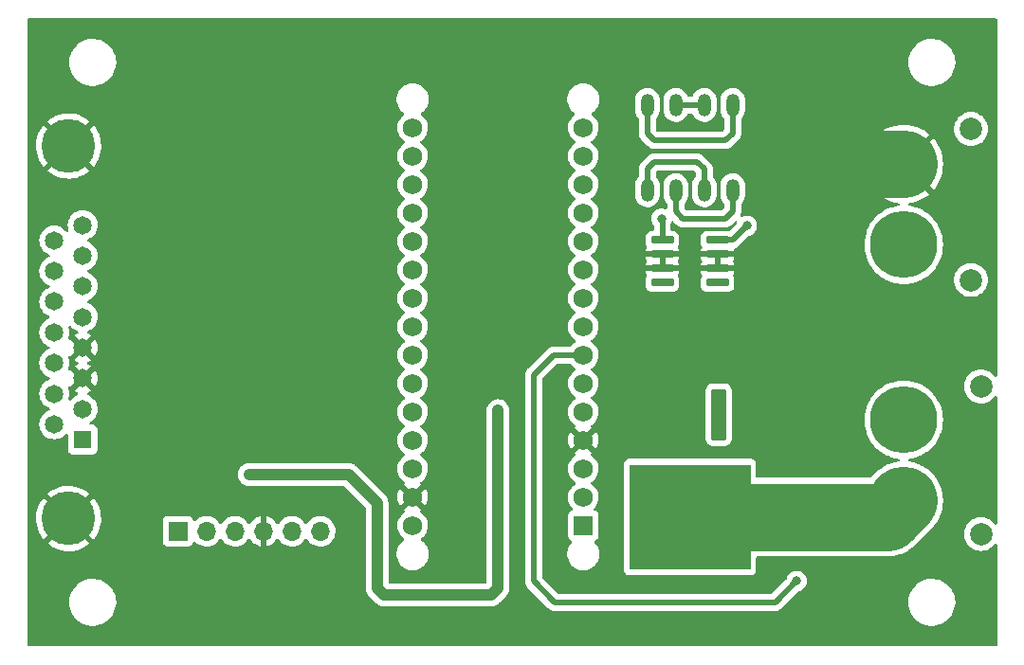
<source format=gbr>
%TF.GenerationSoftware,KiCad,Pcbnew,(6.0.0)*%
%TF.CreationDate,2022-08-22T12:49:25+02:00*%
%TF.ProjectId,pcb,7063622e-6b69-4636-9164-5f7063625858,rev?*%
%TF.SameCoordinates,Original*%
%TF.FileFunction,Copper,L1,Top*%
%TF.FilePolarity,Positive*%
%FSLAX46Y46*%
G04 Gerber Fmt 4.6, Leading zero omitted, Abs format (unit mm)*
G04 Created by KiCad (PCBNEW (6.0.0)) date 2022-08-22 12:49:25*
%MOMM*%
%LPD*%
G01*
G04 APERTURE LIST*
G04 Aperture macros list*
%AMRoundRect*
0 Rectangle with rounded corners*
0 $1 Rounding radius*
0 $2 $3 $4 $5 $6 $7 $8 $9 X,Y pos of 4 corners*
0 Add a 4 corners polygon primitive as box body*
4,1,4,$2,$3,$4,$5,$6,$7,$8,$9,$2,$3,0*
0 Add four circle primitives for the rounded corners*
1,1,$1+$1,$2,$3*
1,1,$1+$1,$4,$5*
1,1,$1+$1,$6,$7*
1,1,$1+$1,$8,$9*
0 Add four rect primitives between the rounded corners*
20,1,$1+$1,$2,$3,$4,$5,0*
20,1,$1+$1,$4,$5,$6,$7,0*
20,1,$1+$1,$6,$7,$8,$9,0*
20,1,$1+$1,$8,$9,$2,$3,0*%
G04 Aperture macros list end*
%TA.AperFunction,ComponentPad*%
%ADD10O,1.200000X2.000000*%
%TD*%
%TA.AperFunction,SMDPad,CuDef*%
%ADD11RoundRect,0.042000X-0.943000X-0.258000X0.943000X-0.258000X0.943000X0.258000X-0.943000X0.258000X0*%
%TD*%
%TA.AperFunction,ComponentPad*%
%ADD12R,1.650000X1.650000*%
%TD*%
%TA.AperFunction,ComponentPad*%
%ADD13C,1.650000*%
%TD*%
%TA.AperFunction,ComponentPad*%
%ADD14C,4.800000*%
%TD*%
%TA.AperFunction,ComponentPad*%
%ADD15C,6.000000*%
%TD*%
%TA.AperFunction,ComponentPad*%
%ADD16C,2.000000*%
%TD*%
%TA.AperFunction,ComponentPad*%
%ADD17R,1.700000X1.700000*%
%TD*%
%TA.AperFunction,ComponentPad*%
%ADD18O,1.700000X1.700000*%
%TD*%
%TA.AperFunction,ComponentPad*%
%ADD19C,1.727200*%
%TD*%
%TA.AperFunction,ComponentPad*%
%ADD20R,1.727200X1.727200*%
%TD*%
%TA.AperFunction,SMDPad,CuDef*%
%ADD21RoundRect,0.229500X-0.445500X2.070500X-0.445500X-2.070500X0.445500X-2.070500X0.445500X2.070500X0*%
%TD*%
%TA.AperFunction,SMDPad,CuDef*%
%ADD22R,10.800000X9.400000*%
%TD*%
%TA.AperFunction,ViaPad*%
%ADD23C,0.800000*%
%TD*%
%TA.AperFunction,Conductor*%
%ADD24C,0.500000*%
%TD*%
%TA.AperFunction,Conductor*%
%ADD25C,6.000000*%
%TD*%
%TA.AperFunction,Conductor*%
%ADD26C,1.000000*%
%TD*%
G04 APERTURE END LIST*
D10*
%TO.P,U6,1,1*%
%TO.N,TXD*%
X208280000Y-58420000D03*
%TO.P,U6,2,2*%
%TO.N,RXD*%
X210820000Y-58420000D03*
%TO.P,U6,3,3*%
%TO.N,TXD*%
X213360000Y-58420000D03*
%TO.P,U6,4,4*%
%TO.N,RXD*%
X215900000Y-58420000D03*
%TO.P,U6,5,5*%
%TO.N,TXD_2*%
X215900000Y-50800000D03*
%TO.P,U6,6,6*%
%TO.N,RXD_2*%
X213360000Y-50800000D03*
%TO.P,U6,7,7*%
X210820000Y-50800000D03*
%TO.P,U6,8,8*%
%TO.N,TXD_2*%
X208280000Y-50800000D03*
%TD*%
D11*
%TO.P,U3,1,VOUT*%
%TO.N,+5V*%
X209620000Y-62865000D03*
%TO.P,U3,2,GND*%
%TO.N,GND*%
X209620000Y-64135000D03*
%TO.P,U3,3,GND*%
X209620000Y-65405000D03*
%TO.P,U3,4*%
%TO.N,N/C*%
X209620000Y-66675000D03*
%TO.P,U3,5*%
X214560000Y-66675000D03*
%TO.P,U3,6,GND*%
%TO.N,GND*%
X214560000Y-65405000D03*
%TO.P,U3,7,GND*%
X214560000Y-64135000D03*
%TO.P,U3,8,VIN*%
%TO.N,+12V*%
X214560000Y-62865000D03*
%TD*%
D12*
%TO.P,J1,1,1*%
%TO.N,+5V*%
X157870000Y-80710000D03*
D13*
%TO.P,J1,2,2*%
X157870000Y-77970000D03*
%TO.P,J1,3,3*%
%TO.N,GND*%
X157870000Y-75230000D03*
%TO.P,J1,4,4*%
X157870000Y-72490000D03*
%TO.P,J1,5,5*%
%TO.N,unconnected-(J1-Pad5)*%
X157870000Y-69750000D03*
%TO.P,J1,6,6*%
%TO.N,unconnected-(J1-Pad6)*%
X157870000Y-67010000D03*
%TO.P,J1,7,7*%
%TO.N,+12V*%
X157870000Y-64270000D03*
%TO.P,J1,8,8*%
X157870000Y-61530000D03*
%TO.P,J1,9,9*%
%TO.N,Cible*%
X155330000Y-79340000D03*
%TO.P,J1,10,10*%
X155330000Y-76600000D03*
%TO.P,J1,11,11*%
X155330000Y-73860000D03*
%TO.P,J1,12,12*%
X155330000Y-71120000D03*
%TO.P,J1,13,13*%
%TO.N,unconnected-(J1-Pad13)*%
X155330000Y-68380000D03*
%TO.P,J1,14,14*%
%TO.N,unconnected-(J1-Pad14)*%
X155330000Y-65640000D03*
%TO.P,J1,15,15*%
%TO.N,unconnected-(J1-Pad15)*%
X155330000Y-62900000D03*
D14*
%TO.P,J1,MH1,MH1*%
%TO.N,GND*%
X156600000Y-87770000D03*
%TO.P,J1,MH2,MH2*%
X156600000Y-54470000D03*
%TD*%
D15*
%TO.P,U2,1,1*%
%TO.N,GND*%
X231180000Y-56090000D03*
%TO.P,U2,2,2*%
%TO.N,+12V*%
X231180000Y-63290000D03*
D16*
%TO.P,U2,3*%
%TO.N,N/C*%
X237180000Y-52940000D03*
%TO.P,U2,4*%
X237180000Y-66440000D03*
%TD*%
D17*
%TO.P,U5,1,STATE*%
%TO.N,unconnected-(U5-Pad1)*%
X166370000Y-88900000D03*
D18*
%TO.P,U5,2,RXD*%
%TO.N,RXD*%
X168910000Y-88900000D03*
%TO.P,U5,3,TXD*%
%TO.N,TXD*%
X171450000Y-88900000D03*
%TO.P,U5,4,GND*%
%TO.N,GND*%
X173990000Y-88900000D03*
%TO.P,U5,5,VCC*%
%TO.N,+5V*%
X176530000Y-88900000D03*
%TO.P,U5,6,KEY*%
%TO.N,unconnected-(U5-Pad6)*%
X179070000Y-88900000D03*
%TD*%
D19*
%TO.P,XA1,3V3,3.3V*%
%TO.N,unconnected-(XA1-Pad3V3)*%
X187325000Y-55372000D03*
%TO.P,XA1,5V,5V*%
%TO.N,+5V*%
X187325000Y-80772000D03*
%TO.P,XA1,A0,A0*%
%TO.N,unconnected-(XA1-PadA0)*%
X187325000Y-60452000D03*
%TO.P,XA1,A1,A1*%
%TO.N,unconnected-(XA1-PadA1)*%
X187325000Y-62992000D03*
%TO.P,XA1,A2,A2*%
%TO.N,unconnected-(XA1-PadA2)*%
X187325000Y-65532000D03*
%TO.P,XA1,A3,A3*%
%TO.N,unconnected-(XA1-PadA3)*%
X187325000Y-68072000D03*
%TO.P,XA1,A4,A4_SDA*%
%TO.N,unconnected-(XA1-PadA4)*%
X187325000Y-70612000D03*
%TO.P,XA1,A5,A5_SCL*%
%TO.N,unconnected-(XA1-PadA5)*%
X187325000Y-73152000D03*
%TO.P,XA1,A6,A6*%
%TO.N,unconnected-(XA1-PadA6)*%
X187325000Y-75692000D03*
%TO.P,XA1,A7,A7*%
%TO.N,unconnected-(XA1-PadA7)*%
X187325000Y-78232000D03*
%TO.P,XA1,AREF,AREF*%
%TO.N,unconnected-(XA1-PadAREF)*%
X187325000Y-57912000D03*
%TO.P,XA1,D0,D0_RX0*%
%TO.N,TXD_2*%
X202565000Y-85852000D03*
D20*
%TO.P,XA1,D1,D1_TX0*%
%TO.N,RXD_2*%
X202565000Y-88392000D03*
D19*
%TO.P,XA1,D2,D2_INT0*%
%TO.N,Cible*%
X202565000Y-78232000D03*
%TO.P,XA1,D3,D3_INT1*%
%TO.N,unconnected-(XA1-PadD3)*%
X202565000Y-75692000D03*
%TO.P,XA1,D4,D4*%
%TO.N,Bob*%
X202565000Y-73152000D03*
%TO.P,XA1,D5,D5*%
%TO.N,unconnected-(XA1-PadD5)*%
X202565000Y-70612000D03*
%TO.P,XA1,D6,D6*%
%TO.N,unconnected-(XA1-PadD6)*%
X202565000Y-68072000D03*
%TO.P,XA1,D7,D7*%
%TO.N,unconnected-(XA1-PadD7)*%
X202565000Y-65532000D03*
%TO.P,XA1,D8,D8*%
%TO.N,unconnected-(XA1-PadD8)*%
X202565000Y-62992000D03*
%TO.P,XA1,D9,D9*%
%TO.N,unconnected-(XA1-PadD9)*%
X202565000Y-60452000D03*
%TO.P,XA1,D10,D10_CS*%
%TO.N,unconnected-(XA1-PadD10)*%
X202565000Y-57912000D03*
%TO.P,XA1,D11,D11_MOSI*%
%TO.N,unconnected-(XA1-PadD11)*%
X202565000Y-55372000D03*
%TO.P,XA1,D12,D12_MISO*%
%TO.N,unconnected-(XA1-PadD12)*%
X202565000Y-52832000D03*
%TO.P,XA1,D13,D13_SCK*%
%TO.N,unconnected-(XA1-PadD13)*%
X187325000Y-52832000D03*
%TO.P,XA1,GND1,GND*%
%TO.N,GND*%
X202565000Y-80772000D03*
%TO.P,XA1,GND2,GND*%
X187325000Y-85852000D03*
%TO.P,XA1,RST1,RESET*%
%TO.N,unconnected-(XA1-PadRST1)*%
X202565000Y-83312000D03*
%TO.P,XA1,RST2,RESET*%
%TO.N,unconnected-(XA1-PadRST2)*%
X187325000Y-83312000D03*
%TO.P,XA1,VIN,VIN*%
%TO.N,unconnected-(XA1-PadVIN)*%
X187325000Y-88392000D03*
%TD*%
D15*
%TO.P,U1,1,1*%
%TO.N,+12V*%
X231180000Y-78950000D03*
%TO.P,U1,2,2*%
%TO.N,Net-(U1-Pad2)*%
X231180000Y-86150000D03*
D16*
%TO.P,U1,3*%
%TO.N,N/C*%
X238080000Y-75950000D03*
%TO.P,U1,4*%
X238080000Y-89150000D03*
%TD*%
D21*
%TO.P,U4,1,Gate*%
%TO.N,Bob*%
X214640000Y-78480000D03*
D22*
%TO.P,U4,2,Collector*%
%TO.N,Net-(U1-Pad2)*%
X212090000Y-87630000D03*
D21*
%TO.P,U4,3,Emitter*%
%TO.N,GND*%
X209540000Y-78480000D03*
%TD*%
D23*
%TO.N,+12V*%
X217170000Y-61595000D03*
%TO.N,+5V*%
X209550000Y-60960000D03*
%TO.N,Bob*%
X221615000Y-93345000D03*
X214640000Y-78480000D03*
%TO.N,Cible*%
X172720000Y-83820000D03*
X194945000Y-78105000D03*
%TD*%
D24*
%TO.N,TXD*%
X213360000Y-56515000D02*
X213360000Y-58420000D01*
X208915000Y-55880000D02*
X212725000Y-55880000D01*
X212725000Y-55880000D02*
X213360000Y-56515000D01*
X208280000Y-58420000D02*
X208280000Y-56515000D01*
X208280000Y-56515000D02*
X208915000Y-55880000D01*
%TO.N,RXD*%
X215265000Y-60960000D02*
X215900000Y-60325000D01*
X210820000Y-58420000D02*
X210820000Y-60325000D01*
X211455000Y-60960000D02*
X215265000Y-60960000D01*
X210820000Y-60325000D02*
X211455000Y-60960000D01*
X215900000Y-60325000D02*
X215900000Y-58420000D01*
D25*
%TO.N,Net-(U1-Pad2)*%
X229700000Y-87630000D02*
X231180000Y-86150000D01*
X212090000Y-87630000D02*
X229700000Y-87630000D01*
D24*
%TO.N,+12V*%
X214560000Y-62865000D02*
X215900000Y-62865000D01*
X215900000Y-62865000D02*
X217170000Y-61595000D01*
D25*
%TO.N,GND*%
X226937360Y-56090000D02*
X231180000Y-56090000D01*
X209550000Y-74930000D02*
X213360000Y-71120000D01*
X213360000Y-71120000D02*
X219710000Y-71120000D01*
X209550000Y-76204634D02*
X209550000Y-74930000D01*
D24*
X209620000Y-64135000D02*
X208993886Y-64135000D01*
X214560000Y-64135000D02*
X214560000Y-65405000D01*
D25*
X209540000Y-78480000D02*
X209540000Y-76214634D01*
X222250000Y-68580000D02*
X222250000Y-60777360D01*
X222250000Y-60777360D02*
X226937360Y-56090000D01*
X219710000Y-71120000D02*
X222250000Y-68580000D01*
X209540000Y-76214634D02*
X209550000Y-76204634D01*
D24*
X209620000Y-65405000D02*
X209620000Y-64135000D01*
%TO.N,+5V*%
X209620000Y-62865000D02*
X209620000Y-61030000D01*
X209620000Y-61030000D02*
X209550000Y-60960000D01*
%TO.N,Bob*%
X202565000Y-73152000D02*
X199898000Y-73152000D01*
X198120000Y-74930000D02*
X198120000Y-93345000D01*
X198120000Y-93345000D02*
X200025000Y-95250000D01*
X200025000Y-95250000D02*
X219710000Y-95250000D01*
X199898000Y-73152000D02*
X198120000Y-74930000D01*
X219710000Y-95250000D02*
X221615000Y-93345000D01*
D26*
%TO.N,Cible*%
X194310000Y-94615000D02*
X194945000Y-93980000D01*
X181610000Y-83820000D02*
X184150000Y-86360000D01*
X172720000Y-83820000D02*
X181610000Y-83820000D01*
X184150000Y-86360000D02*
X184150000Y-93980000D01*
X184785000Y-94615000D02*
X194310000Y-94615000D01*
X184150000Y-93980000D02*
X184785000Y-94615000D01*
X194945000Y-93980000D02*
X194945000Y-78105000D01*
D24*
%TO.N,TXD_2*%
X208280000Y-53340000D02*
X208280000Y-50800000D01*
X215900000Y-50800000D02*
X215900000Y-53340000D01*
X215265000Y-53975000D02*
X208915000Y-53975000D01*
X215900000Y-53340000D02*
X215265000Y-53975000D01*
X208915000Y-53975000D02*
X208280000Y-53340000D01*
X208280000Y-50165000D02*
X208280000Y-50800000D01*
%TO.N,RXD_2*%
X210820000Y-50800000D02*
X213360000Y-50800000D01*
%TD*%
%TA.AperFunction,Conductor*%
%TO.N,GND*%
G36*
X239464121Y-43073002D02*
G01*
X239510614Y-43126658D01*
X239522000Y-43179000D01*
X239522000Y-74974085D01*
X239501998Y-75042206D01*
X239448342Y-75088699D01*
X239378068Y-75098803D01*
X239313488Y-75069309D01*
X239300189Y-75055915D01*
X239153182Y-74883792D01*
X239153177Y-74883787D01*
X239149969Y-74880031D01*
X238969416Y-74725824D01*
X238965208Y-74723245D01*
X238965202Y-74723241D01*
X238771183Y-74604346D01*
X238766963Y-74601760D01*
X238762393Y-74599867D01*
X238762389Y-74599865D01*
X238552167Y-74512789D01*
X238552165Y-74512788D01*
X238547594Y-74510895D01*
X238457886Y-74489358D01*
X238321524Y-74456620D01*
X238321518Y-74456619D01*
X238316711Y-74455465D01*
X238080000Y-74436835D01*
X237843289Y-74455465D01*
X237838482Y-74456619D01*
X237838476Y-74456620D01*
X237702114Y-74489358D01*
X237612406Y-74510895D01*
X237607835Y-74512788D01*
X237607833Y-74512789D01*
X237397611Y-74599865D01*
X237397607Y-74599867D01*
X237393037Y-74601760D01*
X237388817Y-74604346D01*
X237194798Y-74723241D01*
X237194792Y-74723245D01*
X237190584Y-74725824D01*
X237010031Y-74880031D01*
X236855824Y-75060584D01*
X236853245Y-75064792D01*
X236853241Y-75064798D01*
X236744154Y-75242812D01*
X236731760Y-75263037D01*
X236729867Y-75267607D01*
X236729865Y-75267611D01*
X236646998Y-75467672D01*
X236640895Y-75482406D01*
X236639740Y-75487218D01*
X236592293Y-75684850D01*
X236585465Y-75713289D01*
X236566835Y-75950000D01*
X236585465Y-76186711D01*
X236586619Y-76191518D01*
X236586620Y-76191524D01*
X236615729Y-76312769D01*
X236640895Y-76417594D01*
X236642788Y-76422165D01*
X236642789Y-76422167D01*
X236716450Y-76600000D01*
X236731760Y-76636963D01*
X236734346Y-76641183D01*
X236853241Y-76835202D01*
X236853245Y-76835208D01*
X236855824Y-76839416D01*
X237010031Y-77019969D01*
X237190584Y-77174176D01*
X237194792Y-77176755D01*
X237194798Y-77176759D01*
X237388817Y-77295654D01*
X237393037Y-77298240D01*
X237397607Y-77300133D01*
X237397611Y-77300135D01*
X237607833Y-77387211D01*
X237612406Y-77389105D01*
X237692609Y-77408360D01*
X237838476Y-77443380D01*
X237838482Y-77443381D01*
X237843289Y-77444535D01*
X238080000Y-77463165D01*
X238316711Y-77444535D01*
X238321518Y-77443381D01*
X238321524Y-77443380D01*
X238467391Y-77408360D01*
X238547594Y-77389105D01*
X238552167Y-77387211D01*
X238762389Y-77300135D01*
X238762393Y-77300133D01*
X238766963Y-77298240D01*
X238771183Y-77295654D01*
X238965202Y-77176759D01*
X238965208Y-77176755D01*
X238969416Y-77174176D01*
X239149969Y-77019969D01*
X239153177Y-77016213D01*
X239153182Y-77016208D01*
X239300189Y-76844085D01*
X239359639Y-76805275D01*
X239430634Y-76804769D01*
X239490633Y-76842725D01*
X239520586Y-76907093D01*
X239522000Y-76925915D01*
X239522000Y-88174085D01*
X239501998Y-88242206D01*
X239448342Y-88288699D01*
X239378068Y-88298803D01*
X239313488Y-88269309D01*
X239300189Y-88255915D01*
X239153182Y-88083792D01*
X239153177Y-88083787D01*
X239149969Y-88080031D01*
X238969416Y-87925824D01*
X238965208Y-87923245D01*
X238965202Y-87923241D01*
X238771183Y-87804346D01*
X238766963Y-87801760D01*
X238762393Y-87799867D01*
X238762389Y-87799865D01*
X238552167Y-87712789D01*
X238552165Y-87712788D01*
X238547594Y-87710895D01*
X238427796Y-87682134D01*
X238321524Y-87656620D01*
X238321518Y-87656619D01*
X238316711Y-87655465D01*
X238080000Y-87636835D01*
X237843289Y-87655465D01*
X237838482Y-87656619D01*
X237838476Y-87656620D01*
X237732204Y-87682134D01*
X237612406Y-87710895D01*
X237607835Y-87712788D01*
X237607833Y-87712789D01*
X237397611Y-87799865D01*
X237397607Y-87799867D01*
X237393037Y-87801760D01*
X237388817Y-87804346D01*
X237194798Y-87923241D01*
X237194792Y-87923245D01*
X237190584Y-87925824D01*
X237010031Y-88080031D01*
X236855824Y-88260584D01*
X236853245Y-88264792D01*
X236853241Y-88264798D01*
X236754577Y-88425803D01*
X236731760Y-88463037D01*
X236729867Y-88467607D01*
X236729865Y-88467611D01*
X236644573Y-88673527D01*
X236640895Y-88682406D01*
X236639740Y-88687218D01*
X236587821Y-88903477D01*
X236585465Y-88913289D01*
X236566835Y-89150000D01*
X236585465Y-89386711D01*
X236586619Y-89391518D01*
X236586620Y-89391524D01*
X236613560Y-89503734D01*
X236640895Y-89617594D01*
X236642788Y-89622165D01*
X236642789Y-89622167D01*
X236728851Y-89829939D01*
X236731760Y-89836963D01*
X236734346Y-89841183D01*
X236853241Y-90035202D01*
X236853245Y-90035208D01*
X236855824Y-90039416D01*
X237010031Y-90219969D01*
X237190584Y-90374176D01*
X237194792Y-90376755D01*
X237194798Y-90376759D01*
X237343533Y-90467904D01*
X237393037Y-90498240D01*
X237397607Y-90500133D01*
X237397611Y-90500135D01*
X237565461Y-90569660D01*
X237612406Y-90589105D01*
X237692609Y-90608360D01*
X237838476Y-90643380D01*
X237838482Y-90643381D01*
X237843289Y-90644535D01*
X238080000Y-90663165D01*
X238316711Y-90644535D01*
X238321518Y-90643381D01*
X238321524Y-90643380D01*
X238467391Y-90608360D01*
X238547594Y-90589105D01*
X238594539Y-90569660D01*
X238762389Y-90500135D01*
X238762393Y-90500133D01*
X238766963Y-90498240D01*
X238816467Y-90467904D01*
X238965202Y-90376759D01*
X238965208Y-90376755D01*
X238969416Y-90374176D01*
X239149969Y-90219969D01*
X239153177Y-90216213D01*
X239153182Y-90216208D01*
X239300189Y-90044085D01*
X239359639Y-90005275D01*
X239430634Y-90004769D01*
X239490633Y-90042725D01*
X239520586Y-90107093D01*
X239522000Y-90125915D01*
X239522000Y-99061000D01*
X239501998Y-99129121D01*
X239448342Y-99175614D01*
X239396000Y-99187000D01*
X153034000Y-99187000D01*
X152965879Y-99166998D01*
X152919386Y-99113342D01*
X152908000Y-99061000D01*
X152908000Y-95227965D01*
X156645905Y-95227965D01*
X156646152Y-95232249D01*
X156646152Y-95232250D01*
X156647319Y-95252485D01*
X156662382Y-95513727D01*
X156663207Y-95517932D01*
X156663208Y-95517940D01*
X156684761Y-95627794D01*
X156717489Y-95794610D01*
X156718876Y-95798660D01*
X156718877Y-95798665D01*
X156793292Y-96016012D01*
X156810206Y-96065414D01*
X156842548Y-96129718D01*
X156918275Y-96280284D01*
X156938818Y-96321130D01*
X157100944Y-96557025D01*
X157293585Y-96768735D01*
X157347402Y-96813733D01*
X157509884Y-96949590D01*
X157509889Y-96949594D01*
X157513176Y-96952342D01*
X157634415Y-97028395D01*
X157752014Y-97102165D01*
X157752018Y-97102167D01*
X157755654Y-97104448D01*
X158016531Y-97222238D01*
X158020650Y-97223458D01*
X158286868Y-97302316D01*
X158286873Y-97302317D01*
X158290981Y-97303534D01*
X158295215Y-97304182D01*
X158295220Y-97304183D01*
X158569682Y-97346181D01*
X158569684Y-97346181D01*
X158573924Y-97346830D01*
X158719647Y-97349119D01*
X158855835Y-97351259D01*
X158855841Y-97351259D01*
X158860126Y-97351326D01*
X159144290Y-97316939D01*
X159421157Y-97244304D01*
X159685606Y-97134766D01*
X159932741Y-96990351D01*
X160157991Y-96813733D01*
X160357187Y-96608179D01*
X160359720Y-96604731D01*
X160359724Y-96604726D01*
X160524105Y-96380947D01*
X160526643Y-96377492D01*
X160559325Y-96317299D01*
X160661174Y-96129718D01*
X160661175Y-96129716D01*
X160663224Y-96125942D01*
X160764401Y-95858184D01*
X160817035Y-95628374D01*
X160827347Y-95583351D01*
X160827348Y-95583346D01*
X160828304Y-95579171D01*
X160853749Y-95294067D01*
X160854210Y-95250000D01*
X160834742Y-94964426D01*
X160833875Y-94960240D01*
X160833874Y-94960232D01*
X160785729Y-94727753D01*
X160776696Y-94684136D01*
X160720858Y-94526453D01*
X160682579Y-94418358D01*
X160681148Y-94414317D01*
X160549866Y-94159962D01*
X160539325Y-94144963D01*
X160387745Y-93929288D01*
X160387744Y-93929287D01*
X160385278Y-93925778D01*
X160190431Y-93716097D01*
X160154805Y-93686937D01*
X160042618Y-93595114D01*
X159968929Y-93534800D01*
X159724872Y-93385242D01*
X159720936Y-93383514D01*
X159466704Y-93271913D01*
X159466700Y-93271912D01*
X159462776Y-93270189D01*
X159187490Y-93191772D01*
X159183248Y-93191168D01*
X159183242Y-93191167D01*
X158908360Y-93152046D01*
X158904109Y-93151441D01*
X158753285Y-93150651D01*
X158622162Y-93149964D01*
X158622155Y-93149964D01*
X158617876Y-93149942D01*
X158613631Y-93150501D01*
X158613629Y-93150501D01*
X158578910Y-93155072D01*
X158334087Y-93187304D01*
X158057996Y-93262834D01*
X157794709Y-93375135D01*
X157549099Y-93522130D01*
X157325711Y-93701097D01*
X157128678Y-93908726D01*
X156961647Y-94141174D01*
X156827709Y-94394141D01*
X156826237Y-94398164D01*
X156826235Y-94398168D01*
X156743671Y-94623782D01*
X156729340Y-94662944D01*
X156668363Y-94942611D01*
X156646403Y-95221642D01*
X156645905Y-95227965D01*
X152908000Y-95227965D01*
X152908000Y-90000888D01*
X154734652Y-90000888D01*
X154734670Y-90001141D01*
X154740584Y-90009884D01*
X154764152Y-90031329D01*
X154769779Y-90035886D01*
X155036225Y-90227346D01*
X155042355Y-90231236D01*
X155329032Y-90390799D01*
X155335552Y-90393951D01*
X155638680Y-90519510D01*
X155645531Y-90521896D01*
X155961063Y-90611778D01*
X155968152Y-90613363D01*
X156291936Y-90666385D01*
X156299142Y-90667142D01*
X156626877Y-90682597D01*
X156634127Y-90682521D01*
X156961456Y-90660207D01*
X156968665Y-90659296D01*
X157291266Y-90599505D01*
X157298296Y-90597778D01*
X157611903Y-90501300D01*
X157618680Y-90498780D01*
X157919131Y-90366891D01*
X157925566Y-90363612D01*
X158208850Y-90198075D01*
X158214899Y-90194056D01*
X158457403Y-90011979D01*
X158465857Y-90000652D01*
X158459112Y-89988322D01*
X158268924Y-89798134D01*
X165011500Y-89798134D01*
X165018255Y-89860316D01*
X165069385Y-89996705D01*
X165156739Y-90113261D01*
X165273295Y-90200615D01*
X165409684Y-90251745D01*
X165471866Y-90258500D01*
X167268134Y-90258500D01*
X167330316Y-90251745D01*
X167466705Y-90200615D01*
X167583261Y-90113261D01*
X167670615Y-89996705D01*
X167692799Y-89937529D01*
X167714598Y-89879382D01*
X167757240Y-89822618D01*
X167823802Y-89797918D01*
X167893150Y-89813126D01*
X167927817Y-89841114D01*
X167956250Y-89873938D01*
X168128126Y-90016632D01*
X168321000Y-90129338D01*
X168529692Y-90209030D01*
X168534760Y-90210061D01*
X168534763Y-90210062D01*
X168619717Y-90227346D01*
X168748597Y-90253567D01*
X168753772Y-90253757D01*
X168753774Y-90253757D01*
X168966673Y-90261564D01*
X168966677Y-90261564D01*
X168971837Y-90261753D01*
X168976957Y-90261097D01*
X168976959Y-90261097D01*
X169188288Y-90234025D01*
X169188289Y-90234025D01*
X169193416Y-90233368D01*
X169198366Y-90231883D01*
X169402429Y-90170661D01*
X169402434Y-90170659D01*
X169407384Y-90169174D01*
X169607994Y-90070896D01*
X169789860Y-89941173D01*
X169799156Y-89931910D01*
X169935701Y-89795841D01*
X169948096Y-89783489D01*
X169979161Y-89740258D01*
X170078453Y-89602077D01*
X170079776Y-89603028D01*
X170126645Y-89559857D01*
X170196580Y-89547625D01*
X170262026Y-89575144D01*
X170289875Y-89606994D01*
X170349987Y-89705088D01*
X170496250Y-89873938D01*
X170668126Y-90016632D01*
X170861000Y-90129338D01*
X171069692Y-90209030D01*
X171074760Y-90210061D01*
X171074763Y-90210062D01*
X171159717Y-90227346D01*
X171288597Y-90253567D01*
X171293772Y-90253757D01*
X171293774Y-90253757D01*
X171506673Y-90261564D01*
X171506677Y-90261564D01*
X171511837Y-90261753D01*
X171516957Y-90261097D01*
X171516959Y-90261097D01*
X171728288Y-90234025D01*
X171728289Y-90234025D01*
X171733416Y-90233368D01*
X171738366Y-90231883D01*
X171942429Y-90170661D01*
X171942434Y-90170659D01*
X171947384Y-90169174D01*
X172147994Y-90070896D01*
X172329860Y-89941173D01*
X172339156Y-89931910D01*
X172475701Y-89795841D01*
X172488096Y-89783489D01*
X172519161Y-89740258D01*
X172618453Y-89602077D01*
X172619640Y-89602930D01*
X172666960Y-89559362D01*
X172736897Y-89547145D01*
X172802338Y-89574678D01*
X172830166Y-89606511D01*
X172887694Y-89700388D01*
X172893777Y-89708699D01*
X173033213Y-89869667D01*
X173040580Y-89876883D01*
X173204434Y-90012916D01*
X173212881Y-90018831D01*
X173396756Y-90126279D01*
X173406042Y-90130729D01*
X173605001Y-90206703D01*
X173614899Y-90209579D01*
X173718250Y-90230606D01*
X173732299Y-90229410D01*
X173736000Y-90219065D01*
X173736000Y-90218517D01*
X174244000Y-90218517D01*
X174248064Y-90232359D01*
X174261478Y-90234393D01*
X174268184Y-90233534D01*
X174278262Y-90231392D01*
X174482255Y-90170191D01*
X174491842Y-90166433D01*
X174683095Y-90072739D01*
X174691945Y-90067464D01*
X174865328Y-89943792D01*
X174873200Y-89937139D01*
X175024052Y-89786812D01*
X175030730Y-89778965D01*
X175158022Y-89601819D01*
X175159279Y-89602722D01*
X175206373Y-89559362D01*
X175276311Y-89547145D01*
X175341751Y-89574678D01*
X175369579Y-89606511D01*
X175429987Y-89705088D01*
X175576250Y-89873938D01*
X175748126Y-90016632D01*
X175941000Y-90129338D01*
X176149692Y-90209030D01*
X176154760Y-90210061D01*
X176154763Y-90210062D01*
X176239717Y-90227346D01*
X176368597Y-90253567D01*
X176373772Y-90253757D01*
X176373774Y-90253757D01*
X176586673Y-90261564D01*
X176586677Y-90261564D01*
X176591837Y-90261753D01*
X176596957Y-90261097D01*
X176596959Y-90261097D01*
X176808288Y-90234025D01*
X176808289Y-90234025D01*
X176813416Y-90233368D01*
X176818366Y-90231883D01*
X177022429Y-90170661D01*
X177022434Y-90170659D01*
X177027384Y-90169174D01*
X177227994Y-90070896D01*
X177409860Y-89941173D01*
X177419156Y-89931910D01*
X177555701Y-89795841D01*
X177568096Y-89783489D01*
X177599161Y-89740258D01*
X177698453Y-89602077D01*
X177699776Y-89603028D01*
X177746645Y-89559857D01*
X177816580Y-89547625D01*
X177882026Y-89575144D01*
X177909875Y-89606994D01*
X177969987Y-89705088D01*
X178116250Y-89873938D01*
X178288126Y-90016632D01*
X178481000Y-90129338D01*
X178689692Y-90209030D01*
X178694760Y-90210061D01*
X178694763Y-90210062D01*
X178779717Y-90227346D01*
X178908597Y-90253567D01*
X178913772Y-90253757D01*
X178913774Y-90253757D01*
X179126673Y-90261564D01*
X179126677Y-90261564D01*
X179131837Y-90261753D01*
X179136957Y-90261097D01*
X179136959Y-90261097D01*
X179348288Y-90234025D01*
X179348289Y-90234025D01*
X179353416Y-90233368D01*
X179358366Y-90231883D01*
X179562429Y-90170661D01*
X179562434Y-90170659D01*
X179567384Y-90169174D01*
X179767994Y-90070896D01*
X179949860Y-89941173D01*
X179959156Y-89931910D01*
X180095701Y-89795841D01*
X180108096Y-89783489D01*
X180139161Y-89740258D01*
X180235435Y-89606277D01*
X180238453Y-89602077D01*
X180249478Y-89579771D01*
X180335136Y-89406453D01*
X180335137Y-89406451D01*
X180337430Y-89401811D01*
X180374399Y-89280133D01*
X180400865Y-89193023D01*
X180400865Y-89193021D01*
X180402370Y-89188069D01*
X180431529Y-88966590D01*
X180432711Y-88918223D01*
X180433074Y-88903365D01*
X180433074Y-88903361D01*
X180433156Y-88900000D01*
X180414852Y-88677361D01*
X180360431Y-88460702D01*
X180271354Y-88255840D01*
X180195631Y-88138790D01*
X180152822Y-88072617D01*
X180152820Y-88072614D01*
X180150014Y-88068277D01*
X179999670Y-87903051D01*
X179995619Y-87899852D01*
X179995615Y-87899848D01*
X179828414Y-87767800D01*
X179828410Y-87767798D01*
X179824359Y-87764598D01*
X179788028Y-87744542D01*
X179737459Y-87716627D01*
X179628789Y-87656638D01*
X179623920Y-87654914D01*
X179623916Y-87654912D01*
X179423087Y-87583795D01*
X179423083Y-87583794D01*
X179418212Y-87582069D01*
X179413119Y-87581162D01*
X179413116Y-87581161D01*
X179203373Y-87543800D01*
X179203367Y-87543799D01*
X179198284Y-87542894D01*
X179124452Y-87541992D01*
X178980081Y-87540228D01*
X178980079Y-87540228D01*
X178974911Y-87540165D01*
X178754091Y-87573955D01*
X178541756Y-87643357D01*
X178481197Y-87674882D01*
X178372278Y-87731582D01*
X178343607Y-87746507D01*
X178339474Y-87749610D01*
X178339471Y-87749612D01*
X178169100Y-87877530D01*
X178164965Y-87880635D01*
X178161393Y-87884373D01*
X178053729Y-87997037D01*
X178010629Y-88042138D01*
X177903201Y-88199621D01*
X177848293Y-88244621D01*
X177777768Y-88252792D01*
X177714021Y-88221538D01*
X177693324Y-88197054D01*
X177612822Y-88072617D01*
X177612820Y-88072614D01*
X177610014Y-88068277D01*
X177459670Y-87903051D01*
X177455619Y-87899852D01*
X177455615Y-87899848D01*
X177288414Y-87767800D01*
X177288410Y-87767798D01*
X177284359Y-87764598D01*
X177248028Y-87744542D01*
X177197459Y-87716627D01*
X177088789Y-87656638D01*
X177083920Y-87654914D01*
X177083916Y-87654912D01*
X176883087Y-87583795D01*
X176883083Y-87583794D01*
X176878212Y-87582069D01*
X176873119Y-87581162D01*
X176873116Y-87581161D01*
X176663373Y-87543800D01*
X176663367Y-87543799D01*
X176658284Y-87542894D01*
X176584452Y-87541992D01*
X176440081Y-87540228D01*
X176440079Y-87540228D01*
X176434911Y-87540165D01*
X176214091Y-87573955D01*
X176001756Y-87643357D01*
X175941197Y-87674882D01*
X175832278Y-87731582D01*
X175803607Y-87746507D01*
X175799474Y-87749610D01*
X175799471Y-87749612D01*
X175629100Y-87877530D01*
X175624965Y-87880635D01*
X175621393Y-87884373D01*
X175513729Y-87997037D01*
X175470629Y-88042138D01*
X175467720Y-88046403D01*
X175467714Y-88046411D01*
X175416153Y-88121997D01*
X175363204Y-88199618D01*
X175362898Y-88200066D01*
X175307987Y-88245069D01*
X175237462Y-88253240D01*
X175173715Y-88221986D01*
X175153018Y-88197502D01*
X175072426Y-88072926D01*
X175066136Y-88064757D01*
X174922806Y-87907240D01*
X174915273Y-87900215D01*
X174748139Y-87768222D01*
X174739552Y-87762517D01*
X174553117Y-87659599D01*
X174543705Y-87655369D01*
X174342959Y-87584280D01*
X174332988Y-87581646D01*
X174261837Y-87568972D01*
X174248540Y-87570432D01*
X174244000Y-87584989D01*
X174244000Y-90218517D01*
X173736000Y-90218517D01*
X173736000Y-87583102D01*
X173732082Y-87569758D01*
X173717806Y-87567771D01*
X173679324Y-87573660D01*
X173669288Y-87576051D01*
X173466868Y-87642212D01*
X173457359Y-87646209D01*
X173268463Y-87744542D01*
X173259738Y-87750036D01*
X173089433Y-87877905D01*
X173081726Y-87884748D01*
X172934590Y-88038717D01*
X172928109Y-88046722D01*
X172823498Y-88200074D01*
X172768587Y-88245076D01*
X172698062Y-88253247D01*
X172634315Y-88221993D01*
X172613618Y-88197509D01*
X172532822Y-88072617D01*
X172532820Y-88072614D01*
X172530014Y-88068277D01*
X172379670Y-87903051D01*
X172375619Y-87899852D01*
X172375615Y-87899848D01*
X172208414Y-87767800D01*
X172208410Y-87767798D01*
X172204359Y-87764598D01*
X172168028Y-87744542D01*
X172117459Y-87716627D01*
X172008789Y-87656638D01*
X172003920Y-87654914D01*
X172003916Y-87654912D01*
X171803087Y-87583795D01*
X171803083Y-87583794D01*
X171798212Y-87582069D01*
X171793119Y-87581162D01*
X171793116Y-87581161D01*
X171583373Y-87543800D01*
X171583367Y-87543799D01*
X171578284Y-87542894D01*
X171504452Y-87541992D01*
X171360081Y-87540228D01*
X171360079Y-87540228D01*
X171354911Y-87540165D01*
X171134091Y-87573955D01*
X170921756Y-87643357D01*
X170861197Y-87674882D01*
X170752278Y-87731582D01*
X170723607Y-87746507D01*
X170719474Y-87749610D01*
X170719471Y-87749612D01*
X170549100Y-87877530D01*
X170544965Y-87880635D01*
X170541393Y-87884373D01*
X170433729Y-87997037D01*
X170390629Y-88042138D01*
X170283201Y-88199621D01*
X170228293Y-88244621D01*
X170157768Y-88252792D01*
X170094021Y-88221538D01*
X170073324Y-88197054D01*
X169992822Y-88072617D01*
X169992820Y-88072614D01*
X169990014Y-88068277D01*
X169839670Y-87903051D01*
X169835619Y-87899852D01*
X169835615Y-87899848D01*
X169668414Y-87767800D01*
X169668410Y-87767798D01*
X169664359Y-87764598D01*
X169628028Y-87744542D01*
X169577459Y-87716627D01*
X169468789Y-87656638D01*
X169463920Y-87654914D01*
X169463916Y-87654912D01*
X169263087Y-87583795D01*
X169263083Y-87583794D01*
X169258212Y-87582069D01*
X169253119Y-87581162D01*
X169253116Y-87581161D01*
X169043373Y-87543800D01*
X169043367Y-87543799D01*
X169038284Y-87542894D01*
X168964452Y-87541992D01*
X168820081Y-87540228D01*
X168820079Y-87540228D01*
X168814911Y-87540165D01*
X168594091Y-87573955D01*
X168381756Y-87643357D01*
X168321197Y-87674882D01*
X168212278Y-87731582D01*
X168183607Y-87746507D01*
X168179474Y-87749610D01*
X168179471Y-87749612D01*
X168009100Y-87877530D01*
X168004965Y-87880635D01*
X167933248Y-87955683D01*
X167924283Y-87965064D01*
X167862759Y-88000494D01*
X167791846Y-87997037D01*
X167734060Y-87955791D01*
X167715207Y-87922243D01*
X167673767Y-87811703D01*
X167670615Y-87803295D01*
X167583261Y-87686739D01*
X167466705Y-87599385D01*
X167330316Y-87548255D01*
X167268134Y-87541500D01*
X165471866Y-87541500D01*
X165409684Y-87548255D01*
X165273295Y-87599385D01*
X165156739Y-87686739D01*
X165069385Y-87803295D01*
X165018255Y-87939684D01*
X165011500Y-88001866D01*
X165011500Y-89798134D01*
X158268924Y-89798134D01*
X156612812Y-88142022D01*
X156598868Y-88134408D01*
X156597035Y-88134539D01*
X156590420Y-88138790D01*
X154742266Y-89986944D01*
X154734652Y-90000888D01*
X152908000Y-90000888D01*
X152908000Y-87682134D01*
X153688604Y-87682134D01*
X153697193Y-88010123D01*
X153697799Y-88017339D01*
X153744031Y-88342176D01*
X153745460Y-88349265D01*
X153828720Y-88666632D01*
X153830960Y-88673527D01*
X153950143Y-88979214D01*
X153953158Y-88985801D01*
X154106691Y-89275776D01*
X154110437Y-89281961D01*
X154296280Y-89552364D01*
X154300722Y-89558090D01*
X154359622Y-89625607D01*
X154372795Y-89634011D01*
X154382646Y-89628144D01*
X156227978Y-87782812D01*
X156234356Y-87771132D01*
X156964408Y-87771132D01*
X156964539Y-87772965D01*
X156968790Y-87779580D01*
X158815273Y-89626063D01*
X158828627Y-89633355D01*
X158838599Y-89626301D01*
X158936228Y-89509537D01*
X158940538Y-89503734D01*
X159120683Y-89229490D01*
X159124297Y-89223228D01*
X159271725Y-88930099D01*
X159274598Y-88923461D01*
X159387355Y-88615340D01*
X159389451Y-88608399D01*
X159466044Y-88289364D01*
X159467328Y-88282225D01*
X159506844Y-87955683D01*
X159507268Y-87950113D01*
X159512840Y-87772797D01*
X159512767Y-87767204D01*
X159493832Y-87438816D01*
X159493000Y-87431626D01*
X159436589Y-87108403D01*
X159434934Y-87101348D01*
X159341750Y-86786767D01*
X159339294Y-86779942D01*
X159210568Y-86478148D01*
X159207347Y-86471659D01*
X159044778Y-86186646D01*
X159040846Y-86180591D01*
X158846590Y-85916143D01*
X158842835Y-85911604D01*
X158829417Y-85903626D01*
X158828810Y-85903647D01*
X158820330Y-85908880D01*
X156972022Y-87757188D01*
X156964408Y-87771132D01*
X156234356Y-87771132D01*
X156235592Y-87768868D01*
X156235461Y-87767035D01*
X156231210Y-87760420D01*
X154383604Y-85912814D01*
X154370811Y-85905828D01*
X154360058Y-85913691D01*
X154210288Y-86104699D01*
X154206156Y-86110644D01*
X154034720Y-86390404D01*
X154031299Y-86396783D01*
X153893152Y-86694397D01*
X153890492Y-86701116D01*
X153787468Y-87012633D01*
X153785591Y-87019637D01*
X153719056Y-87340922D01*
X153717999Y-87348082D01*
X153688832Y-87674882D01*
X153688604Y-87682134D01*
X152908000Y-87682134D01*
X152908000Y-85542191D01*
X154736274Y-85542191D01*
X154742669Y-85553459D01*
X156587188Y-87397978D01*
X156601132Y-87405592D01*
X156602965Y-87405461D01*
X156609580Y-87401210D01*
X158456142Y-85554648D01*
X158463534Y-85541111D01*
X158456747Y-85531411D01*
X158363919Y-85452128D01*
X158358131Y-85447735D01*
X158085809Y-85264741D01*
X158079586Y-85261061D01*
X157788015Y-85110570D01*
X157781404Y-85107627D01*
X157474482Y-84991651D01*
X157467563Y-84989483D01*
X157149350Y-84909553D01*
X157142225Y-84908194D01*
X156816942Y-84865369D01*
X156809700Y-84864838D01*
X156481661Y-84859684D01*
X156474399Y-84859988D01*
X156147926Y-84892575D01*
X156140778Y-84893707D01*
X155820201Y-84963604D01*
X155813223Y-84965552D01*
X155502808Y-85071831D01*
X155496101Y-85074568D01*
X155199964Y-85215819D01*
X155193606Y-85219314D01*
X154915681Y-85393656D01*
X154909757Y-85397865D01*
X154744743Y-85530066D01*
X154736274Y-85542191D01*
X152908000Y-85542191D01*
X152908000Y-83812925D01*
X171706645Y-83812925D01*
X171709074Y-83839613D01*
X171723261Y-83995500D01*
X171724570Y-84009888D01*
X171726308Y-84015794D01*
X171726309Y-84015798D01*
X171735740Y-84047842D01*
X171780410Y-84199619D01*
X171783263Y-84205077D01*
X171783265Y-84205081D01*
X171828591Y-84291780D01*
X171872040Y-84374890D01*
X171995968Y-84529025D01*
X172147474Y-84656154D01*
X172152872Y-84659121D01*
X172152877Y-84659125D01*
X172265440Y-84721006D01*
X172320787Y-84751433D01*
X172326654Y-84753294D01*
X172326656Y-84753295D01*
X172391810Y-84773963D01*
X172509306Y-84811235D01*
X172663227Y-84828500D01*
X181140075Y-84828500D01*
X181208196Y-84848502D01*
X181229170Y-84865405D01*
X183104595Y-86740830D01*
X183138621Y-86803142D01*
X183141500Y-86829925D01*
X183141500Y-93918157D01*
X183140763Y-93931764D01*
X183136676Y-93969388D01*
X183137914Y-93983537D01*
X183141050Y-94019388D01*
X183141379Y-94024214D01*
X183141500Y-94026686D01*
X183141500Y-94029769D01*
X183141801Y-94032837D01*
X183145690Y-94072506D01*
X183145812Y-94073819D01*
X183149685Y-94118084D01*
X183153913Y-94166413D01*
X183155400Y-94171532D01*
X183155920Y-94176833D01*
X183182791Y-94265834D01*
X183183126Y-94266967D01*
X183186873Y-94279862D01*
X183209091Y-94356336D01*
X183211544Y-94361068D01*
X183213084Y-94366169D01*
X183215978Y-94371612D01*
X183256731Y-94448260D01*
X183257343Y-94449426D01*
X183279153Y-94491500D01*
X183300108Y-94531926D01*
X183303431Y-94536089D01*
X183305934Y-94540796D01*
X183364755Y-94612918D01*
X183365446Y-94613774D01*
X183396738Y-94652973D01*
X183399242Y-94655477D01*
X183399884Y-94656195D01*
X183403585Y-94660528D01*
X183430935Y-94694062D01*
X183447659Y-94707897D01*
X183466264Y-94723288D01*
X183475045Y-94731279D01*
X184028145Y-95284379D01*
X184037247Y-95294522D01*
X184060968Y-95324025D01*
X184065696Y-95327992D01*
X184099421Y-95356291D01*
X184103070Y-95359473D01*
X184104883Y-95361117D01*
X184107075Y-95363309D01*
X184140276Y-95390580D01*
X184141164Y-95391318D01*
X184174710Y-95419466D01*
X184207753Y-95447193D01*
X184207756Y-95447195D01*
X184212474Y-95451154D01*
X184217147Y-95453723D01*
X184221262Y-95457103D01*
X184226691Y-95460014D01*
X184226694Y-95460016D01*
X184303180Y-95501028D01*
X184304338Y-95501657D01*
X184380388Y-95543465D01*
X184385787Y-95546433D01*
X184390865Y-95548044D01*
X184395563Y-95550563D01*
X184484498Y-95577753D01*
X184485702Y-95578128D01*
X184574306Y-95606235D01*
X184579597Y-95606828D01*
X184584698Y-95608388D01*
X184677311Y-95617795D01*
X184678431Y-95617915D01*
X184728227Y-95623500D01*
X184731756Y-95623500D01*
X184732739Y-95623555D01*
X184738426Y-95624003D01*
X184758683Y-95626060D01*
X184775336Y-95627752D01*
X184775339Y-95627752D01*
X184781463Y-95628374D01*
X184827112Y-95624059D01*
X184838969Y-95623500D01*
X194248157Y-95623500D01*
X194261764Y-95624237D01*
X194293262Y-95627659D01*
X194293267Y-95627659D01*
X194299388Y-95628324D01*
X194325638Y-95626027D01*
X194349388Y-95623950D01*
X194354214Y-95623621D01*
X194356686Y-95623500D01*
X194359769Y-95623500D01*
X194371738Y-95622326D01*
X194402506Y-95619310D01*
X194403819Y-95619188D01*
X194448084Y-95615315D01*
X194496413Y-95611087D01*
X194501532Y-95609600D01*
X194506833Y-95609080D01*
X194595834Y-95582209D01*
X194596967Y-95581874D01*
X194680414Y-95557630D01*
X194680418Y-95557628D01*
X194686336Y-95555909D01*
X194691068Y-95553456D01*
X194696169Y-95551916D01*
X194708360Y-95545434D01*
X194778260Y-95508269D01*
X194779426Y-95507657D01*
X194856453Y-95467729D01*
X194861926Y-95464892D01*
X194866089Y-95461569D01*
X194870796Y-95459066D01*
X194876997Y-95454009D01*
X194919350Y-95419466D01*
X194942918Y-95400245D01*
X194943774Y-95399554D01*
X194982973Y-95368262D01*
X194985477Y-95365758D01*
X194986195Y-95365116D01*
X194990528Y-95361415D01*
X195024062Y-95334065D01*
X195053288Y-95298736D01*
X195061279Y-95289955D01*
X195614379Y-94736855D01*
X195624522Y-94727753D01*
X195649218Y-94707897D01*
X195654025Y-94704032D01*
X195686292Y-94665578D01*
X195689473Y-94661930D01*
X195691117Y-94660117D01*
X195693309Y-94657925D01*
X195720580Y-94624724D01*
X195721362Y-94623782D01*
X195777193Y-94557247D01*
X195777195Y-94557244D01*
X195781154Y-94552526D01*
X195783723Y-94547853D01*
X195787103Y-94543738D01*
X195791205Y-94536089D01*
X195831028Y-94461820D01*
X195831657Y-94460662D01*
X195873465Y-94384612D01*
X195873465Y-94384611D01*
X195876433Y-94379213D01*
X195878044Y-94374135D01*
X195880563Y-94369437D01*
X195907753Y-94280502D01*
X195908136Y-94279272D01*
X195910372Y-94272225D01*
X195936235Y-94190694D01*
X195936828Y-94185403D01*
X195938388Y-94180302D01*
X195947795Y-94087689D01*
X195947915Y-94086569D01*
X195953500Y-94036773D01*
X195953500Y-94033244D01*
X195953555Y-94032261D01*
X195954004Y-94026556D01*
X195954278Y-94023866D01*
X195958374Y-93983537D01*
X195954059Y-93937888D01*
X195953500Y-93926031D01*
X195953500Y-93318349D01*
X197356801Y-93318349D01*
X197357394Y-93325641D01*
X197357394Y-93325644D01*
X197361085Y-93371018D01*
X197361500Y-93381233D01*
X197361500Y-93389293D01*
X197361925Y-93392937D01*
X197364789Y-93417507D01*
X197365222Y-93421882D01*
X197371140Y-93494637D01*
X197373396Y-93501601D01*
X197374587Y-93507560D01*
X197375971Y-93513415D01*
X197376818Y-93520681D01*
X197401735Y-93589327D01*
X197403152Y-93593455D01*
X197425649Y-93662899D01*
X197429445Y-93669154D01*
X197431951Y-93674628D01*
X197434670Y-93680058D01*
X197437167Y-93686937D01*
X197441180Y-93693057D01*
X197441180Y-93693058D01*
X197477186Y-93747976D01*
X197479523Y-93751680D01*
X197517405Y-93814107D01*
X197521121Y-93818315D01*
X197521122Y-93818316D01*
X197524803Y-93822484D01*
X197524776Y-93822508D01*
X197527428Y-93825499D01*
X197530132Y-93828733D01*
X197534144Y-93834852D01*
X197539457Y-93839885D01*
X197590365Y-93888111D01*
X197592807Y-93890488D01*
X199441227Y-95738907D01*
X199453613Y-95753319D01*
X199462149Y-95764917D01*
X199466492Y-95770818D01*
X199472070Y-95775557D01*
X199472073Y-95775560D01*
X199506775Y-95805041D01*
X199514291Y-95811971D01*
X199519980Y-95817660D01*
X199522834Y-95819918D01*
X199522844Y-95819927D01*
X199542242Y-95835274D01*
X199545642Y-95838062D01*
X199595707Y-95880595D01*
X199595711Y-95880598D01*
X199601285Y-95885333D01*
X199607800Y-95888660D01*
X199612837Y-95892019D01*
X199617975Y-95895192D01*
X199623716Y-95899734D01*
X199689875Y-95930655D01*
X199693769Y-95932558D01*
X199758808Y-95965769D01*
X199765917Y-95967508D01*
X199771551Y-95969604D01*
X199777321Y-95971523D01*
X199783950Y-95974622D01*
X199791113Y-95976112D01*
X199791116Y-95976113D01*
X199841830Y-95986661D01*
X199855435Y-95989491D01*
X199859701Y-95990457D01*
X199930610Y-96007808D01*
X199936212Y-96008156D01*
X199936215Y-96008156D01*
X199941764Y-96008500D01*
X199941762Y-96008535D01*
X199945734Y-96008775D01*
X199949955Y-96009152D01*
X199957115Y-96010641D01*
X200034542Y-96008546D01*
X200037950Y-96008500D01*
X219642930Y-96008500D01*
X219661880Y-96009933D01*
X219676115Y-96012099D01*
X219676119Y-96012099D01*
X219683349Y-96013199D01*
X219690641Y-96012606D01*
X219690644Y-96012606D01*
X219736018Y-96008915D01*
X219746233Y-96008500D01*
X219754293Y-96008500D01*
X219771680Y-96006473D01*
X219782507Y-96005211D01*
X219786882Y-96004778D01*
X219852339Y-95999454D01*
X219852342Y-95999453D01*
X219859637Y-95998860D01*
X219866601Y-95996604D01*
X219872560Y-95995413D01*
X219878415Y-95994029D01*
X219885681Y-95993182D01*
X219954327Y-95968265D01*
X219958455Y-95966848D01*
X220020936Y-95946607D01*
X220020938Y-95946606D01*
X220027899Y-95944351D01*
X220034154Y-95940555D01*
X220039628Y-95938049D01*
X220045058Y-95935330D01*
X220051937Y-95932833D01*
X220058058Y-95928820D01*
X220112976Y-95892814D01*
X220116680Y-95890477D01*
X220179107Y-95852595D01*
X220187484Y-95845197D01*
X220187508Y-95845224D01*
X220190499Y-95842572D01*
X220193733Y-95839868D01*
X220199852Y-95835856D01*
X220253111Y-95779635D01*
X220255488Y-95777193D01*
X220804716Y-95227965D01*
X231575905Y-95227965D01*
X231576152Y-95232249D01*
X231576152Y-95232250D01*
X231577319Y-95252485D01*
X231592382Y-95513727D01*
X231593207Y-95517932D01*
X231593208Y-95517940D01*
X231614761Y-95627794D01*
X231647489Y-95794610D01*
X231648876Y-95798660D01*
X231648877Y-95798665D01*
X231723292Y-96016012D01*
X231740206Y-96065414D01*
X231772548Y-96129718D01*
X231848275Y-96280284D01*
X231868818Y-96321130D01*
X232030944Y-96557025D01*
X232223585Y-96768735D01*
X232277402Y-96813733D01*
X232439884Y-96949590D01*
X232439889Y-96949594D01*
X232443176Y-96952342D01*
X232564415Y-97028395D01*
X232682014Y-97102165D01*
X232682018Y-97102167D01*
X232685654Y-97104448D01*
X232946531Y-97222238D01*
X232950650Y-97223458D01*
X233216868Y-97302316D01*
X233216873Y-97302317D01*
X233220981Y-97303534D01*
X233225215Y-97304182D01*
X233225220Y-97304183D01*
X233499682Y-97346181D01*
X233499684Y-97346181D01*
X233503924Y-97346830D01*
X233649647Y-97349119D01*
X233785835Y-97351259D01*
X233785841Y-97351259D01*
X233790126Y-97351326D01*
X234074290Y-97316939D01*
X234351157Y-97244304D01*
X234615606Y-97134766D01*
X234862741Y-96990351D01*
X235087991Y-96813733D01*
X235287187Y-96608179D01*
X235289720Y-96604731D01*
X235289724Y-96604726D01*
X235454105Y-96380947D01*
X235456643Y-96377492D01*
X235489325Y-96317299D01*
X235591174Y-96129718D01*
X235591175Y-96129716D01*
X235593224Y-96125942D01*
X235694401Y-95858184D01*
X235747035Y-95628374D01*
X235757347Y-95583351D01*
X235757348Y-95583346D01*
X235758304Y-95579171D01*
X235783749Y-95294067D01*
X235784210Y-95250000D01*
X235764742Y-94964426D01*
X235763875Y-94960240D01*
X235763874Y-94960232D01*
X235715729Y-94727753D01*
X235706696Y-94684136D01*
X235650858Y-94526453D01*
X235612579Y-94418358D01*
X235611148Y-94414317D01*
X235479866Y-94159962D01*
X235469325Y-94144963D01*
X235317745Y-93929288D01*
X235317744Y-93929287D01*
X235315278Y-93925778D01*
X235120431Y-93716097D01*
X235084805Y-93686937D01*
X234972618Y-93595114D01*
X234898929Y-93534800D01*
X234654872Y-93385242D01*
X234650936Y-93383514D01*
X234396704Y-93271913D01*
X234396700Y-93271912D01*
X234392776Y-93270189D01*
X234117490Y-93191772D01*
X234113248Y-93191168D01*
X234113242Y-93191167D01*
X233838360Y-93152046D01*
X233834109Y-93151441D01*
X233683285Y-93150651D01*
X233552162Y-93149964D01*
X233552155Y-93149964D01*
X233547876Y-93149942D01*
X233543631Y-93150501D01*
X233543629Y-93150501D01*
X233508910Y-93155072D01*
X233264087Y-93187304D01*
X232987996Y-93262834D01*
X232724709Y-93375135D01*
X232479099Y-93522130D01*
X232255711Y-93701097D01*
X232058678Y-93908726D01*
X231891647Y-94141174D01*
X231757709Y-94394141D01*
X231756237Y-94398164D01*
X231756235Y-94398168D01*
X231673671Y-94623782D01*
X231659340Y-94662944D01*
X231598363Y-94942611D01*
X231576403Y-95221642D01*
X231575905Y-95227965D01*
X220804716Y-95227965D01*
X221771330Y-94261350D01*
X221834228Y-94227198D01*
X221856695Y-94222422D01*
X221897288Y-94213794D01*
X221903319Y-94211109D01*
X222065722Y-94138803D01*
X222065724Y-94138802D01*
X222071752Y-94136118D01*
X222226253Y-94023866D01*
X222314572Y-93925778D01*
X222349621Y-93886852D01*
X222349622Y-93886851D01*
X222354040Y-93881944D01*
X222412314Y-93781010D01*
X222446223Y-93722279D01*
X222446224Y-93722278D01*
X222449527Y-93716556D01*
X222508542Y-93534928D01*
X222510040Y-93520681D01*
X222527814Y-93351565D01*
X222528504Y-93345000D01*
X222508542Y-93155072D01*
X222449527Y-92973444D01*
X222354040Y-92808056D01*
X222324483Y-92775229D01*
X222230675Y-92671045D01*
X222230674Y-92671044D01*
X222226253Y-92666134D01*
X222103165Y-92576705D01*
X222077094Y-92557763D01*
X222077093Y-92557762D01*
X222071752Y-92553882D01*
X222065724Y-92551198D01*
X222065722Y-92551197D01*
X221903319Y-92478891D01*
X221903318Y-92478891D01*
X221897288Y-92476206D01*
X221803887Y-92456353D01*
X221716944Y-92437872D01*
X221716939Y-92437872D01*
X221710487Y-92436500D01*
X221519513Y-92436500D01*
X221513061Y-92437872D01*
X221513056Y-92437872D01*
X221426112Y-92456353D01*
X221332712Y-92476206D01*
X221326682Y-92478891D01*
X221326681Y-92478891D01*
X221164278Y-92551197D01*
X221164276Y-92551198D01*
X221158248Y-92553882D01*
X221152907Y-92557762D01*
X221152906Y-92557763D01*
X221126835Y-92576705D01*
X221003747Y-92666134D01*
X220999326Y-92671044D01*
X220999325Y-92671045D01*
X220905518Y-92775229D01*
X220875960Y-92808056D01*
X220780473Y-92973444D01*
X220778431Y-92979729D01*
X220725613Y-93142285D01*
X220694875Y-93192444D01*
X219432724Y-94454595D01*
X219370412Y-94488621D01*
X219343629Y-94491500D01*
X200391371Y-94491500D01*
X200323250Y-94471498D01*
X200302276Y-94454595D01*
X198915405Y-93067724D01*
X198881379Y-93005412D01*
X198878500Y-92978629D01*
X198878500Y-92378134D01*
X206181500Y-92378134D01*
X206188255Y-92440316D01*
X206239385Y-92576705D01*
X206326739Y-92693261D01*
X206443295Y-92780615D01*
X206579684Y-92831745D01*
X206641866Y-92838500D01*
X217538134Y-92838500D01*
X217600316Y-92831745D01*
X217736705Y-92780615D01*
X217853261Y-92693261D01*
X217940615Y-92576705D01*
X217991745Y-92440316D01*
X217998500Y-92378134D01*
X217998500Y-91264500D01*
X218018502Y-91196379D01*
X218072158Y-91149886D01*
X218124500Y-91138500D01*
X229577787Y-91138500D01*
X229586247Y-91138784D01*
X229647598Y-91142913D01*
X229647601Y-91142913D01*
X229650944Y-91143138D01*
X229766518Y-91138597D01*
X229771465Y-91138500D01*
X229793461Y-91138500D01*
X229861294Y-91134885D01*
X229862991Y-91134806D01*
X229920194Y-91132559D01*
X230021191Y-91128591D01*
X230021197Y-91128590D01*
X230024542Y-91128459D01*
X230027856Y-91127973D01*
X230027862Y-91127972D01*
X230043066Y-91125740D01*
X230054662Y-91124582D01*
X230055016Y-91124563D01*
X230073357Y-91123586D01*
X230076660Y-91123054D01*
X230076669Y-91123053D01*
X230147369Y-91111665D01*
X230232967Y-91097878D01*
X230234572Y-91097631D01*
X230333399Y-91083126D01*
X230391135Y-91074652D01*
X230391139Y-91074651D01*
X230394465Y-91074163D01*
X230404099Y-91071680D01*
X230412600Y-91069490D01*
X230424001Y-91067109D01*
X230439165Y-91064666D01*
X230439170Y-91064665D01*
X230442485Y-91064131D01*
X230445717Y-91063250D01*
X230445721Y-91063249D01*
X230578057Y-91027170D01*
X230598347Y-91021638D01*
X230599997Y-91021201D01*
X230756524Y-90980866D01*
X230759650Y-90979694D01*
X230759660Y-90979691D01*
X230774066Y-90974290D01*
X230785155Y-90970709D01*
X230799961Y-90966672D01*
X230799966Y-90966671D01*
X230803206Y-90965787D01*
X230953697Y-90906962D01*
X230955252Y-90906367D01*
X231106619Y-90849622D01*
X231109616Y-90848118D01*
X231123358Y-90841222D01*
X231133996Y-90836486D01*
X231148314Y-90830889D01*
X231148320Y-90830886D01*
X231151434Y-90829669D01*
X231154400Y-90828128D01*
X231154405Y-90828126D01*
X231294809Y-90755192D01*
X231296376Y-90754392D01*
X231437781Y-90683427D01*
X231440784Y-90681920D01*
X231456530Y-90671792D01*
X231466602Y-90665953D01*
X231483226Y-90657317D01*
X231617895Y-90568012D01*
X231619349Y-90567063D01*
X231630814Y-90559689D01*
X231725508Y-90498780D01*
X231752412Y-90481475D01*
X231752415Y-90481473D01*
X231755238Y-90479657D01*
X231757846Y-90477556D01*
X231757859Y-90477547D01*
X231769831Y-90467904D01*
X231779231Y-90461024D01*
X231792022Y-90452542D01*
X231792033Y-90452534D01*
X231794824Y-90450683D01*
X231797409Y-90448541D01*
X231797414Y-90448537D01*
X231919142Y-90347655D01*
X231920504Y-90346541D01*
X232044447Y-90246710D01*
X232044448Y-90246709D01*
X232046416Y-90245124D01*
X232050738Y-90241031D01*
X232060785Y-90230984D01*
X232069480Y-90223065D01*
X232080114Y-90214252D01*
X232080123Y-90214243D01*
X232082700Y-90212108D01*
X232196734Y-90095049D01*
X232197893Y-90093876D01*
X233530857Y-88760911D01*
X233530864Y-88760905D01*
X233790902Y-88500867D01*
X233847693Y-88430735D01*
X233851902Y-88425803D01*
X233864843Y-88411406D01*
X233914342Y-88356335D01*
X233965328Y-88285771D01*
X233969520Y-88280292D01*
X234022332Y-88215075D01*
X234024125Y-88212314D01*
X234024133Y-88212303D01*
X234073217Y-88136718D01*
X234076743Y-88131572D01*
X234133313Y-88053281D01*
X234134974Y-88050375D01*
X234134981Y-88050364D01*
X234174936Y-87980457D01*
X234178656Y-87974356D01*
X234190782Y-87955683D01*
X234222620Y-87906657D01*
X234266466Y-87820603D01*
X234269336Y-87815290D01*
X234317180Y-87731582D01*
X234317185Y-87731573D01*
X234318842Y-87728673D01*
X234320183Y-87725611D01*
X234320189Y-87725599D01*
X234351217Y-87654746D01*
X234354368Y-87648087D01*
X234355561Y-87645747D01*
X234389573Y-87578994D01*
X234425318Y-87485876D01*
X234427531Y-87480485D01*
X234467479Y-87389266D01*
X234467482Y-87389258D01*
X234468826Y-87386189D01*
X234492203Y-87312271D01*
X234494707Y-87305111D01*
X234520174Y-87238767D01*
X234520176Y-87238762D01*
X234521361Y-87235674D01*
X234547998Y-87136264D01*
X234549570Y-87130882D01*
X234576484Y-87045779D01*
X234581568Y-87029705D01*
X234596328Y-86956831D01*
X234598113Y-86949234D01*
X234603422Y-86929419D01*
X234616541Y-86880459D01*
X234633140Y-86775654D01*
X234634096Y-86770357D01*
X234639367Y-86744333D01*
X234655788Y-86663260D01*
X234662423Y-86592406D01*
X234663425Y-86584442D01*
X234673555Y-86520488D01*
X234673556Y-86520483D01*
X234674069Y-86517241D01*
X234679789Y-86408102D01*
X234680161Y-86402998D01*
X234690649Y-86291003D01*
X234689759Y-86223007D01*
X234689921Y-86214764D01*
X234693142Y-86153301D01*
X234693315Y-86150000D01*
X234692671Y-86137720D01*
X234687431Y-86037717D01*
X234687269Y-86032773D01*
X234685799Y-85920497D01*
X234685799Y-85920494D01*
X234685755Y-85917148D01*
X234678334Y-85855365D01*
X234678023Y-85852779D01*
X234677297Y-85844347D01*
X234675935Y-85818362D01*
X234674069Y-85782759D01*
X234655983Y-85668566D01*
X234655333Y-85663899D01*
X234653749Y-85650708D01*
X234642209Y-85554648D01*
X234641561Y-85549250D01*
X234641560Y-85549247D01*
X234641162Y-85545930D01*
X234627346Y-85485847D01*
X234625694Y-85477331D01*
X234621702Y-85452128D01*
X234616541Y-85419541D01*
X234603776Y-85371902D01*
X234585800Y-85304810D01*
X234584712Y-85300438D01*
X234563028Y-85206141D01*
X234557374Y-85181554D01*
X234556285Y-85178399D01*
X234556282Y-85178390D01*
X234538284Y-85126270D01*
X234535686Y-85117788D01*
X234521361Y-85064326D01*
X234483445Y-84965552D01*
X234477659Y-84950478D01*
X234476191Y-84946450D01*
X234448193Y-84865369D01*
X234435339Y-84828144D01*
X234411838Y-84778089D01*
X234408263Y-84769696D01*
X234390757Y-84724091D01*
X234389573Y-84721006D01*
X234332769Y-84609522D01*
X234330987Y-84605879D01*
X234277872Y-84492746D01*
X234277865Y-84492733D01*
X234276442Y-84489702D01*
X234249402Y-84445141D01*
X234244855Y-84436980D01*
X234224123Y-84396292D01*
X234224120Y-84396286D01*
X234222620Y-84393343D01*
X234152764Y-84285773D01*
X234150719Y-84282517D01*
X234105489Y-84207980D01*
X234082480Y-84170063D01*
X234080457Y-84167412D01*
X234080450Y-84167402D01*
X234052790Y-84131160D01*
X234047279Y-84123340D01*
X234024133Y-84087697D01*
X234024125Y-84087686D01*
X234022332Y-84084925D01*
X234020257Y-84082362D01*
X234020250Y-84082353D01*
X233939603Y-83982762D01*
X233937360Y-83979910D01*
X233855650Y-83872843D01*
X233824171Y-83839613D01*
X233817724Y-83832255D01*
X233802847Y-83813884D01*
X233790902Y-83799133D01*
X233695741Y-83703972D01*
X233693363Y-83701530D01*
X233600829Y-83603849D01*
X233600825Y-83603845D01*
X233598520Y-83601412D01*
X233566110Y-83573780D01*
X233558762Y-83566993D01*
X233530867Y-83539098D01*
X233423791Y-83452389D01*
X233421347Y-83450359D01*
X233316553Y-83361014D01*
X233316552Y-83361013D01*
X233314003Y-83358840D01*
X233281465Y-83336602D01*
X233273268Y-83330497D01*
X233247648Y-83309751D01*
X233247641Y-83309746D01*
X233245075Y-83307668D01*
X233233796Y-83300343D01*
X233199948Y-83278362D01*
X233126843Y-83230887D01*
X233124382Y-83229247D01*
X233008097Y-83149774D01*
X233005320Y-83147876D01*
X233002364Y-83146288D01*
X233002358Y-83146284D01*
X232973391Y-83130719D01*
X232964407Y-83125400D01*
X232939436Y-83109184D01*
X232936658Y-83107380D01*
X232808271Y-83041964D01*
X232805850Y-83040697D01*
X232732241Y-83001146D01*
X232675967Y-82970908D01*
X232672866Y-82969646D01*
X232672854Y-82969640D01*
X232645342Y-82958441D01*
X232635660Y-82954014D01*
X232608994Y-82940427D01*
X232605920Y-82939247D01*
X232605911Y-82939243D01*
X232471517Y-82887654D01*
X232469166Y-82886724D01*
X232332790Y-82831209D01*
X232332783Y-82831207D01*
X232329674Y-82829941D01*
X232300946Y-82821676D01*
X232290648Y-82818225D01*
X232284888Y-82816014D01*
X232268760Y-82809823D01*
X232268750Y-82809820D01*
X232265674Y-82808639D01*
X232120323Y-82769693D01*
X232118215Y-82769107D01*
X231970361Y-82726570D01*
X231944059Y-82721956D01*
X231933221Y-82719558D01*
X231910459Y-82713459D01*
X231758729Y-82689427D01*
X231756773Y-82689101D01*
X231666928Y-82673340D01*
X231603288Y-82641868D01*
X231566766Y-82580986D01*
X231568957Y-82510023D01*
X231609165Y-82451510D01*
X231668989Y-82424786D01*
X231689736Y-82421500D01*
X231910459Y-82386541D01*
X232265674Y-82291361D01*
X232279203Y-82286168D01*
X232585910Y-82168434D01*
X232608994Y-82159573D01*
X232689752Y-82118425D01*
X232933717Y-81994119D01*
X232933724Y-81994115D01*
X232936658Y-81992620D01*
X232955739Y-81980229D01*
X233192305Y-81826601D01*
X233245075Y-81792332D01*
X233530867Y-81560902D01*
X233790902Y-81300867D01*
X234022332Y-81015075D01*
X234134352Y-80842578D01*
X234220822Y-80709426D01*
X234220824Y-80709423D01*
X234222620Y-80706657D01*
X234224767Y-80702445D01*
X234388075Y-80381934D01*
X234389573Y-80378994D01*
X234499763Y-80091940D01*
X234520175Y-80038764D01*
X234520176Y-80038762D01*
X234521361Y-80035674D01*
X234616541Y-79680459D01*
X234655515Y-79434385D01*
X234673555Y-79320489D01*
X234673556Y-79320481D01*
X234674069Y-79317241D01*
X234693315Y-78950000D01*
X234674069Y-78582759D01*
X234672526Y-78573012D01*
X234647112Y-78412558D01*
X234616541Y-78219541D01*
X234521361Y-77864326D01*
X234389573Y-77521006D01*
X234360695Y-77464329D01*
X234224119Y-77196284D01*
X234224115Y-77196277D01*
X234222620Y-77193343D01*
X234168218Y-77109570D01*
X234036728Y-76907093D01*
X234022332Y-76884925D01*
X233790902Y-76599133D01*
X233530867Y-76339098D01*
X233245075Y-76107668D01*
X233009879Y-75954930D01*
X232939427Y-75909178D01*
X232939424Y-75909176D01*
X232936658Y-75907380D01*
X232933724Y-75905885D01*
X232933717Y-75905881D01*
X232611934Y-75741925D01*
X232608994Y-75740427D01*
X232265674Y-75608639D01*
X231910459Y-75513459D01*
X231685525Y-75477833D01*
X231550489Y-75456445D01*
X231550481Y-75456444D01*
X231547241Y-75455931D01*
X231180000Y-75436685D01*
X230812759Y-75455931D01*
X230809519Y-75456444D01*
X230809511Y-75456445D01*
X230674475Y-75477833D01*
X230449541Y-75513459D01*
X230094326Y-75608639D01*
X229751006Y-75740427D01*
X229748066Y-75741925D01*
X229426284Y-75905881D01*
X229426277Y-75905885D01*
X229423343Y-75907380D01*
X229420577Y-75909176D01*
X229420574Y-75909178D01*
X229290740Y-75993493D01*
X229114925Y-76107668D01*
X228829133Y-76339098D01*
X228569098Y-76599133D01*
X228337668Y-76884925D01*
X228323272Y-76907093D01*
X228191783Y-77109570D01*
X228137380Y-77193343D01*
X228135885Y-77196277D01*
X228135881Y-77196284D01*
X227999305Y-77464329D01*
X227970427Y-77521006D01*
X227838639Y-77864326D01*
X227743459Y-78219541D01*
X227712888Y-78412558D01*
X227687475Y-78573012D01*
X227685931Y-78582759D01*
X227666685Y-78950000D01*
X227685931Y-79317241D01*
X227686444Y-79320481D01*
X227686445Y-79320489D01*
X227704485Y-79434385D01*
X227743459Y-79680459D01*
X227838639Y-80035674D01*
X227839824Y-80038762D01*
X227839825Y-80038764D01*
X227860237Y-80091940D01*
X227970427Y-80378994D01*
X227971925Y-80381934D01*
X228135234Y-80702445D01*
X228137380Y-80706657D01*
X228139176Y-80709423D01*
X228139178Y-80709426D01*
X228225648Y-80842578D01*
X228337668Y-81015075D01*
X228569098Y-81300867D01*
X228829133Y-81560902D01*
X229114925Y-81792332D01*
X229167695Y-81826601D01*
X229404262Y-81980229D01*
X229423342Y-81992620D01*
X229426276Y-81994115D01*
X229426283Y-81994119D01*
X229670248Y-82118425D01*
X229751006Y-82159573D01*
X229774090Y-82168434D01*
X230080798Y-82286168D01*
X230094326Y-82291361D01*
X230449541Y-82386541D01*
X230670264Y-82421500D01*
X230695841Y-82425551D01*
X230759994Y-82455963D01*
X230797521Y-82516232D01*
X230796507Y-82587221D01*
X230757274Y-82646393D01*
X230695840Y-82674449D01*
X230651692Y-82681441D01*
X230650280Y-82681656D01*
X230588872Y-82690670D01*
X230485535Y-82705837D01*
X230479183Y-82707474D01*
X230471985Y-82709328D01*
X230460263Y-82711760D01*
X230455483Y-82712518D01*
X230452805Y-82712942D01*
X230449541Y-82713459D01*
X230446360Y-82714311D01*
X230446343Y-82714315D01*
X230289025Y-82756469D01*
X230287889Y-82756768D01*
X230247680Y-82767129D01*
X230126722Y-82798297D01*
X230126712Y-82798300D01*
X230123476Y-82799134D01*
X230113344Y-82802933D01*
X230101740Y-82806653D01*
X230094326Y-82808639D01*
X230071977Y-82817218D01*
X229936399Y-82869261D01*
X229935511Y-82869598D01*
X229773381Y-82930378D01*
X229766554Y-82933804D01*
X229755205Y-82938815D01*
X229751006Y-82940427D01*
X229748068Y-82941924D01*
X229748066Y-82941925D01*
X229597437Y-83018674D01*
X229596750Y-83019021D01*
X229439216Y-83098081D01*
X229436398Y-83099894D01*
X229436387Y-83099900D01*
X229435481Y-83100483D01*
X229429092Y-83104153D01*
X229429139Y-83104234D01*
X229426290Y-83105878D01*
X229423343Y-83107380D01*
X229420573Y-83109179D01*
X229420571Y-83109180D01*
X229276291Y-83202876D01*
X229275927Y-83203111D01*
X229124762Y-83300343D01*
X229122142Y-83302453D01*
X229122066Y-83302508D01*
X229117549Y-83305964D01*
X229114925Y-83307668D01*
X229112364Y-83309742D01*
X229112361Y-83309744D01*
X229109575Y-83312000D01*
X228976583Y-83419695D01*
X228833583Y-83534876D01*
X228831743Y-83536619D01*
X228831736Y-83536625D01*
X228829914Y-83538351D01*
X228829262Y-83538969D01*
X228283636Y-84084595D01*
X228221324Y-84118621D01*
X228194541Y-84121500D01*
X218124500Y-84121500D01*
X218056379Y-84101498D01*
X218009886Y-84047842D01*
X217998500Y-83995500D01*
X217998500Y-82881866D01*
X217991745Y-82819684D01*
X217940615Y-82683295D01*
X217853261Y-82566739D01*
X217736705Y-82479385D01*
X217600316Y-82428255D01*
X217538134Y-82421500D01*
X206641866Y-82421500D01*
X206579684Y-82428255D01*
X206443295Y-82479385D01*
X206326739Y-82566739D01*
X206239385Y-82683295D01*
X206188255Y-82819684D01*
X206181500Y-82881866D01*
X206181500Y-92378134D01*
X198878500Y-92378134D01*
X198878500Y-91032339D01*
X201130091Y-91032339D01*
X201165747Y-91265349D01*
X201238980Y-91489407D01*
X201347825Y-91698496D01*
X201350928Y-91702629D01*
X201350930Y-91702632D01*
X201373026Y-91732061D01*
X201489358Y-91887000D01*
X201659777Y-92049857D01*
X201854508Y-92182693D01*
X201859192Y-92184867D01*
X201859195Y-92184869D01*
X202063628Y-92279764D01*
X202063633Y-92279766D01*
X202068319Y-92281941D01*
X202295468Y-92344935D01*
X202300605Y-92345484D01*
X202484563Y-92365144D01*
X202484571Y-92365144D01*
X202487898Y-92365500D01*
X202624757Y-92365500D01*
X202627330Y-92365288D01*
X202627341Y-92365288D01*
X202794779Y-92351522D01*
X202794785Y-92351521D01*
X202799930Y-92351098D01*
X203028551Y-92293673D01*
X203244723Y-92199678D01*
X203442641Y-92071640D01*
X203466581Y-92049857D01*
X203613167Y-91916473D01*
X203613168Y-91916471D01*
X203616989Y-91912995D01*
X203620188Y-91908944D01*
X203620192Y-91908940D01*
X203759883Y-91732061D01*
X203759885Y-91732057D01*
X203763085Y-91728006D01*
X203877005Y-91521639D01*
X203886794Y-91493998D01*
X203953965Y-91304311D01*
X203953966Y-91304307D01*
X203955691Y-91299436D01*
X203956599Y-91294340D01*
X203996123Y-91072456D01*
X203996124Y-91072450D01*
X203997029Y-91067367D01*
X203999909Y-90831661D01*
X203964253Y-90598651D01*
X203891020Y-90374593D01*
X203809772Y-90218517D01*
X203784564Y-90170093D01*
X203784563Y-90170092D01*
X203782175Y-90165504D01*
X203763415Y-90140517D01*
X203643747Y-89981135D01*
X203643745Y-89981132D01*
X203640642Y-89977000D01*
X203591961Y-89930479D01*
X203556533Y-89868956D01*
X203559990Y-89798044D01*
X203601236Y-89740258D01*
X203634781Y-89721407D01*
X203675305Y-89706215D01*
X203791861Y-89618861D01*
X203879215Y-89502305D01*
X203930345Y-89365916D01*
X203937100Y-89303734D01*
X203937100Y-87480266D01*
X203930345Y-87418084D01*
X203879215Y-87281695D01*
X203791861Y-87165139D01*
X203675305Y-87077785D01*
X203666896Y-87074633D01*
X203666895Y-87074632D01*
X203570838Y-87038622D01*
X203514073Y-86995981D01*
X203489373Y-86929419D01*
X203504580Y-86860070D01*
X203526127Y-86831389D01*
X203609827Y-86747980D01*
X203613487Y-86744333D01*
X203745150Y-86561105D01*
X203817352Y-86415016D01*
X203842824Y-86363477D01*
X203842825Y-86363475D01*
X203845118Y-86358835D01*
X203910708Y-86142952D01*
X203911397Y-86137720D01*
X203939721Y-85922578D01*
X203939722Y-85922572D01*
X203940158Y-85919256D01*
X203940240Y-85915903D01*
X203941720Y-85855364D01*
X203941720Y-85855360D01*
X203941802Y-85852000D01*
X203923315Y-85627132D01*
X203868349Y-85408304D01*
X203778380Y-85201391D01*
X203719625Y-85110570D01*
X203658634Y-85016291D01*
X203658632Y-85016288D01*
X203655826Y-85011951D01*
X203503977Y-84845071D01*
X203499926Y-84841872D01*
X203499922Y-84841868D01*
X203330966Y-84708434D01*
X203330962Y-84708432D01*
X203326911Y-84705232D01*
X203303535Y-84692328D01*
X203253564Y-84641896D01*
X203238792Y-84572453D01*
X203263908Y-84506047D01*
X203291259Y-84479441D01*
X203449455Y-84366601D01*
X203449459Y-84366597D01*
X203453667Y-84363596D01*
X203613487Y-84204333D01*
X203745150Y-84021105D01*
X203834849Y-83839613D01*
X203842824Y-83823477D01*
X203842825Y-83823475D01*
X203845118Y-83818835D01*
X203910708Y-83602952D01*
X203919047Y-83539612D01*
X203939721Y-83382578D01*
X203939722Y-83382572D01*
X203940158Y-83379256D01*
X203941802Y-83312000D01*
X203923315Y-83087132D01*
X203868349Y-82868304D01*
X203778380Y-82661391D01*
X203664120Y-82484771D01*
X203658634Y-82476291D01*
X203658632Y-82476288D01*
X203655826Y-82471951D01*
X203503977Y-82305071D01*
X203499926Y-82301872D01*
X203499922Y-82301868D01*
X203330966Y-82168434D01*
X203330962Y-82168432D01*
X203326911Y-82165232D01*
X203322387Y-82162734D01*
X203322383Y-82162732D01*
X203303049Y-82152059D01*
X203253079Y-82101627D01*
X203238307Y-82032184D01*
X203263423Y-81965779D01*
X203290774Y-81939173D01*
X203323998Y-81915474D01*
X203332399Y-81904774D01*
X203325411Y-81891621D01*
X202577812Y-81144022D01*
X202563868Y-81136408D01*
X202562035Y-81136539D01*
X202555420Y-81140790D01*
X201801794Y-81894416D01*
X201795034Y-81906796D01*
X201800316Y-81913851D01*
X201829545Y-81930932D01*
X201878269Y-81982571D01*
X201891339Y-82052354D01*
X201864607Y-82118125D01*
X201833932Y-82145608D01*
X201831335Y-82146960D01*
X201827202Y-82150063D01*
X201827199Y-82150065D01*
X201802734Y-82168434D01*
X201650905Y-82282430D01*
X201647333Y-82286168D01*
X201508901Y-82431029D01*
X201495024Y-82445550D01*
X201367878Y-82631940D01*
X201365704Y-82636624D01*
X201365702Y-82636627D01*
X201275969Y-82829941D01*
X201272881Y-82836593D01*
X201212585Y-83054013D01*
X201188609Y-83278362D01*
X201188906Y-83283514D01*
X201188906Y-83283518D01*
X201194618Y-83382578D01*
X201201597Y-83503614D01*
X201202734Y-83508660D01*
X201202735Y-83508666D01*
X201228357Y-83622358D01*
X201251200Y-83723720D01*
X201253142Y-83728502D01*
X201253143Y-83728506D01*
X201312834Y-83875507D01*
X201336086Y-83932769D01*
X201379582Y-84003749D01*
X201431026Y-84087697D01*
X201453975Y-84125147D01*
X201601702Y-84295687D01*
X201775299Y-84439810D01*
X201779751Y-84442412D01*
X201779756Y-84442415D01*
X201829069Y-84471231D01*
X201877792Y-84522870D01*
X201890863Y-84592653D01*
X201864131Y-84658425D01*
X201833595Y-84685783D01*
X201831335Y-84686960D01*
X201749415Y-84748467D01*
X201664902Y-84811921D01*
X201650905Y-84822430D01*
X201632330Y-84841868D01*
X201514135Y-84965552D01*
X201495024Y-84985550D01*
X201367878Y-85171940D01*
X201365704Y-85176624D01*
X201365702Y-85176627D01*
X201306202Y-85304810D01*
X201272881Y-85376593D01*
X201212585Y-85594013D01*
X201188609Y-85818362D01*
X201188906Y-85823514D01*
X201188906Y-85823518D01*
X201198481Y-85989578D01*
X201201597Y-86043614D01*
X201202734Y-86048660D01*
X201202735Y-86048666D01*
X201230888Y-86173587D01*
X201251200Y-86263720D01*
X201253142Y-86268502D01*
X201253143Y-86268506D01*
X201309837Y-86408125D01*
X201336086Y-86472769D01*
X201365328Y-86520488D01*
X201424463Y-86616987D01*
X201453975Y-86665147D01*
X201598909Y-86832462D01*
X201598909Y-86832463D01*
X201601702Y-86835687D01*
X201601036Y-86836264D01*
X201633456Y-86894187D01*
X201629131Y-86965052D01*
X201587181Y-87022330D01*
X201554851Y-87040238D01*
X201463105Y-87074632D01*
X201463104Y-87074633D01*
X201454695Y-87077785D01*
X201338139Y-87165139D01*
X201250785Y-87281695D01*
X201199655Y-87418084D01*
X201192900Y-87480266D01*
X201192900Y-89303734D01*
X201199655Y-89365916D01*
X201250785Y-89502305D01*
X201338139Y-89618861D01*
X201454695Y-89706215D01*
X201474792Y-89713749D01*
X201493427Y-89720735D01*
X201550191Y-89763377D01*
X201574890Y-89829939D01*
X201559682Y-89899288D01*
X201533996Y-89931910D01*
X201513011Y-89951005D01*
X201509812Y-89955056D01*
X201509808Y-89955060D01*
X201371073Y-90130729D01*
X201366915Y-90135994D01*
X201252995Y-90342361D01*
X201251271Y-90347230D01*
X201251269Y-90347234D01*
X201235842Y-90390799D01*
X201174309Y-90564564D01*
X201173402Y-90569657D01*
X201173401Y-90569660D01*
X201140353Y-90755192D01*
X201132971Y-90796633D01*
X201130091Y-91032339D01*
X198878500Y-91032339D01*
X198878500Y-80743530D01*
X201189407Y-80743530D01*
X201201795Y-80958375D01*
X201203231Y-80968596D01*
X201250542Y-81178528D01*
X201253621Y-81188356D01*
X201334586Y-81387748D01*
X201339239Y-81396959D01*
X201421569Y-81531308D01*
X201432027Y-81540770D01*
X201440803Y-81536987D01*
X202192978Y-80784812D01*
X202199356Y-80773132D01*
X202929408Y-80773132D01*
X202929539Y-80774965D01*
X202933790Y-80781580D01*
X203685219Y-81533009D01*
X203697230Y-81539568D01*
X203708969Y-81530600D01*
X203741699Y-81485050D01*
X203747014Y-81476205D01*
X203842358Y-81283292D01*
X203846156Y-81273699D01*
X203908715Y-81067793D01*
X203910893Y-81057720D01*
X203939221Y-80842550D01*
X203939740Y-80835882D01*
X203941219Y-80775365D01*
X203941025Y-80768646D01*
X203926850Y-80596239D01*
X208357001Y-80596239D01*
X208357339Y-80602759D01*
X208366959Y-80695487D01*
X208369850Y-80708878D01*
X208419778Y-80858529D01*
X208425952Y-80871708D01*
X208508737Y-81005487D01*
X208517773Y-81016888D01*
X208629121Y-81128042D01*
X208640532Y-81137054D01*
X208774467Y-81219613D01*
X208787645Y-81225757D01*
X208937400Y-81275429D01*
X208950765Y-81278295D01*
X209042294Y-81287672D01*
X209048710Y-81288000D01*
X209267885Y-81288000D01*
X209283124Y-81283525D01*
X209284329Y-81282135D01*
X209286000Y-81274452D01*
X209286000Y-81269884D01*
X209794000Y-81269884D01*
X209798475Y-81285123D01*
X209799865Y-81286328D01*
X209807548Y-81287999D01*
X210031239Y-81287999D01*
X210037759Y-81287661D01*
X210130487Y-81278041D01*
X210143878Y-81275150D01*
X210293529Y-81225222D01*
X210306708Y-81219048D01*
X210440487Y-81136263D01*
X210451888Y-81127227D01*
X210563042Y-81015879D01*
X210572054Y-81004468D01*
X210654613Y-80870533D01*
X210660757Y-80857355D01*
X210710429Y-80707600D01*
X210713295Y-80694235D01*
X210722672Y-80602706D01*
X210723000Y-80596290D01*
X210723000Y-78752115D01*
X210718525Y-78736876D01*
X210717135Y-78735671D01*
X210709452Y-78734000D01*
X209812115Y-78734000D01*
X209796876Y-78738475D01*
X209795671Y-78739865D01*
X209794000Y-78747548D01*
X209794000Y-81269884D01*
X209286000Y-81269884D01*
X209286000Y-78752115D01*
X209281525Y-78736876D01*
X209280135Y-78735671D01*
X209272452Y-78734000D01*
X208375116Y-78734000D01*
X208359877Y-78738475D01*
X208358672Y-78739865D01*
X208357001Y-78747548D01*
X208357001Y-80596239D01*
X203926850Y-80596239D01*
X203923244Y-80552375D01*
X203921559Y-80542195D01*
X203869133Y-80333477D01*
X203865813Y-80323726D01*
X203779999Y-80126365D01*
X203775133Y-80117290D01*
X203707899Y-80013364D01*
X203697212Y-80004160D01*
X203687647Y-80008563D01*
X202937022Y-80759188D01*
X202929408Y-80773132D01*
X202199356Y-80773132D01*
X202200592Y-80770868D01*
X202200461Y-80769035D01*
X202196210Y-80762420D01*
X201445062Y-80011272D01*
X201433526Y-80004972D01*
X201421243Y-80014595D01*
X201371225Y-80087918D01*
X201366137Y-80096874D01*
X201275530Y-80292071D01*
X201271967Y-80301758D01*
X201214459Y-80509124D01*
X201212528Y-80519244D01*
X201189659Y-80733241D01*
X201189407Y-80743530D01*
X198878500Y-80743530D01*
X198878500Y-75296371D01*
X198898502Y-75228250D01*
X198915405Y-75207276D01*
X200175276Y-73947405D01*
X200237588Y-73913379D01*
X200264371Y-73910500D01*
X201350581Y-73910500D01*
X201418702Y-73930502D01*
X201451878Y-73961726D01*
X201453975Y-73965147D01*
X201601702Y-74135687D01*
X201775299Y-74279810D01*
X201779751Y-74282412D01*
X201779756Y-74282415D01*
X201829069Y-74311231D01*
X201877792Y-74362870D01*
X201890863Y-74432653D01*
X201864131Y-74498425D01*
X201833595Y-74525783D01*
X201831335Y-74526960D01*
X201792063Y-74556446D01*
X201657751Y-74657290D01*
X201650905Y-74662430D01*
X201647333Y-74666168D01*
X201540793Y-74777656D01*
X201495024Y-74825550D01*
X201367878Y-75011940D01*
X201365704Y-75016624D01*
X201365702Y-75016627D01*
X201277206Y-75207276D01*
X201272881Y-75216593D01*
X201212585Y-75434013D01*
X201188609Y-75658362D01*
X201188906Y-75663514D01*
X201188906Y-75663518D01*
X201198748Y-75834210D01*
X201201597Y-75883614D01*
X201202734Y-75888660D01*
X201202735Y-75888666D01*
X201223984Y-75982952D01*
X201251200Y-76103720D01*
X201253142Y-76108502D01*
X201253143Y-76108506D01*
X201334142Y-76307982D01*
X201336086Y-76312769D01*
X201453975Y-76505147D01*
X201601702Y-76675687D01*
X201745936Y-76795433D01*
X201768182Y-76813901D01*
X201775299Y-76819810D01*
X201779751Y-76822412D01*
X201779756Y-76822415D01*
X201829069Y-76851231D01*
X201877792Y-76902870D01*
X201890863Y-76972653D01*
X201864131Y-77038425D01*
X201833595Y-77065783D01*
X201831335Y-77066960D01*
X201771781Y-77111674D01*
X201659091Y-77196284D01*
X201650905Y-77202430D01*
X201647333Y-77206168D01*
X201552228Y-77305690D01*
X201495024Y-77365550D01*
X201367878Y-77551940D01*
X201365704Y-77556624D01*
X201365702Y-77556627D01*
X201279174Y-77743036D01*
X201272881Y-77756593D01*
X201212585Y-77974013D01*
X201188609Y-78198362D01*
X201188906Y-78203514D01*
X201188906Y-78203518D01*
X201194618Y-78302578D01*
X201201597Y-78423614D01*
X201202734Y-78428660D01*
X201202735Y-78428666D01*
X201223357Y-78520173D01*
X201251200Y-78643720D01*
X201253142Y-78648502D01*
X201253143Y-78648506D01*
X201310528Y-78789827D01*
X201336086Y-78852769D01*
X201357359Y-78887484D01*
X201423504Y-78995422D01*
X201453975Y-79045147D01*
X201601702Y-79215687D01*
X201775299Y-79359810D01*
X201779751Y-79362412D01*
X201779756Y-79362415D01*
X201829555Y-79391515D01*
X201878278Y-79443154D01*
X201891349Y-79512937D01*
X201864617Y-79578709D01*
X201833128Y-79606922D01*
X201827471Y-79610484D01*
X201804960Y-79627386D01*
X201796507Y-79638711D01*
X201803251Y-79651041D01*
X202552188Y-80399978D01*
X202566132Y-80407592D01*
X202567965Y-80407461D01*
X202574580Y-80403210D01*
X203328073Y-79649717D01*
X203335093Y-79636861D01*
X203327916Y-79627011D01*
X203322105Y-79623151D01*
X203303082Y-79612649D01*
X203253111Y-79562216D01*
X203238340Y-79492773D01*
X203263457Y-79426368D01*
X203290801Y-79399768D01*
X203453667Y-79283596D01*
X203613487Y-79124333D01*
X203745150Y-78941105D01*
X203845118Y-78738835D01*
X203910708Y-78522952D01*
X203911383Y-78517826D01*
X203939721Y-78302578D01*
X203939722Y-78302572D01*
X203940158Y-78299256D01*
X203941802Y-78232000D01*
X203939819Y-78207885D01*
X208357000Y-78207885D01*
X208361475Y-78223124D01*
X208362865Y-78224329D01*
X208370548Y-78226000D01*
X209267885Y-78226000D01*
X209283124Y-78221525D01*
X209284329Y-78220135D01*
X209286000Y-78212452D01*
X209286000Y-78207885D01*
X209794000Y-78207885D01*
X209798475Y-78223124D01*
X209799865Y-78224329D01*
X209807548Y-78226000D01*
X210704884Y-78226000D01*
X210720123Y-78221525D01*
X210721328Y-78220135D01*
X210722999Y-78212452D01*
X210722999Y-76363761D01*
X210722828Y-76360465D01*
X213456500Y-76360465D01*
X213456501Y-80599534D01*
X213467178Y-80702445D01*
X213521641Y-80865690D01*
X213612197Y-81012028D01*
X213733989Y-81133608D01*
X213880484Y-81223908D01*
X214043824Y-81278086D01*
X214050657Y-81278786D01*
X214050661Y-81278787D01*
X214104931Y-81284347D01*
X214145465Y-81288500D01*
X214636186Y-81288500D01*
X215134534Y-81288499D01*
X215137778Y-81288162D01*
X215137786Y-81288162D01*
X215184722Y-81283292D01*
X215237445Y-81277822D01*
X215400690Y-81223359D01*
X215547028Y-81132803D01*
X215668608Y-81011011D01*
X215758908Y-80864516D01*
X215767287Y-80839256D01*
X215810922Y-80707700D01*
X215813086Y-80701176D01*
X215813798Y-80694235D01*
X215823167Y-80602786D01*
X215823500Y-80599535D01*
X215823499Y-76360466D01*
X215821526Y-76341442D01*
X215818054Y-76307982D01*
X215812822Y-76257555D01*
X215758359Y-76094310D01*
X215667803Y-75947972D01*
X215546011Y-75826392D01*
X215399516Y-75736092D01*
X215236176Y-75681914D01*
X215229343Y-75681214D01*
X215229339Y-75681213D01*
X215175069Y-75675653D01*
X215134535Y-75671500D01*
X214643814Y-75671500D01*
X214145466Y-75671501D01*
X214142222Y-75671838D01*
X214142214Y-75671838D01*
X214097524Y-75676475D01*
X214042555Y-75682178D01*
X213879310Y-75736641D01*
X213732972Y-75827197D01*
X213611392Y-75948989D01*
X213521092Y-76095484D01*
X213466914Y-76258824D01*
X213466214Y-76265657D01*
X213466213Y-76265661D01*
X213461877Y-76307982D01*
X213456500Y-76360465D01*
X210722828Y-76360465D01*
X210722661Y-76357241D01*
X210713041Y-76264513D01*
X210710150Y-76251122D01*
X210660222Y-76101471D01*
X210654048Y-76088292D01*
X210571263Y-75954513D01*
X210562227Y-75943112D01*
X210450879Y-75831958D01*
X210439468Y-75822946D01*
X210305533Y-75740387D01*
X210292355Y-75734243D01*
X210142600Y-75684571D01*
X210129235Y-75681705D01*
X210037706Y-75672328D01*
X210031289Y-75672000D01*
X209812115Y-75672000D01*
X209796876Y-75676475D01*
X209795671Y-75677865D01*
X209794000Y-75685548D01*
X209794000Y-78207885D01*
X209286000Y-78207885D01*
X209286000Y-75690116D01*
X209281525Y-75674877D01*
X209280135Y-75673672D01*
X209272452Y-75672001D01*
X209048761Y-75672001D01*
X209042241Y-75672339D01*
X208949513Y-75681959D01*
X208936122Y-75684850D01*
X208786471Y-75734778D01*
X208773292Y-75740952D01*
X208639513Y-75823737D01*
X208628112Y-75832773D01*
X208516958Y-75944121D01*
X208507946Y-75955532D01*
X208425387Y-76089467D01*
X208419243Y-76102645D01*
X208369571Y-76252400D01*
X208366705Y-76265765D01*
X208357328Y-76357294D01*
X208357000Y-76363711D01*
X208357000Y-78207885D01*
X203939819Y-78207885D01*
X203923315Y-78007132D01*
X203868349Y-77788304D01*
X203778380Y-77581391D01*
X203701645Y-77462777D01*
X203658634Y-77396291D01*
X203658632Y-77396288D01*
X203655826Y-77391951D01*
X203503977Y-77225071D01*
X203499926Y-77221872D01*
X203499922Y-77221868D01*
X203330966Y-77088434D01*
X203330962Y-77088432D01*
X203326911Y-77085232D01*
X203303535Y-77072328D01*
X203253564Y-77021896D01*
X203238792Y-76952453D01*
X203263908Y-76886047D01*
X203291259Y-76859441D01*
X203449455Y-76746601D01*
X203449459Y-76746597D01*
X203453667Y-76743596D01*
X203613487Y-76584333D01*
X203745150Y-76401105D01*
X203845118Y-76198835D01*
X203910708Y-75982952D01*
X203913426Y-75962307D01*
X203939721Y-75762578D01*
X203939722Y-75762572D01*
X203940158Y-75759256D01*
X203940582Y-75741925D01*
X203941720Y-75695364D01*
X203941720Y-75695360D01*
X203941802Y-75692000D01*
X203923315Y-75467132D01*
X203868349Y-75248304D01*
X203778380Y-75041391D01*
X203713577Y-74941221D01*
X203658634Y-74856291D01*
X203658632Y-74856288D01*
X203655826Y-74851951D01*
X203503977Y-74685071D01*
X203499926Y-74681872D01*
X203499922Y-74681868D01*
X203330966Y-74548434D01*
X203330962Y-74548432D01*
X203326911Y-74545232D01*
X203303535Y-74532328D01*
X203253564Y-74481896D01*
X203238792Y-74412453D01*
X203263908Y-74346047D01*
X203291259Y-74319441D01*
X203449455Y-74206601D01*
X203449459Y-74206597D01*
X203453667Y-74203596D01*
X203613487Y-74044333D01*
X203745150Y-73861105D01*
X203845118Y-73658835D01*
X203910708Y-73442952D01*
X203911383Y-73437826D01*
X203939721Y-73222578D01*
X203939722Y-73222572D01*
X203940158Y-73219256D01*
X203941802Y-73152000D01*
X203923315Y-72927132D01*
X203868349Y-72708304D01*
X203778380Y-72501391D01*
X203734605Y-72433725D01*
X203658634Y-72316291D01*
X203658632Y-72316288D01*
X203655826Y-72311951D01*
X203503977Y-72145071D01*
X203499926Y-72141872D01*
X203499922Y-72141868D01*
X203330966Y-72008434D01*
X203330962Y-72008432D01*
X203326911Y-72005232D01*
X203303535Y-71992328D01*
X203253564Y-71941896D01*
X203238792Y-71872453D01*
X203263908Y-71806047D01*
X203291259Y-71779441D01*
X203449455Y-71666601D01*
X203449459Y-71666597D01*
X203453667Y-71663596D01*
X203613487Y-71504333D01*
X203745150Y-71321105D01*
X203811155Y-71187554D01*
X203842824Y-71123477D01*
X203842825Y-71123475D01*
X203845118Y-71118835D01*
X203910708Y-70902952D01*
X203911383Y-70897826D01*
X203939721Y-70682578D01*
X203939722Y-70682572D01*
X203940158Y-70679256D01*
X203941802Y-70612000D01*
X203923315Y-70387132D01*
X203868349Y-70168304D01*
X203778380Y-69961391D01*
X203714167Y-69862133D01*
X203658634Y-69776291D01*
X203658632Y-69776288D01*
X203655826Y-69771951D01*
X203503977Y-69605071D01*
X203499926Y-69601872D01*
X203499922Y-69601868D01*
X203330966Y-69468434D01*
X203330962Y-69468432D01*
X203326911Y-69465232D01*
X203303535Y-69452328D01*
X203253564Y-69401896D01*
X203238792Y-69332453D01*
X203263908Y-69266047D01*
X203291259Y-69239441D01*
X203449455Y-69126601D01*
X203449459Y-69126597D01*
X203453667Y-69123596D01*
X203613487Y-68964333D01*
X203745150Y-68781105D01*
X203825881Y-68617759D01*
X203842824Y-68583477D01*
X203842825Y-68583475D01*
X203845118Y-68578835D01*
X203905225Y-68381000D01*
X203909206Y-68367896D01*
X203909206Y-68367895D01*
X203910708Y-68362952D01*
X203917321Y-68312723D01*
X203939721Y-68142578D01*
X203939722Y-68142572D01*
X203940158Y-68139256D01*
X203941802Y-68072000D01*
X203923315Y-67847132D01*
X203868349Y-67628304D01*
X203778380Y-67421391D01*
X203718879Y-67329416D01*
X203658634Y-67236291D01*
X203658632Y-67236288D01*
X203655826Y-67231951D01*
X203503977Y-67065071D01*
X203499926Y-67061872D01*
X203499922Y-67061868D01*
X203390906Y-66975772D01*
X208126500Y-66975772D01*
X208137364Y-67065547D01*
X208140344Y-67073075D01*
X208140345Y-67073077D01*
X208142675Y-67078960D01*
X208192887Y-67205783D01*
X208284078Y-67325922D01*
X208404217Y-67417113D01*
X208467832Y-67442300D01*
X208536923Y-67469655D01*
X208536925Y-67469656D01*
X208544453Y-67472636D01*
X208634228Y-67483500D01*
X210605772Y-67483500D01*
X210695547Y-67472636D01*
X210703075Y-67469656D01*
X210703077Y-67469655D01*
X210772168Y-67442300D01*
X210835783Y-67417113D01*
X210955922Y-67325922D01*
X211047113Y-67205783D01*
X211097326Y-67078960D01*
X211099655Y-67073077D01*
X211099656Y-67073075D01*
X211102636Y-67065547D01*
X211113500Y-66975772D01*
X213066500Y-66975772D01*
X213077364Y-67065547D01*
X213080344Y-67073075D01*
X213080345Y-67073077D01*
X213082675Y-67078960D01*
X213132887Y-67205783D01*
X213224078Y-67325922D01*
X213344217Y-67417113D01*
X213407832Y-67442300D01*
X213476923Y-67469655D01*
X213476925Y-67469656D01*
X213484453Y-67472636D01*
X213574228Y-67483500D01*
X215545772Y-67483500D01*
X215635547Y-67472636D01*
X215643075Y-67469656D01*
X215643077Y-67469655D01*
X215712168Y-67442300D01*
X215775783Y-67417113D01*
X215895922Y-67325922D01*
X215987113Y-67205783D01*
X216037326Y-67078960D01*
X216039655Y-67073077D01*
X216039656Y-67073075D01*
X216042636Y-67065547D01*
X216053500Y-66975772D01*
X216053500Y-66374228D01*
X216042636Y-66284453D01*
X216025474Y-66241105D01*
X216013071Y-66209781D01*
X215987113Y-66144217D01*
X215981923Y-66137379D01*
X215981921Y-66137376D01*
X215965517Y-66115765D01*
X215940264Y-66049411D01*
X215954893Y-65979938D01*
X215965518Y-65963405D01*
X215981480Y-65942376D01*
X215989835Y-65927549D01*
X216039166Y-65802953D01*
X216043119Y-65787388D01*
X216052544Y-65709498D01*
X216053000Y-65701943D01*
X216053000Y-65677115D01*
X216048525Y-65661876D01*
X216047135Y-65660671D01*
X216039452Y-65659000D01*
X213085115Y-65659000D01*
X213069876Y-65663475D01*
X213068671Y-65664865D01*
X213067000Y-65672548D01*
X213067000Y-65701943D01*
X213067456Y-65709498D01*
X213076881Y-65787388D01*
X213080834Y-65802953D01*
X213130165Y-65927549D01*
X213138520Y-65942376D01*
X213154482Y-65963405D01*
X213179736Y-66029758D01*
X213165108Y-66099232D01*
X213154483Y-66115765D01*
X213138079Y-66137376D01*
X213138077Y-66137379D01*
X213132887Y-66144217D01*
X213106929Y-66209781D01*
X213094527Y-66241105D01*
X213077364Y-66284453D01*
X213066500Y-66374228D01*
X213066500Y-66975772D01*
X211113500Y-66975772D01*
X211113500Y-66374228D01*
X211102636Y-66284453D01*
X211085474Y-66241105D01*
X211073071Y-66209781D01*
X211047113Y-66144217D01*
X211041923Y-66137379D01*
X211041921Y-66137376D01*
X211025517Y-66115765D01*
X211000264Y-66049411D01*
X211014893Y-65979938D01*
X211025518Y-65963405D01*
X211041480Y-65942376D01*
X211049835Y-65927549D01*
X211099166Y-65802953D01*
X211103119Y-65787388D01*
X211112544Y-65709498D01*
X211113000Y-65701943D01*
X211113000Y-65677115D01*
X211108525Y-65661876D01*
X211107135Y-65660671D01*
X211099452Y-65659000D01*
X208145115Y-65659000D01*
X208129876Y-65663475D01*
X208128671Y-65664865D01*
X208127000Y-65672548D01*
X208127000Y-65701943D01*
X208127456Y-65709498D01*
X208136881Y-65787388D01*
X208140834Y-65802953D01*
X208190165Y-65927549D01*
X208198520Y-65942376D01*
X208214482Y-65963405D01*
X208239736Y-66029758D01*
X208225108Y-66099232D01*
X208214483Y-66115765D01*
X208198079Y-66137376D01*
X208198077Y-66137379D01*
X208192887Y-66144217D01*
X208166929Y-66209781D01*
X208154527Y-66241105D01*
X208137364Y-66284453D01*
X208126500Y-66374228D01*
X208126500Y-66975772D01*
X203390906Y-66975772D01*
X203330966Y-66928434D01*
X203330962Y-66928432D01*
X203326911Y-66925232D01*
X203303535Y-66912328D01*
X203253564Y-66861896D01*
X203238792Y-66792453D01*
X203263908Y-66726047D01*
X203291259Y-66699441D01*
X203449455Y-66586601D01*
X203449459Y-66586597D01*
X203453667Y-66583596D01*
X203613487Y-66424333D01*
X203745150Y-66241105D01*
X203845118Y-66038835D01*
X203910708Y-65822952D01*
X203919760Y-65754195D01*
X203939721Y-65602578D01*
X203939722Y-65602572D01*
X203940158Y-65599256D01*
X203941802Y-65532000D01*
X203923315Y-65307132D01*
X203879547Y-65132885D01*
X208127000Y-65132885D01*
X208131475Y-65148124D01*
X208132865Y-65149329D01*
X208140548Y-65151000D01*
X209347885Y-65151000D01*
X209363124Y-65146525D01*
X209364329Y-65145135D01*
X209366000Y-65137452D01*
X209366000Y-65132885D01*
X209874000Y-65132885D01*
X209878475Y-65148124D01*
X209879865Y-65149329D01*
X209887548Y-65151000D01*
X211094885Y-65151000D01*
X211110124Y-65146525D01*
X211111329Y-65145135D01*
X211113000Y-65137452D01*
X211113000Y-65132885D01*
X213067000Y-65132885D01*
X213071475Y-65148124D01*
X213072865Y-65149329D01*
X213080548Y-65151000D01*
X214287885Y-65151000D01*
X214303124Y-65146525D01*
X214304329Y-65145135D01*
X214306000Y-65137452D01*
X214306000Y-65132885D01*
X214814000Y-65132885D01*
X214818475Y-65148124D01*
X214819865Y-65149329D01*
X214827548Y-65151000D01*
X216034885Y-65151000D01*
X216050124Y-65146525D01*
X216051329Y-65145135D01*
X216053000Y-65137452D01*
X216053000Y-65108057D01*
X216052544Y-65100502D01*
X216043119Y-65022612D01*
X216039166Y-65007047D01*
X215989833Y-64882446D01*
X215981480Y-64867622D01*
X215965205Y-64846180D01*
X215939951Y-64779827D01*
X215954579Y-64710354D01*
X215965205Y-64693820D01*
X215981480Y-64672378D01*
X215989833Y-64657554D01*
X216039166Y-64532953D01*
X216043119Y-64517388D01*
X216052544Y-64439498D01*
X216053000Y-64431943D01*
X216053000Y-64407115D01*
X216048525Y-64391876D01*
X216047135Y-64390671D01*
X216039452Y-64389000D01*
X214832115Y-64389000D01*
X214816876Y-64393475D01*
X214815671Y-64394865D01*
X214814000Y-64402548D01*
X214814000Y-65132885D01*
X214306000Y-65132885D01*
X214306000Y-64407115D01*
X214301525Y-64391876D01*
X214300135Y-64390671D01*
X214292452Y-64389000D01*
X213085115Y-64389000D01*
X213069876Y-64393475D01*
X213068671Y-64394865D01*
X213067000Y-64402548D01*
X213067000Y-64431943D01*
X213067456Y-64439498D01*
X213076881Y-64517388D01*
X213080834Y-64532953D01*
X213130167Y-64657554D01*
X213138520Y-64672378D01*
X213154795Y-64693820D01*
X213180049Y-64760173D01*
X213165421Y-64829646D01*
X213154795Y-64846180D01*
X213138520Y-64867622D01*
X213130167Y-64882446D01*
X213080834Y-65007047D01*
X213076881Y-65022612D01*
X213067456Y-65100502D01*
X213067000Y-65108057D01*
X213067000Y-65132885D01*
X211113000Y-65132885D01*
X211113000Y-65108057D01*
X211112544Y-65100502D01*
X211103119Y-65022612D01*
X211099166Y-65007047D01*
X211049833Y-64882446D01*
X211041480Y-64867622D01*
X211025205Y-64846180D01*
X210999951Y-64779827D01*
X211014579Y-64710354D01*
X211025205Y-64693820D01*
X211041480Y-64672378D01*
X211049833Y-64657554D01*
X211099166Y-64532953D01*
X211103119Y-64517388D01*
X211112544Y-64439498D01*
X211113000Y-64431943D01*
X211113000Y-64407115D01*
X211108525Y-64391876D01*
X211107135Y-64390671D01*
X211099452Y-64389000D01*
X209892115Y-64389000D01*
X209876876Y-64393475D01*
X209875671Y-64394865D01*
X209874000Y-64402548D01*
X209874000Y-65132885D01*
X209366000Y-65132885D01*
X209366000Y-64407115D01*
X209361525Y-64391876D01*
X209360135Y-64390671D01*
X209352452Y-64389000D01*
X208145115Y-64389000D01*
X208129876Y-64393475D01*
X208128671Y-64394865D01*
X208127000Y-64402548D01*
X208127000Y-64431943D01*
X208127456Y-64439498D01*
X208136881Y-64517388D01*
X208140834Y-64532953D01*
X208190167Y-64657554D01*
X208198520Y-64672378D01*
X208214795Y-64693820D01*
X208240049Y-64760173D01*
X208225421Y-64829646D01*
X208214795Y-64846180D01*
X208198520Y-64867622D01*
X208190167Y-64882446D01*
X208140834Y-65007047D01*
X208136881Y-65022612D01*
X208127456Y-65100502D01*
X208127000Y-65108057D01*
X208127000Y-65132885D01*
X203879547Y-65132885D01*
X203868349Y-65088304D01*
X203778380Y-64881391D01*
X203715424Y-64784076D01*
X203658634Y-64696291D01*
X203658632Y-64696288D01*
X203655826Y-64691951D01*
X203503977Y-64525071D01*
X203499926Y-64521872D01*
X203499922Y-64521868D01*
X203330966Y-64388434D01*
X203330962Y-64388432D01*
X203326911Y-64385232D01*
X203303535Y-64372328D01*
X203253564Y-64321896D01*
X203238792Y-64252453D01*
X203263908Y-64186047D01*
X203291259Y-64159441D01*
X203296357Y-64155805D01*
X203327354Y-64133695D01*
X203449455Y-64046601D01*
X203449459Y-64046597D01*
X203453667Y-64043596D01*
X203613487Y-63884333D01*
X203745150Y-63701105D01*
X203836673Y-63515922D01*
X203842824Y-63503477D01*
X203842825Y-63503475D01*
X203845118Y-63498835D01*
X203910708Y-63282952D01*
X203924467Y-63178445D01*
X203926135Y-63165772D01*
X208126500Y-63165772D01*
X208137364Y-63255547D01*
X208192887Y-63395783D01*
X208198077Y-63402621D01*
X208198079Y-63402624D01*
X208214483Y-63424235D01*
X208239736Y-63490589D01*
X208225107Y-63560062D01*
X208214482Y-63576595D01*
X208198520Y-63597624D01*
X208190165Y-63612451D01*
X208140834Y-63737047D01*
X208136881Y-63752612D01*
X208127456Y-63830502D01*
X208127000Y-63838057D01*
X208127000Y-63862885D01*
X208131475Y-63878124D01*
X208132865Y-63879329D01*
X208140548Y-63881000D01*
X211094885Y-63881000D01*
X211110124Y-63876525D01*
X211111329Y-63875135D01*
X211113000Y-63867452D01*
X211113000Y-63838057D01*
X211112544Y-63830502D01*
X211103119Y-63752612D01*
X211099166Y-63737047D01*
X211049835Y-63612451D01*
X211041480Y-63597624D01*
X211025518Y-63576595D01*
X211000264Y-63510242D01*
X211014892Y-63440768D01*
X211025517Y-63424235D01*
X211041921Y-63402624D01*
X211041923Y-63402621D01*
X211047113Y-63395783D01*
X211102636Y-63255547D01*
X211113500Y-63165772D01*
X211113500Y-62564228D01*
X211102636Y-62474453D01*
X211098961Y-62465169D01*
X211050275Y-62342204D01*
X211047113Y-62334217D01*
X210955922Y-62214078D01*
X210835783Y-62122887D01*
X210772168Y-62097700D01*
X210703077Y-62070345D01*
X210703075Y-62070344D01*
X210695547Y-62067364D01*
X210605772Y-62056500D01*
X210504500Y-62056500D01*
X210436379Y-62036498D01*
X210389886Y-61982842D01*
X210378500Y-61930500D01*
X210378500Y-61370061D01*
X210384667Y-61331125D01*
X210397301Y-61292241D01*
X210411568Y-61248334D01*
X210451640Y-61189729D01*
X210517037Y-61162092D01*
X210586994Y-61174199D01*
X210620495Y-61198176D01*
X210871230Y-61448911D01*
X210883616Y-61463323D01*
X210892149Y-61474918D01*
X210892154Y-61474923D01*
X210896492Y-61480818D01*
X210902070Y-61485557D01*
X210902073Y-61485560D01*
X210936768Y-61515035D01*
X210944284Y-61521965D01*
X210949980Y-61527661D01*
X210952841Y-61529924D01*
X210952846Y-61529929D01*
X210972256Y-61545285D01*
X210975658Y-61548074D01*
X211023166Y-61588435D01*
X211031285Y-61595333D01*
X211037802Y-61598661D01*
X211042850Y-61602027D01*
X211047972Y-61605190D01*
X211053716Y-61609735D01*
X211119895Y-61640664D01*
X211123779Y-61642563D01*
X211188808Y-61675769D01*
X211195923Y-61677510D01*
X211201578Y-61679613D01*
X211207317Y-61681522D01*
X211213950Y-61684622D01*
X211285435Y-61699491D01*
X211289701Y-61700457D01*
X211360610Y-61717808D01*
X211366212Y-61718156D01*
X211366215Y-61718156D01*
X211371764Y-61718500D01*
X211371762Y-61718535D01*
X211375734Y-61718775D01*
X211379955Y-61719152D01*
X211387115Y-61720641D01*
X211464542Y-61718546D01*
X211467950Y-61718500D01*
X215197930Y-61718500D01*
X215216880Y-61719933D01*
X215231115Y-61722099D01*
X215231119Y-61722099D01*
X215238349Y-61723199D01*
X215245641Y-61722606D01*
X215245644Y-61722606D01*
X215291018Y-61718915D01*
X215301233Y-61718500D01*
X215309293Y-61718500D01*
X215326680Y-61716473D01*
X215337507Y-61715211D01*
X215341882Y-61714778D01*
X215407339Y-61709454D01*
X215407342Y-61709453D01*
X215414637Y-61708860D01*
X215421601Y-61706604D01*
X215427560Y-61705413D01*
X215433415Y-61704029D01*
X215440681Y-61703182D01*
X215509327Y-61678265D01*
X215513455Y-61676848D01*
X215575936Y-61656607D01*
X215575938Y-61656606D01*
X215582899Y-61654351D01*
X215589154Y-61650555D01*
X215594628Y-61648049D01*
X215600058Y-61645330D01*
X215606937Y-61642833D01*
X215619467Y-61634618D01*
X215667976Y-61602814D01*
X215671680Y-61600477D01*
X215734107Y-61562595D01*
X215742484Y-61555197D01*
X215742508Y-61555224D01*
X215745500Y-61552571D01*
X215748733Y-61549868D01*
X215754852Y-61545856D01*
X215808128Y-61489617D01*
X215810506Y-61487175D01*
X216090099Y-61207582D01*
X216152411Y-61173556D01*
X216223226Y-61178621D01*
X216280062Y-61221168D01*
X216304873Y-61287688D01*
X216299027Y-61335612D01*
X216295009Y-61347980D01*
X216280613Y-61392285D01*
X216249875Y-61442444D01*
X215669457Y-62022862D01*
X215607145Y-62056888D01*
X215565224Y-62058854D01*
X215562734Y-62058553D01*
X215545772Y-62056500D01*
X213574228Y-62056500D01*
X213484453Y-62067364D01*
X213476925Y-62070344D01*
X213476923Y-62070345D01*
X213407832Y-62097700D01*
X213344217Y-62122887D01*
X213224078Y-62214078D01*
X213132887Y-62334217D01*
X213129725Y-62342204D01*
X213081040Y-62465169D01*
X213077364Y-62474453D01*
X213066500Y-62564228D01*
X213066500Y-63165772D01*
X213077364Y-63255547D01*
X213132887Y-63395783D01*
X213138077Y-63402621D01*
X213138079Y-63402624D01*
X213154483Y-63424235D01*
X213179736Y-63490589D01*
X213165107Y-63560062D01*
X213154482Y-63576595D01*
X213138520Y-63597624D01*
X213130165Y-63612451D01*
X213080834Y-63737047D01*
X213076881Y-63752612D01*
X213067456Y-63830502D01*
X213067000Y-63838057D01*
X213067000Y-63862885D01*
X213071475Y-63878124D01*
X213072865Y-63879329D01*
X213080548Y-63881000D01*
X216034885Y-63881000D01*
X216050124Y-63876525D01*
X216051329Y-63875135D01*
X216053000Y-63867452D01*
X216053000Y-63838057D01*
X216052544Y-63830502D01*
X216043119Y-63752610D01*
X216040356Y-63741731D01*
X216042976Y-63670783D01*
X216083538Y-63612514D01*
X216119487Y-63592281D01*
X216144309Y-63583271D01*
X216148455Y-63581848D01*
X216210936Y-63561607D01*
X216210938Y-63561606D01*
X216217899Y-63559351D01*
X216224154Y-63555555D01*
X216229628Y-63553049D01*
X216235058Y-63550330D01*
X216241937Y-63547833D01*
X216290609Y-63515922D01*
X216302976Y-63507814D01*
X216306680Y-63505477D01*
X216369107Y-63467595D01*
X216377484Y-63460197D01*
X216377508Y-63460224D01*
X216380500Y-63457571D01*
X216383733Y-63454868D01*
X216389852Y-63450856D01*
X216443128Y-63394617D01*
X216445506Y-63392175D01*
X216547681Y-63290000D01*
X227666685Y-63290000D01*
X227685931Y-63657241D01*
X227686444Y-63660481D01*
X227686445Y-63660489D01*
X227698571Y-63737047D01*
X227743459Y-64020459D01*
X227838639Y-64375674D01*
X227970427Y-64718994D01*
X227971925Y-64721934D01*
X228117198Y-65007047D01*
X228137380Y-65046657D01*
X228139176Y-65049423D01*
X228139178Y-65049426D01*
X228196343Y-65137452D01*
X228337668Y-65355075D01*
X228569098Y-65640867D01*
X228829133Y-65900902D01*
X229114925Y-66132332D01*
X229216778Y-66198476D01*
X229387428Y-66309297D01*
X229423342Y-66332620D01*
X229426276Y-66334115D01*
X229426283Y-66334119D01*
X229634087Y-66440000D01*
X229751006Y-66499573D01*
X230094326Y-66631361D01*
X230449541Y-66726541D01*
X230642558Y-66757112D01*
X230809511Y-66783555D01*
X230809519Y-66783556D01*
X230812759Y-66784069D01*
X231180000Y-66803315D01*
X231547241Y-66784069D01*
X231550481Y-66783556D01*
X231550489Y-66783555D01*
X231717442Y-66757112D01*
X231910459Y-66726541D01*
X232265674Y-66631361D01*
X232608994Y-66499573D01*
X232725913Y-66440000D01*
X235666835Y-66440000D01*
X235685465Y-66676711D01*
X235686619Y-66681518D01*
X235686620Y-66681524D01*
X235713252Y-66792453D01*
X235740895Y-66907594D01*
X235742788Y-66912165D01*
X235742789Y-66912167D01*
X235811877Y-67078960D01*
X235831760Y-67126963D01*
X235834346Y-67131183D01*
X235953241Y-67325202D01*
X235953245Y-67325208D01*
X235955824Y-67329416D01*
X236110031Y-67509969D01*
X236290584Y-67664176D01*
X236294792Y-67666755D01*
X236294798Y-67666759D01*
X236474675Y-67776988D01*
X236493037Y-67788240D01*
X236497607Y-67790133D01*
X236497611Y-67790135D01*
X236707833Y-67877211D01*
X236712406Y-67879105D01*
X236792609Y-67898360D01*
X236938476Y-67933380D01*
X236938482Y-67933381D01*
X236943289Y-67934535D01*
X237180000Y-67953165D01*
X237416711Y-67934535D01*
X237421518Y-67933381D01*
X237421524Y-67933380D01*
X237567391Y-67898360D01*
X237647594Y-67879105D01*
X237652167Y-67877211D01*
X237862389Y-67790135D01*
X237862393Y-67790133D01*
X237866963Y-67788240D01*
X237885325Y-67776988D01*
X238065202Y-67666759D01*
X238065208Y-67666755D01*
X238069416Y-67664176D01*
X238249969Y-67509969D01*
X238404176Y-67329416D01*
X238406755Y-67325208D01*
X238406759Y-67325202D01*
X238525654Y-67131183D01*
X238528240Y-67126963D01*
X238548124Y-67078960D01*
X238617211Y-66912167D01*
X238617212Y-66912165D01*
X238619105Y-66907594D01*
X238646748Y-66792453D01*
X238673380Y-66681524D01*
X238673381Y-66681518D01*
X238674535Y-66676711D01*
X238693165Y-66440000D01*
X238674535Y-66203289D01*
X238671387Y-66190173D01*
X238635053Y-66038835D01*
X238619105Y-65972406D01*
X238615377Y-65963405D01*
X238530135Y-65757611D01*
X238530133Y-65757607D01*
X238528240Y-65753037D01*
X238513305Y-65728666D01*
X238406759Y-65554798D01*
X238406755Y-65554792D01*
X238404176Y-65550584D01*
X238249969Y-65370031D01*
X238069416Y-65215824D01*
X238065208Y-65213245D01*
X238065202Y-65213241D01*
X237871183Y-65094346D01*
X237866963Y-65091760D01*
X237862393Y-65089867D01*
X237862389Y-65089865D01*
X237652167Y-65002789D01*
X237652165Y-65002788D01*
X237647594Y-65000895D01*
X237567391Y-64981640D01*
X237421524Y-64946620D01*
X237421518Y-64946619D01*
X237416711Y-64945465D01*
X237180000Y-64926835D01*
X236943289Y-64945465D01*
X236938482Y-64946619D01*
X236938476Y-64946620D01*
X236792609Y-64981640D01*
X236712406Y-65000895D01*
X236707835Y-65002788D01*
X236707833Y-65002789D01*
X236497611Y-65089865D01*
X236497607Y-65089867D01*
X236493037Y-65091760D01*
X236488817Y-65094346D01*
X236294798Y-65213241D01*
X236294792Y-65213245D01*
X236290584Y-65215824D01*
X236110031Y-65370031D01*
X235955824Y-65550584D01*
X235953245Y-65554792D01*
X235953241Y-65554798D01*
X235846695Y-65728666D01*
X235831760Y-65753037D01*
X235829867Y-65757607D01*
X235829865Y-65757611D01*
X235744623Y-65963405D01*
X235740895Y-65972406D01*
X235724947Y-66038835D01*
X235688614Y-66190173D01*
X235685465Y-66203289D01*
X235666835Y-66440000D01*
X232725913Y-66440000D01*
X232933717Y-66334119D01*
X232933724Y-66334115D01*
X232936658Y-66332620D01*
X232972573Y-66309297D01*
X233143222Y-66198476D01*
X233245075Y-66132332D01*
X233530867Y-65900902D01*
X233790902Y-65640867D01*
X234022332Y-65355075D01*
X234163657Y-65137452D01*
X234220822Y-65049426D01*
X234220824Y-65049423D01*
X234222620Y-65046657D01*
X234242803Y-65007047D01*
X234388075Y-64721934D01*
X234389573Y-64718994D01*
X234521361Y-64375674D01*
X234616541Y-64020459D01*
X234661429Y-63737047D01*
X234673555Y-63660489D01*
X234673556Y-63660481D01*
X234674069Y-63657241D01*
X234693315Y-63290000D01*
X234674069Y-62922759D01*
X234671332Y-62905475D01*
X234617057Y-62562802D01*
X234616541Y-62559541D01*
X234521361Y-62204326D01*
X234492761Y-62129819D01*
X234456938Y-62036498D01*
X234389573Y-61861006D01*
X234327111Y-61738418D01*
X234224119Y-61536284D01*
X234224115Y-61536277D01*
X234222620Y-61533343D01*
X234217250Y-61525073D01*
X234045596Y-61260748D01*
X234022332Y-61224925D01*
X233790902Y-60939133D01*
X233530867Y-60679098D01*
X233245075Y-60447668D01*
X233126622Y-60370744D01*
X232939427Y-60249178D01*
X232939424Y-60249176D01*
X232936658Y-60247380D01*
X232933724Y-60245885D01*
X232933717Y-60245881D01*
X232611934Y-60081925D01*
X232608994Y-60080427D01*
X232265674Y-59948639D01*
X231910459Y-59853459D01*
X231771358Y-59831428D01*
X231662558Y-59814195D01*
X231598405Y-59783782D01*
X231560878Y-59723514D01*
X231561892Y-59652525D01*
X231601125Y-59593353D01*
X231662559Y-59565297D01*
X231907099Y-59526567D01*
X231913537Y-59525198D01*
X232262328Y-59431740D01*
X232268605Y-59429700D01*
X232605714Y-59300296D01*
X232611725Y-59297620D01*
X232933468Y-59133683D01*
X232939177Y-59130387D01*
X233242016Y-58933721D01*
X233247338Y-58929854D01*
X233461634Y-58756322D01*
X233470100Y-58744067D01*
X233463766Y-58732976D01*
X231192812Y-56462022D01*
X231178868Y-56454408D01*
X231177035Y-56454539D01*
X231170420Y-56458790D01*
X228897100Y-58732110D01*
X228889960Y-58745186D01*
X228897418Y-58755554D01*
X229112662Y-58929854D01*
X229117984Y-58933721D01*
X229420823Y-59130387D01*
X229426532Y-59133683D01*
X229748275Y-59297620D01*
X229754286Y-59300296D01*
X230091395Y-59429700D01*
X230097672Y-59431740D01*
X230446463Y-59525198D01*
X230452901Y-59526567D01*
X230697441Y-59565297D01*
X230761594Y-59595709D01*
X230799122Y-59655977D01*
X230798108Y-59726967D01*
X230758876Y-59786139D01*
X230697442Y-59814195D01*
X230588642Y-59831428D01*
X230449541Y-59853459D01*
X230094326Y-59948639D01*
X229751006Y-60080427D01*
X229748066Y-60081925D01*
X229426284Y-60245881D01*
X229426277Y-60245885D01*
X229423343Y-60247380D01*
X229420577Y-60249176D01*
X229420574Y-60249178D01*
X229236960Y-60368418D01*
X229114925Y-60447668D01*
X228829133Y-60679098D01*
X228569098Y-60939133D01*
X228337668Y-61224925D01*
X228314404Y-61260748D01*
X228142751Y-61525073D01*
X228137380Y-61533343D01*
X228135885Y-61536277D01*
X228135881Y-61536284D01*
X228032889Y-61738418D01*
X227970427Y-61861006D01*
X227903062Y-62036498D01*
X227867240Y-62129819D01*
X227838639Y-62204326D01*
X227743459Y-62559541D01*
X227742943Y-62562802D01*
X227688669Y-62905475D01*
X227685931Y-62922759D01*
X227666685Y-63290000D01*
X216547681Y-63290000D01*
X217326331Y-62511350D01*
X217389228Y-62477199D01*
X217445824Y-62465169D01*
X217445833Y-62465166D01*
X217452288Y-62463794D01*
X217500848Y-62442174D01*
X217620722Y-62388803D01*
X217620724Y-62388802D01*
X217626752Y-62386118D01*
X217781253Y-62273866D01*
X217848395Y-62199297D01*
X217904621Y-62136852D01*
X217904622Y-62136851D01*
X217909040Y-62131944D01*
X217989370Y-61992808D01*
X218001223Y-61972279D01*
X218001224Y-61972278D01*
X218004527Y-61966556D01*
X218063542Y-61784928D01*
X218068431Y-61738418D01*
X218082814Y-61601565D01*
X218083504Y-61595000D01*
X218079973Y-61561406D01*
X218064232Y-61411635D01*
X218064232Y-61411633D01*
X218063542Y-61405072D01*
X218004527Y-61223444D01*
X217989939Y-61198176D01*
X217920077Y-61077173D01*
X217909040Y-61058056D01*
X217781253Y-60916134D01*
X217626752Y-60803882D01*
X217620724Y-60801198D01*
X217620722Y-60801197D01*
X217458319Y-60728891D01*
X217458318Y-60728891D01*
X217452288Y-60726206D01*
X217358887Y-60706353D01*
X217271944Y-60687872D01*
X217271939Y-60687872D01*
X217265487Y-60686500D01*
X217074513Y-60686500D01*
X217068061Y-60687872D01*
X217068056Y-60687872D01*
X216981113Y-60706353D01*
X216887712Y-60726206D01*
X216881685Y-60728889D01*
X216881677Y-60728892D01*
X216772027Y-60777711D01*
X216701660Y-60787145D01*
X216637363Y-60757038D01*
X216599550Y-60696949D01*
X216600227Y-60625956D01*
X216608560Y-60605309D01*
X216615769Y-60591192D01*
X216617510Y-60584076D01*
X216619613Y-60578422D01*
X216621522Y-60572683D01*
X216624622Y-60566050D01*
X216639491Y-60494565D01*
X216640461Y-60490282D01*
X216649005Y-60455364D01*
X216657808Y-60419390D01*
X216658500Y-60408236D01*
X216658535Y-60408238D01*
X216658775Y-60404266D01*
X216659152Y-60400045D01*
X216660641Y-60392885D01*
X216658546Y-60315458D01*
X216658500Y-60312050D01*
X216658500Y-59681266D01*
X216678502Y-59613145D01*
X216693477Y-59594142D01*
X216773881Y-59510150D01*
X216888620Y-59332452D01*
X216930801Y-59227786D01*
X216965442Y-59141832D01*
X216965443Y-59141829D01*
X216967686Y-59136263D01*
X217008228Y-58928663D01*
X217008500Y-58923101D01*
X217008500Y-57967154D01*
X216993452Y-57809434D01*
X216933908Y-57606466D01*
X216880368Y-57502511D01*
X216839804Y-57423751D01*
X216839802Y-57423748D01*
X216837058Y-57418420D01*
X216706396Y-57252080D01*
X216701865Y-57248148D01*
X216701862Y-57248145D01*
X216551167Y-57117379D01*
X216546637Y-57113448D01*
X216541451Y-57110448D01*
X216541447Y-57110445D01*
X216368742Y-57010533D01*
X216363546Y-57007527D01*
X216163729Y-56938139D01*
X216157794Y-56937278D01*
X216157792Y-56937278D01*
X215960336Y-56908648D01*
X215960333Y-56908648D01*
X215954396Y-56907787D01*
X215743101Y-56917567D01*
X215611923Y-56949181D01*
X215543299Y-56965719D01*
X215543297Y-56965720D01*
X215537466Y-56967125D01*
X215532008Y-56969607D01*
X215532004Y-56969608D01*
X215416959Y-57021916D01*
X215344913Y-57054674D01*
X215172389Y-57177054D01*
X215026119Y-57329850D01*
X214911380Y-57507548D01*
X214909137Y-57513114D01*
X214841029Y-57682113D01*
X214832314Y-57703737D01*
X214791772Y-57911337D01*
X214791500Y-57916899D01*
X214791500Y-58872846D01*
X214806548Y-59030566D01*
X214866092Y-59233534D01*
X214868836Y-59238861D01*
X214868836Y-59238862D01*
X214900477Y-59300296D01*
X214962942Y-59421580D01*
X215093604Y-59587920D01*
X215098135Y-59591852D01*
X215102270Y-59596194D01*
X215101418Y-59597006D01*
X215136421Y-59651557D01*
X215141500Y-59686970D01*
X215141500Y-59958629D01*
X215121498Y-60026750D01*
X215104595Y-60047724D01*
X214987724Y-60164595D01*
X214925412Y-60198621D01*
X214898629Y-60201500D01*
X211821371Y-60201500D01*
X211753250Y-60181498D01*
X211732276Y-60164595D01*
X211615405Y-60047724D01*
X211581379Y-59985412D01*
X211578500Y-59958629D01*
X211578500Y-59681266D01*
X211598502Y-59613145D01*
X211613477Y-59594142D01*
X211693881Y-59510150D01*
X211808620Y-59332452D01*
X211850801Y-59227786D01*
X211885442Y-59141832D01*
X211885443Y-59141829D01*
X211887686Y-59136263D01*
X211928228Y-58928663D01*
X211928500Y-58923101D01*
X211928500Y-57967154D01*
X211913452Y-57809434D01*
X211853908Y-57606466D01*
X211800368Y-57502511D01*
X211759804Y-57423751D01*
X211759802Y-57423748D01*
X211757058Y-57418420D01*
X211626396Y-57252080D01*
X211621865Y-57248148D01*
X211621862Y-57248145D01*
X211471167Y-57117379D01*
X211466637Y-57113448D01*
X211461451Y-57110448D01*
X211461447Y-57110445D01*
X211288742Y-57010533D01*
X211283546Y-57007527D01*
X211083729Y-56938139D01*
X211077794Y-56937278D01*
X211077792Y-56937278D01*
X210880336Y-56908648D01*
X210880333Y-56908648D01*
X210874396Y-56907787D01*
X210663101Y-56917567D01*
X210531923Y-56949181D01*
X210463299Y-56965719D01*
X210463297Y-56965720D01*
X210457466Y-56967125D01*
X210452008Y-56969607D01*
X210452004Y-56969608D01*
X210336959Y-57021916D01*
X210264913Y-57054674D01*
X210092389Y-57177054D01*
X209946119Y-57329850D01*
X209831380Y-57507548D01*
X209829137Y-57513114D01*
X209761029Y-57682113D01*
X209752314Y-57703737D01*
X209711772Y-57911337D01*
X209711500Y-57916899D01*
X209711500Y-58872846D01*
X209726548Y-59030566D01*
X209786092Y-59233534D01*
X209788836Y-59238861D01*
X209788836Y-59238862D01*
X209820477Y-59300296D01*
X209882942Y-59421580D01*
X210013604Y-59587920D01*
X210018135Y-59591852D01*
X210022270Y-59596194D01*
X210021418Y-59597006D01*
X210056421Y-59651557D01*
X210061500Y-59686970D01*
X210061500Y-59999234D01*
X210041498Y-60067355D01*
X209987842Y-60113848D01*
X209917568Y-60123952D01*
X209884252Y-60114341D01*
X209838323Y-60093892D01*
X209838315Y-60093889D01*
X209832288Y-60091206D01*
X209738888Y-60071353D01*
X209651944Y-60052872D01*
X209651939Y-60052872D01*
X209645487Y-60051500D01*
X209454513Y-60051500D01*
X209448061Y-60052872D01*
X209448056Y-60052872D01*
X209361112Y-60071353D01*
X209267712Y-60091206D01*
X209261682Y-60093891D01*
X209261681Y-60093891D01*
X209099278Y-60166197D01*
X209099276Y-60166198D01*
X209093248Y-60168882D01*
X209087907Y-60172762D01*
X209087906Y-60172763D01*
X209065517Y-60189030D01*
X208938747Y-60281134D01*
X208934326Y-60286044D01*
X208934325Y-60286045D01*
X208819308Y-60413785D01*
X208810960Y-60423056D01*
X208715473Y-60588444D01*
X208656458Y-60770072D01*
X208655768Y-60776633D01*
X208655768Y-60776635D01*
X208642589Y-60902026D01*
X208636496Y-60960000D01*
X208656458Y-61149928D01*
X208715473Y-61331556D01*
X208718776Y-61337278D01*
X208718777Y-61337279D01*
X208761707Y-61411635D01*
X208810960Y-61496944D01*
X208815378Y-61501851D01*
X208815379Y-61501852D01*
X208829135Y-61517129D01*
X208859853Y-61581137D01*
X208861500Y-61601441D01*
X208861500Y-61930500D01*
X208841498Y-61998621D01*
X208787842Y-62045114D01*
X208735500Y-62056500D01*
X208634228Y-62056500D01*
X208544453Y-62067364D01*
X208536925Y-62070344D01*
X208536923Y-62070345D01*
X208467832Y-62097700D01*
X208404217Y-62122887D01*
X208284078Y-62214078D01*
X208192887Y-62334217D01*
X208189725Y-62342204D01*
X208141040Y-62465169D01*
X208137364Y-62474453D01*
X208126500Y-62564228D01*
X208126500Y-63165772D01*
X203926135Y-63165772D01*
X203939721Y-63062578D01*
X203939722Y-63062572D01*
X203940158Y-63059256D01*
X203940240Y-63055903D01*
X203941720Y-62995364D01*
X203941720Y-62995360D01*
X203941802Y-62992000D01*
X203923315Y-62767132D01*
X203868349Y-62548304D01*
X203778380Y-62341391D01*
X203703856Y-62226194D01*
X203658634Y-62156291D01*
X203658632Y-62156288D01*
X203655826Y-62151951D01*
X203503977Y-61985071D01*
X203499926Y-61981872D01*
X203499922Y-61981868D01*
X203330966Y-61848434D01*
X203330962Y-61848432D01*
X203326911Y-61845232D01*
X203303535Y-61832328D01*
X203253564Y-61781896D01*
X203238792Y-61712453D01*
X203263908Y-61646047D01*
X203291259Y-61619441D01*
X203449455Y-61506601D01*
X203449459Y-61506597D01*
X203453667Y-61503596D01*
X203613487Y-61344333D01*
X203745150Y-61161105D01*
X203845118Y-60958835D01*
X203897281Y-60787145D01*
X203909206Y-60747896D01*
X203909206Y-60747895D01*
X203910708Y-60742952D01*
X203912559Y-60728891D01*
X203939721Y-60522578D01*
X203939722Y-60522572D01*
X203940158Y-60519256D01*
X203940594Y-60501419D01*
X203941720Y-60455364D01*
X203941720Y-60455360D01*
X203941802Y-60452000D01*
X203923315Y-60227132D01*
X203868349Y-60008304D01*
X203778380Y-59801391D01*
X203727999Y-59723514D01*
X203658634Y-59616291D01*
X203658632Y-59616288D01*
X203655826Y-59611951D01*
X203503977Y-59445071D01*
X203499926Y-59441872D01*
X203499922Y-59441868D01*
X203330966Y-59308434D01*
X203330962Y-59308432D01*
X203326911Y-59305232D01*
X203317970Y-59300296D01*
X203303535Y-59292328D01*
X203253564Y-59241896D01*
X203238792Y-59172453D01*
X203263908Y-59106047D01*
X203291259Y-59079441D01*
X203449455Y-58966601D01*
X203449459Y-58966597D01*
X203453667Y-58963596D01*
X203544734Y-58872846D01*
X207171500Y-58872846D01*
X207186548Y-59030566D01*
X207246092Y-59233534D01*
X207248836Y-59238861D01*
X207248836Y-59238862D01*
X207280477Y-59300296D01*
X207342942Y-59421580D01*
X207473604Y-59587920D01*
X207478135Y-59591852D01*
X207478138Y-59591855D01*
X207587749Y-59686970D01*
X207633363Y-59726552D01*
X207638549Y-59729552D01*
X207638553Y-59729555D01*
X207784859Y-59814195D01*
X207816454Y-59832473D01*
X208016271Y-59901861D01*
X208022206Y-59902722D01*
X208022208Y-59902722D01*
X208219664Y-59931352D01*
X208219667Y-59931352D01*
X208225604Y-59932213D01*
X208436899Y-59922433D01*
X208568077Y-59890819D01*
X208636701Y-59874281D01*
X208636703Y-59874280D01*
X208642534Y-59872875D01*
X208647992Y-59870393D01*
X208647996Y-59870392D01*
X208809317Y-59797043D01*
X208835087Y-59785326D01*
X209007611Y-59662946D01*
X209153881Y-59510150D01*
X209268620Y-59332452D01*
X209310801Y-59227786D01*
X209345442Y-59141832D01*
X209345443Y-59141829D01*
X209347686Y-59136263D01*
X209388228Y-58928663D01*
X209388500Y-58923101D01*
X209388500Y-57967154D01*
X209373452Y-57809434D01*
X209313908Y-57606466D01*
X209260368Y-57502511D01*
X209219804Y-57423751D01*
X209219802Y-57423748D01*
X209217058Y-57418420D01*
X209086396Y-57252080D01*
X209081865Y-57248148D01*
X209077730Y-57243806D01*
X209078582Y-57242994D01*
X209043579Y-57188443D01*
X209038500Y-57153030D01*
X209038500Y-56881371D01*
X209058502Y-56813250D01*
X209075405Y-56792276D01*
X209192276Y-56675405D01*
X209254588Y-56641379D01*
X209281371Y-56638500D01*
X212358629Y-56638500D01*
X212426750Y-56658502D01*
X212447724Y-56675405D01*
X212564595Y-56792276D01*
X212598621Y-56854588D01*
X212601500Y-56881371D01*
X212601500Y-57158734D01*
X212581498Y-57226855D01*
X212566523Y-57245858D01*
X212486119Y-57329850D01*
X212482868Y-57334885D01*
X212482865Y-57334889D01*
X212452060Y-57382597D01*
X212371380Y-57507548D01*
X212369137Y-57513114D01*
X212301029Y-57682113D01*
X212292314Y-57703737D01*
X212251772Y-57911337D01*
X212251500Y-57916899D01*
X212251500Y-58872846D01*
X212266548Y-59030566D01*
X212326092Y-59233534D01*
X212328836Y-59238861D01*
X212328836Y-59238862D01*
X212360477Y-59300296D01*
X212422942Y-59421580D01*
X212553604Y-59587920D01*
X212558135Y-59591852D01*
X212558138Y-59591855D01*
X212667749Y-59686970D01*
X212713363Y-59726552D01*
X212718549Y-59729552D01*
X212718553Y-59729555D01*
X212864859Y-59814195D01*
X212896454Y-59832473D01*
X213096271Y-59901861D01*
X213102206Y-59902722D01*
X213102208Y-59902722D01*
X213299664Y-59931352D01*
X213299667Y-59931352D01*
X213305604Y-59932213D01*
X213516899Y-59922433D01*
X213648077Y-59890819D01*
X213716701Y-59874281D01*
X213716703Y-59874280D01*
X213722534Y-59872875D01*
X213727992Y-59870393D01*
X213727996Y-59870392D01*
X213889317Y-59797043D01*
X213915087Y-59785326D01*
X214087611Y-59662946D01*
X214233881Y-59510150D01*
X214348620Y-59332452D01*
X214390801Y-59227786D01*
X214425442Y-59141832D01*
X214425443Y-59141829D01*
X214427686Y-59136263D01*
X214468228Y-58928663D01*
X214468500Y-58923101D01*
X214468500Y-57967154D01*
X214453452Y-57809434D01*
X214393908Y-57606466D01*
X214340368Y-57502511D01*
X214299804Y-57423751D01*
X214299802Y-57423748D01*
X214297058Y-57418420D01*
X214166396Y-57252080D01*
X214161865Y-57248148D01*
X214157730Y-57243806D01*
X214158582Y-57242994D01*
X214123579Y-57188443D01*
X214118500Y-57153030D01*
X214118500Y-56582070D01*
X214119933Y-56563120D01*
X214122099Y-56548885D01*
X214122099Y-56548881D01*
X214123199Y-56541651D01*
X214122352Y-56531231D01*
X214118915Y-56488982D01*
X214118500Y-56478767D01*
X214118500Y-56470707D01*
X214115209Y-56442480D01*
X214114778Y-56438121D01*
X214109454Y-56372662D01*
X214109453Y-56372659D01*
X214108860Y-56365364D01*
X214106604Y-56358400D01*
X214105417Y-56352461D01*
X214104030Y-56346590D01*
X214103182Y-56339319D01*
X214100686Y-56332443D01*
X214100684Y-56332434D01*
X214078275Y-56270702D01*
X214076865Y-56266598D01*
X214054352Y-56197101D01*
X214050556Y-56190846D01*
X214048057Y-56185387D01*
X214045329Y-56179939D01*
X214042833Y-56173063D01*
X214002805Y-56112010D01*
X214000481Y-56108327D01*
X213997158Y-56102850D01*
X213991363Y-56093301D01*
X227667359Y-56093301D01*
X227686257Y-56453896D01*
X227686945Y-56460440D01*
X227743433Y-56817099D01*
X227744802Y-56823537D01*
X227838260Y-57172328D01*
X227840300Y-57178605D01*
X227969704Y-57515714D01*
X227972380Y-57521725D01*
X228136317Y-57843468D01*
X228139613Y-57849177D01*
X228336279Y-58152016D01*
X228340146Y-58157338D01*
X228513678Y-58371634D01*
X228525933Y-58380100D01*
X228537024Y-58373766D01*
X230807978Y-56102812D01*
X230814356Y-56091132D01*
X231544408Y-56091132D01*
X231544539Y-56092965D01*
X231548790Y-56099580D01*
X233822110Y-58372900D01*
X233835186Y-58380040D01*
X233845554Y-58372582D01*
X234019854Y-58157338D01*
X234023721Y-58152016D01*
X234220387Y-57849177D01*
X234223683Y-57843468D01*
X234387620Y-57521725D01*
X234390296Y-57515714D01*
X234519700Y-57178605D01*
X234521740Y-57172328D01*
X234615198Y-56823537D01*
X234616567Y-56817099D01*
X234673055Y-56460440D01*
X234673743Y-56453896D01*
X234692641Y-56093301D01*
X234692641Y-56086699D01*
X234673743Y-55726104D01*
X234673055Y-55719560D01*
X234616567Y-55362901D01*
X234615198Y-55356463D01*
X234521740Y-55007672D01*
X234519700Y-55001395D01*
X234390296Y-54664286D01*
X234387620Y-54658275D01*
X234223683Y-54336532D01*
X234220387Y-54330823D01*
X234023721Y-54027984D01*
X234019854Y-54022662D01*
X233846322Y-53808366D01*
X233834067Y-53799900D01*
X233822976Y-53806234D01*
X231552022Y-56077188D01*
X231544408Y-56091132D01*
X230814356Y-56091132D01*
X230815592Y-56088868D01*
X230815461Y-56087035D01*
X230811210Y-56080420D01*
X228537890Y-53807100D01*
X228524814Y-53799960D01*
X228514446Y-53807418D01*
X228340146Y-54022662D01*
X228336279Y-54027984D01*
X228139613Y-54330823D01*
X228136317Y-54336532D01*
X227972380Y-54658275D01*
X227969704Y-54664286D01*
X227840300Y-55001395D01*
X227838260Y-55007672D01*
X227744802Y-55356463D01*
X227743433Y-55362901D01*
X227686945Y-55719560D01*
X227686257Y-55726104D01*
X227667359Y-56086699D01*
X227667359Y-56093301D01*
X213991363Y-56093301D01*
X213962595Y-56045893D01*
X213955198Y-56037517D01*
X213955225Y-56037493D01*
X213952570Y-56034499D01*
X213949868Y-56031268D01*
X213945856Y-56025148D01*
X213889617Y-55971872D01*
X213887175Y-55969494D01*
X213308770Y-55391089D01*
X213296384Y-55376677D01*
X213287851Y-55365082D01*
X213287846Y-55365077D01*
X213283508Y-55359182D01*
X213277930Y-55354443D01*
X213277927Y-55354440D01*
X213243232Y-55324965D01*
X213235716Y-55318035D01*
X213230021Y-55312340D01*
X213213736Y-55299456D01*
X213207749Y-55294719D01*
X213204345Y-55291928D01*
X213154297Y-55249409D01*
X213154295Y-55249408D01*
X213148715Y-55244667D01*
X213142199Y-55241339D01*
X213137150Y-55237972D01*
X213132021Y-55234805D01*
X213126284Y-55230266D01*
X213060125Y-55199345D01*
X213056225Y-55197439D01*
X212991192Y-55164231D01*
X212984084Y-55162492D01*
X212978441Y-55160393D01*
X212972678Y-55158476D01*
X212966050Y-55155378D01*
X212951219Y-55152293D01*
X212894588Y-55140514D01*
X212890299Y-55139543D01*
X212819390Y-55122192D01*
X212813788Y-55121844D01*
X212813785Y-55121844D01*
X212808236Y-55121500D01*
X212808238Y-55121464D01*
X212804245Y-55121225D01*
X212800053Y-55120851D01*
X212792885Y-55119360D01*
X212729120Y-55121085D01*
X212715479Y-55121454D01*
X212712072Y-55121500D01*
X208982070Y-55121500D01*
X208963120Y-55120067D01*
X208948885Y-55117901D01*
X208948881Y-55117901D01*
X208941651Y-55116801D01*
X208934359Y-55117394D01*
X208934356Y-55117394D01*
X208888982Y-55121085D01*
X208878767Y-55121500D01*
X208870707Y-55121500D01*
X208867073Y-55121924D01*
X208867067Y-55121924D01*
X208854042Y-55123443D01*
X208842480Y-55124791D01*
X208838132Y-55125221D01*
X208816059Y-55127016D01*
X208772662Y-55130546D01*
X208772659Y-55130547D01*
X208765364Y-55131140D01*
X208758400Y-55133396D01*
X208752461Y-55134583D01*
X208746590Y-55135970D01*
X208739319Y-55136818D01*
X208732443Y-55139314D01*
X208732434Y-55139316D01*
X208670702Y-55161725D01*
X208666598Y-55163135D01*
X208597101Y-55185648D01*
X208590846Y-55189444D01*
X208585387Y-55191943D01*
X208579939Y-55194671D01*
X208573063Y-55197167D01*
X208512010Y-55237195D01*
X208508337Y-55239513D01*
X208445893Y-55277405D01*
X208437517Y-55284802D01*
X208437493Y-55284775D01*
X208434499Y-55287430D01*
X208431268Y-55290132D01*
X208425148Y-55294144D01*
X208395951Y-55324965D01*
X208371872Y-55350383D01*
X208369494Y-55352825D01*
X207791089Y-55931230D01*
X207776677Y-55943616D01*
X207765082Y-55952149D01*
X207765077Y-55952154D01*
X207759182Y-55956492D01*
X207754443Y-55962070D01*
X207754440Y-55962073D01*
X207724965Y-55996768D01*
X207718035Y-56004284D01*
X207712340Y-56009979D01*
X207710060Y-56012861D01*
X207694719Y-56032251D01*
X207691928Y-56035655D01*
X207649409Y-56085703D01*
X207644667Y-56091285D01*
X207641339Y-56097801D01*
X207637972Y-56102850D01*
X207634805Y-56107979D01*
X207630266Y-56113716D01*
X207599345Y-56179875D01*
X207597442Y-56183769D01*
X207564231Y-56248808D01*
X207562492Y-56255916D01*
X207560393Y-56261559D01*
X207558476Y-56267322D01*
X207555378Y-56273950D01*
X207553888Y-56281112D01*
X207553888Y-56281113D01*
X207540514Y-56345412D01*
X207539544Y-56349696D01*
X207522192Y-56420610D01*
X207521500Y-56431764D01*
X207521464Y-56431762D01*
X207521225Y-56435755D01*
X207520851Y-56439947D01*
X207519360Y-56447115D01*
X207519763Y-56462022D01*
X207521454Y-56524521D01*
X207521500Y-56527928D01*
X207521500Y-57158734D01*
X207501498Y-57226855D01*
X207486523Y-57245858D01*
X207406119Y-57329850D01*
X207402868Y-57334885D01*
X207402865Y-57334889D01*
X207372060Y-57382597D01*
X207291380Y-57507548D01*
X207289137Y-57513114D01*
X207221029Y-57682113D01*
X207212314Y-57703737D01*
X207171772Y-57911337D01*
X207171500Y-57916899D01*
X207171500Y-58872846D01*
X203544734Y-58872846D01*
X203613487Y-58804333D01*
X203745150Y-58621105D01*
X203845118Y-58418835D01*
X203910708Y-58202952D01*
X203940158Y-57979256D01*
X203940527Y-57964170D01*
X203941720Y-57915364D01*
X203941720Y-57915360D01*
X203941802Y-57912000D01*
X203923315Y-57687132D01*
X203868349Y-57468304D01*
X203778380Y-57261391D01*
X203680729Y-57110445D01*
X203658634Y-57076291D01*
X203658632Y-57076288D01*
X203655826Y-57071951D01*
X203503977Y-56905071D01*
X203499926Y-56901872D01*
X203499922Y-56901868D01*
X203330966Y-56768434D01*
X203330962Y-56768432D01*
X203326911Y-56765232D01*
X203303535Y-56752328D01*
X203253564Y-56701896D01*
X203238792Y-56632453D01*
X203263908Y-56566047D01*
X203291259Y-56539441D01*
X203449455Y-56426601D01*
X203449459Y-56426597D01*
X203453667Y-56423596D01*
X203613487Y-56264333D01*
X203745150Y-56081105D01*
X203845118Y-55878835D01*
X203910708Y-55662952D01*
X203940158Y-55439256D01*
X203940240Y-55435903D01*
X203941720Y-55375364D01*
X203941720Y-55375360D01*
X203941802Y-55372000D01*
X203923315Y-55147132D01*
X203868349Y-54928304D01*
X203778380Y-54721391D01*
X203709855Y-54615467D01*
X203658634Y-54536291D01*
X203658632Y-54536288D01*
X203655826Y-54531951D01*
X203503977Y-54365071D01*
X203499926Y-54361872D01*
X203499922Y-54361868D01*
X203330966Y-54228434D01*
X203330962Y-54228432D01*
X203326911Y-54225232D01*
X203303535Y-54212328D01*
X203253564Y-54161896D01*
X203238792Y-54092453D01*
X203263908Y-54026047D01*
X203291259Y-53999441D01*
X203449455Y-53886601D01*
X203449459Y-53886597D01*
X203453667Y-53883596D01*
X203613487Y-53724333D01*
X203745150Y-53541105D01*
X203811135Y-53407594D01*
X203842824Y-53343477D01*
X203842825Y-53343475D01*
X203845118Y-53338835D01*
X203910708Y-53122952D01*
X203920797Y-53046317D01*
X203939721Y-52902578D01*
X203939722Y-52902572D01*
X203940158Y-52899256D01*
X203941802Y-52832000D01*
X203923315Y-52607132D01*
X203868349Y-52388304D01*
X203778380Y-52181391D01*
X203729965Y-52106552D01*
X203658634Y-51996291D01*
X203658632Y-51996288D01*
X203655826Y-51991951D01*
X203503977Y-51825071D01*
X203499926Y-51821872D01*
X203499922Y-51821868D01*
X203340628Y-51696065D01*
X203299565Y-51638148D01*
X203296333Y-51567225D01*
X203331959Y-51505813D01*
X203350280Y-51491391D01*
X203438298Y-51434450D01*
X203438301Y-51434447D01*
X203442641Y-51431640D01*
X203447496Y-51427223D01*
X203613167Y-51276473D01*
X203613168Y-51276471D01*
X203616989Y-51272995D01*
X203620188Y-51268944D01*
X203620192Y-51268940D01*
X203632902Y-51252846D01*
X207171500Y-51252846D01*
X207186548Y-51410566D01*
X207246092Y-51613534D01*
X207248836Y-51618861D01*
X207248836Y-51618862D01*
X207300429Y-51719035D01*
X207342942Y-51801580D01*
X207473604Y-51967920D01*
X207478135Y-51971852D01*
X207482270Y-51976194D01*
X207481418Y-51977006D01*
X207516421Y-52031557D01*
X207521500Y-52066970D01*
X207521500Y-53272930D01*
X207520067Y-53291880D01*
X207516801Y-53313349D01*
X207517394Y-53320641D01*
X207517394Y-53320644D01*
X207521085Y-53366018D01*
X207521500Y-53376233D01*
X207521500Y-53384293D01*
X207521925Y-53387937D01*
X207524789Y-53412507D01*
X207525222Y-53416882D01*
X207525328Y-53418178D01*
X207531140Y-53489637D01*
X207533396Y-53496601D01*
X207534587Y-53502560D01*
X207535971Y-53508415D01*
X207536818Y-53515681D01*
X207561735Y-53584327D01*
X207563152Y-53588455D01*
X207571011Y-53612713D01*
X207585649Y-53657899D01*
X207589445Y-53664154D01*
X207591951Y-53669628D01*
X207594670Y-53675058D01*
X207597167Y-53681937D01*
X207601180Y-53688057D01*
X207601180Y-53688058D01*
X207637186Y-53742976D01*
X207639523Y-53746680D01*
X207677405Y-53809107D01*
X207681121Y-53813315D01*
X207681122Y-53813316D01*
X207684803Y-53817484D01*
X207684776Y-53817508D01*
X207687429Y-53820500D01*
X207690132Y-53823733D01*
X207694144Y-53829852D01*
X207699456Y-53834884D01*
X207750383Y-53883128D01*
X207752825Y-53885506D01*
X208331230Y-54463911D01*
X208343616Y-54478323D01*
X208352149Y-54489918D01*
X208352154Y-54489923D01*
X208356492Y-54495818D01*
X208362070Y-54500557D01*
X208362073Y-54500560D01*
X208396768Y-54530035D01*
X208404284Y-54536965D01*
X208409980Y-54542661D01*
X208412841Y-54544924D01*
X208412846Y-54544929D01*
X208432256Y-54560285D01*
X208435658Y-54563074D01*
X208456176Y-54580505D01*
X208491285Y-54610333D01*
X208497802Y-54613661D01*
X208502850Y-54617027D01*
X208507972Y-54620190D01*
X208513716Y-54624735D01*
X208579895Y-54655664D01*
X208583779Y-54657563D01*
X208648808Y-54690769D01*
X208655923Y-54692510D01*
X208661578Y-54694613D01*
X208667317Y-54696522D01*
X208673950Y-54699622D01*
X208745435Y-54714491D01*
X208749701Y-54715457D01*
X208820610Y-54732808D01*
X208826212Y-54733156D01*
X208826215Y-54733156D01*
X208831764Y-54733500D01*
X208831762Y-54733535D01*
X208835734Y-54733775D01*
X208839955Y-54734152D01*
X208847115Y-54735641D01*
X208924542Y-54733546D01*
X208927950Y-54733500D01*
X215197930Y-54733500D01*
X215216880Y-54734933D01*
X215231115Y-54737099D01*
X215231119Y-54737099D01*
X215238349Y-54738199D01*
X215245641Y-54737606D01*
X215245644Y-54737606D01*
X215291018Y-54733915D01*
X215301233Y-54733500D01*
X215309293Y-54733500D01*
X215326680Y-54731473D01*
X215337507Y-54730211D01*
X215341882Y-54729778D01*
X215407339Y-54724454D01*
X215407342Y-54724453D01*
X215414637Y-54723860D01*
X215421601Y-54721604D01*
X215427560Y-54720413D01*
X215433415Y-54719029D01*
X215440681Y-54718182D01*
X215509327Y-54693265D01*
X215513455Y-54691848D01*
X215575936Y-54671607D01*
X215575938Y-54671606D01*
X215582899Y-54669351D01*
X215589154Y-54665555D01*
X215594628Y-54663049D01*
X215600058Y-54660330D01*
X215606937Y-54657833D01*
X215652690Y-54627836D01*
X215667976Y-54617814D01*
X215671680Y-54615477D01*
X215734107Y-54577595D01*
X215742484Y-54570197D01*
X215742508Y-54570224D01*
X215745500Y-54567571D01*
X215748733Y-54564868D01*
X215754852Y-54560856D01*
X215808128Y-54504617D01*
X215810506Y-54502175D01*
X216388911Y-53923770D01*
X216403323Y-53911384D01*
X216414918Y-53902851D01*
X216414923Y-53902846D01*
X216420818Y-53898508D01*
X216425557Y-53892930D01*
X216425560Y-53892927D01*
X216455035Y-53858232D01*
X216461965Y-53850716D01*
X216467661Y-53845020D01*
X216469924Y-53842159D01*
X216469929Y-53842154D01*
X216485285Y-53822744D01*
X216488074Y-53819342D01*
X216530596Y-53769291D01*
X216530597Y-53769290D01*
X216535333Y-53763715D01*
X216538661Y-53757198D01*
X216542027Y-53752150D01*
X216545190Y-53747028D01*
X216549735Y-53741284D01*
X216580664Y-53675105D01*
X216582563Y-53671221D01*
X216615769Y-53606192D01*
X216617510Y-53599077D01*
X216619613Y-53593422D01*
X216621522Y-53587683D01*
X216624622Y-53581050D01*
X216639491Y-53509565D01*
X216640461Y-53505282D01*
X216641172Y-53502376D01*
X216657430Y-53435933D01*
X228889900Y-53435933D01*
X228896234Y-53447024D01*
X231167188Y-55717978D01*
X231181132Y-55725592D01*
X231182965Y-55725461D01*
X231189580Y-55721210D01*
X233462900Y-53447890D01*
X233470040Y-53434814D01*
X233462582Y-53424446D01*
X233247338Y-53250146D01*
X233242016Y-53246279D01*
X232939177Y-53049613D01*
X232933468Y-53046317D01*
X232724810Y-52940000D01*
X235666835Y-52940000D01*
X235685465Y-53176711D01*
X235686619Y-53181518D01*
X235686620Y-53181524D01*
X235716532Y-53306115D01*
X235740895Y-53407594D01*
X235742788Y-53412165D01*
X235742789Y-53412167D01*
X235817767Y-53593180D01*
X235831760Y-53626963D01*
X235834346Y-53631183D01*
X235953241Y-53825202D01*
X235953245Y-53825208D01*
X235955824Y-53829416D01*
X236110031Y-54009969D01*
X236290584Y-54164176D01*
X236294792Y-54166755D01*
X236294798Y-54166759D01*
X236488817Y-54285654D01*
X236493037Y-54288240D01*
X236497607Y-54290133D01*
X236497611Y-54290135D01*
X236707833Y-54377211D01*
X236712406Y-54379105D01*
X236792609Y-54398360D01*
X236938476Y-54433380D01*
X236938482Y-54433381D01*
X236943289Y-54434535D01*
X237180000Y-54453165D01*
X237416711Y-54434535D01*
X237421518Y-54433381D01*
X237421524Y-54433380D01*
X237567391Y-54398360D01*
X237647594Y-54379105D01*
X237652167Y-54377211D01*
X237862389Y-54290135D01*
X237862393Y-54290133D01*
X237866963Y-54288240D01*
X237871183Y-54285654D01*
X238065202Y-54166759D01*
X238065208Y-54166755D01*
X238069416Y-54164176D01*
X238249969Y-54009969D01*
X238404176Y-53829416D01*
X238406755Y-53825208D01*
X238406759Y-53825202D01*
X238525654Y-53631183D01*
X238528240Y-53626963D01*
X238542234Y-53593180D01*
X238617211Y-53412167D01*
X238617212Y-53412165D01*
X238619105Y-53407594D01*
X238643468Y-53306115D01*
X238673380Y-53181524D01*
X238673381Y-53181518D01*
X238674535Y-53176711D01*
X238693165Y-52940000D01*
X238674535Y-52703289D01*
X238662895Y-52654802D01*
X238620260Y-52477218D01*
X238619105Y-52472406D01*
X238584269Y-52388304D01*
X238530135Y-52257611D01*
X238530133Y-52257607D01*
X238528240Y-52253037D01*
X238476010Y-52167806D01*
X238406759Y-52054798D01*
X238406755Y-52054792D01*
X238404176Y-52050584D01*
X238249969Y-51870031D01*
X238069416Y-51715824D01*
X238065208Y-51713245D01*
X238065202Y-51713241D01*
X237871183Y-51594346D01*
X237866963Y-51591760D01*
X237862393Y-51589867D01*
X237862389Y-51589865D01*
X237652167Y-51502789D01*
X237652165Y-51502788D01*
X237647594Y-51500895D01*
X237567391Y-51481640D01*
X237421524Y-51446620D01*
X237421518Y-51446619D01*
X237416711Y-51445465D01*
X237180000Y-51426835D01*
X236943289Y-51445465D01*
X236938482Y-51446619D01*
X236938476Y-51446620D01*
X236792609Y-51481640D01*
X236712406Y-51500895D01*
X236707835Y-51502788D01*
X236707833Y-51502789D01*
X236497611Y-51589865D01*
X236497607Y-51589867D01*
X236493037Y-51591760D01*
X236488817Y-51594346D01*
X236294798Y-51713241D01*
X236294792Y-51713245D01*
X236290584Y-51715824D01*
X236110031Y-51870031D01*
X235955824Y-52050584D01*
X235953245Y-52054792D01*
X235953241Y-52054798D01*
X235883990Y-52167806D01*
X235831760Y-52253037D01*
X235829867Y-52257607D01*
X235829865Y-52257611D01*
X235775731Y-52388304D01*
X235740895Y-52472406D01*
X235739740Y-52477218D01*
X235697106Y-52654802D01*
X235685465Y-52703289D01*
X235666835Y-52940000D01*
X232724810Y-52940000D01*
X232611725Y-52882380D01*
X232605714Y-52879704D01*
X232268605Y-52750300D01*
X232262328Y-52748260D01*
X231913537Y-52654802D01*
X231907099Y-52653433D01*
X231550440Y-52596945D01*
X231543896Y-52596257D01*
X231183301Y-52577359D01*
X231176699Y-52577359D01*
X230816104Y-52596257D01*
X230809560Y-52596945D01*
X230452901Y-52653433D01*
X230446463Y-52654802D01*
X230097672Y-52748260D01*
X230091395Y-52750300D01*
X229754286Y-52879704D01*
X229748275Y-52882380D01*
X229426532Y-53046317D01*
X229420823Y-53049613D01*
X229117984Y-53246279D01*
X229112662Y-53250146D01*
X228898366Y-53423678D01*
X228889900Y-53435933D01*
X216657430Y-53435933D01*
X216657808Y-53434390D01*
X216658500Y-53423236D01*
X216658535Y-53423238D01*
X216658775Y-53419266D01*
X216659152Y-53415045D01*
X216660641Y-53407885D01*
X216658546Y-53330458D01*
X216658500Y-53327050D01*
X216658500Y-52061266D01*
X216678502Y-51993145D01*
X216693477Y-51974142D01*
X216773881Y-51890150D01*
X216888620Y-51712452D01*
X216936218Y-51594346D01*
X216965442Y-51521832D01*
X216965443Y-51521829D01*
X216967686Y-51516263D01*
X217008228Y-51308663D01*
X217008500Y-51303101D01*
X217008500Y-50347154D01*
X216993452Y-50189434D01*
X216933908Y-49986466D01*
X216931164Y-49981138D01*
X216839804Y-49803751D01*
X216839802Y-49803748D01*
X216837058Y-49798420D01*
X216706396Y-49632080D01*
X216701865Y-49628148D01*
X216701862Y-49628145D01*
X216551167Y-49497379D01*
X216546637Y-49493448D01*
X216541451Y-49490448D01*
X216541447Y-49490445D01*
X216368742Y-49390533D01*
X216363546Y-49387527D01*
X216163729Y-49318139D01*
X216157794Y-49317278D01*
X216157792Y-49317278D01*
X215960336Y-49288648D01*
X215960333Y-49288648D01*
X215954396Y-49287787D01*
X215743101Y-49297567D01*
X215611923Y-49329181D01*
X215543299Y-49345719D01*
X215543297Y-49345720D01*
X215537466Y-49347125D01*
X215532008Y-49349607D01*
X215532004Y-49349608D01*
X215416959Y-49401916D01*
X215344913Y-49434674D01*
X215172389Y-49557054D01*
X215026119Y-49709850D01*
X214911380Y-49887548D01*
X214832314Y-50083737D01*
X214791772Y-50291337D01*
X214791500Y-50296899D01*
X214791500Y-51252846D01*
X214806548Y-51410566D01*
X214866092Y-51613534D01*
X214868836Y-51618861D01*
X214868836Y-51618862D01*
X214920429Y-51719035D01*
X214962942Y-51801580D01*
X215093604Y-51967920D01*
X215098135Y-51971852D01*
X215102270Y-51976194D01*
X215101418Y-51977006D01*
X215136421Y-52031557D01*
X215141500Y-52066970D01*
X215141500Y-52973629D01*
X215121498Y-53041750D01*
X215104595Y-53062724D01*
X214987724Y-53179595D01*
X214925412Y-53213621D01*
X214898629Y-53216500D01*
X209281371Y-53216500D01*
X209213250Y-53196498D01*
X209192276Y-53179595D01*
X209075405Y-53062724D01*
X209041379Y-53000412D01*
X209038500Y-52973629D01*
X209038500Y-52061266D01*
X209058502Y-51993145D01*
X209073477Y-51974142D01*
X209153881Y-51890150D01*
X209268620Y-51712452D01*
X209316218Y-51594346D01*
X209345442Y-51521832D01*
X209345443Y-51521829D01*
X209347686Y-51516263D01*
X209388228Y-51308663D01*
X209388500Y-51303101D01*
X209388500Y-51252846D01*
X209711500Y-51252846D01*
X209726548Y-51410566D01*
X209786092Y-51613534D01*
X209788836Y-51618861D01*
X209788836Y-51618862D01*
X209840429Y-51719035D01*
X209882942Y-51801580D01*
X210013604Y-51967920D01*
X210018135Y-51971852D01*
X210018138Y-51971855D01*
X210127749Y-52066970D01*
X210173363Y-52106552D01*
X210178549Y-52109552D01*
X210178553Y-52109555D01*
X210340665Y-52203339D01*
X210356454Y-52212473D01*
X210556271Y-52281861D01*
X210562206Y-52282722D01*
X210562208Y-52282722D01*
X210759664Y-52311352D01*
X210759667Y-52311352D01*
X210765604Y-52312213D01*
X210976899Y-52302433D01*
X211162883Y-52257611D01*
X211176701Y-52254281D01*
X211176703Y-52254280D01*
X211182534Y-52252875D01*
X211187992Y-52250393D01*
X211187996Y-52250392D01*
X211349317Y-52177043D01*
X211375087Y-52165326D01*
X211530903Y-52054798D01*
X211542725Y-52046412D01*
X211542726Y-52046411D01*
X211547611Y-52042946D01*
X211693881Y-51890150D01*
X211808620Y-51712452D01*
X211838866Y-51637402D01*
X211882881Y-51581696D01*
X211955732Y-51558500D01*
X212220913Y-51558500D01*
X212289034Y-51578502D01*
X212332928Y-51626807D01*
X212422942Y-51801580D01*
X212553604Y-51967920D01*
X212558135Y-51971852D01*
X212558138Y-51971855D01*
X212667749Y-52066970D01*
X212713363Y-52106552D01*
X212718549Y-52109552D01*
X212718553Y-52109555D01*
X212880665Y-52203339D01*
X212896454Y-52212473D01*
X213096271Y-52281861D01*
X213102206Y-52282722D01*
X213102208Y-52282722D01*
X213299664Y-52311352D01*
X213299667Y-52311352D01*
X213305604Y-52312213D01*
X213516899Y-52302433D01*
X213702883Y-52257611D01*
X213716701Y-52254281D01*
X213716703Y-52254280D01*
X213722534Y-52252875D01*
X213727992Y-52250393D01*
X213727996Y-52250392D01*
X213889317Y-52177043D01*
X213915087Y-52165326D01*
X214070903Y-52054798D01*
X214082725Y-52046412D01*
X214082726Y-52046411D01*
X214087611Y-52042946D01*
X214233881Y-51890150D01*
X214348620Y-51712452D01*
X214396218Y-51594346D01*
X214425442Y-51521832D01*
X214425443Y-51521829D01*
X214427686Y-51516263D01*
X214468228Y-51308663D01*
X214468500Y-51303101D01*
X214468500Y-50347154D01*
X214453452Y-50189434D01*
X214393908Y-49986466D01*
X214391164Y-49981138D01*
X214299804Y-49803751D01*
X214299802Y-49803748D01*
X214297058Y-49798420D01*
X214166396Y-49632080D01*
X214161865Y-49628148D01*
X214161862Y-49628145D01*
X214011167Y-49497379D01*
X214006637Y-49493448D01*
X214001451Y-49490448D01*
X214001447Y-49490445D01*
X213828742Y-49390533D01*
X213823546Y-49387527D01*
X213623729Y-49318139D01*
X213617794Y-49317278D01*
X213617792Y-49317278D01*
X213420336Y-49288648D01*
X213420333Y-49288648D01*
X213414396Y-49287787D01*
X213203101Y-49297567D01*
X213071923Y-49329181D01*
X213003299Y-49345719D01*
X213003297Y-49345720D01*
X212997466Y-49347125D01*
X212992008Y-49349607D01*
X212992004Y-49349608D01*
X212876959Y-49401916D01*
X212804913Y-49434674D01*
X212632389Y-49557054D01*
X212486119Y-49709850D01*
X212371380Y-49887548D01*
X212369137Y-49893114D01*
X212341134Y-49962598D01*
X212297119Y-50018304D01*
X212224268Y-50041500D01*
X211959087Y-50041500D01*
X211890966Y-50021498D01*
X211847071Y-49973192D01*
X211842216Y-49963764D01*
X211757058Y-49798420D01*
X211626396Y-49632080D01*
X211621865Y-49628148D01*
X211621862Y-49628145D01*
X211471167Y-49497379D01*
X211466637Y-49493448D01*
X211461451Y-49490448D01*
X211461447Y-49490445D01*
X211288742Y-49390533D01*
X211283546Y-49387527D01*
X211083729Y-49318139D01*
X211077794Y-49317278D01*
X211077792Y-49317278D01*
X210880336Y-49288648D01*
X210880333Y-49288648D01*
X210874396Y-49287787D01*
X210663101Y-49297567D01*
X210531923Y-49329181D01*
X210463299Y-49345719D01*
X210463297Y-49345720D01*
X210457466Y-49347125D01*
X210452008Y-49349607D01*
X210452004Y-49349608D01*
X210336959Y-49401916D01*
X210264913Y-49434674D01*
X210092389Y-49557054D01*
X209946119Y-49709850D01*
X209831380Y-49887548D01*
X209752314Y-50083737D01*
X209711772Y-50291337D01*
X209711500Y-50296899D01*
X209711500Y-51252846D01*
X209388500Y-51252846D01*
X209388500Y-50347154D01*
X209373452Y-50189434D01*
X209313908Y-49986466D01*
X209311164Y-49981138D01*
X209219804Y-49803751D01*
X209219802Y-49803748D01*
X209217058Y-49798420D01*
X209086396Y-49632080D01*
X209081865Y-49628148D01*
X209081862Y-49628145D01*
X208931167Y-49497379D01*
X208926637Y-49493448D01*
X208921451Y-49490448D01*
X208921447Y-49490445D01*
X208748742Y-49390533D01*
X208743546Y-49387527D01*
X208543729Y-49318139D01*
X208537794Y-49317278D01*
X208537792Y-49317278D01*
X208340336Y-49288648D01*
X208340333Y-49288648D01*
X208334396Y-49287787D01*
X208123101Y-49297567D01*
X207991923Y-49329181D01*
X207923299Y-49345719D01*
X207923297Y-49345720D01*
X207917466Y-49347125D01*
X207912008Y-49349607D01*
X207912004Y-49349608D01*
X207796959Y-49401916D01*
X207724913Y-49434674D01*
X207552389Y-49557054D01*
X207406119Y-49709850D01*
X207291380Y-49887548D01*
X207212314Y-50083737D01*
X207171772Y-50291337D01*
X207171500Y-50296899D01*
X207171500Y-51252846D01*
X203632902Y-51252846D01*
X203759883Y-51092061D01*
X203759885Y-51092057D01*
X203763085Y-51088006D01*
X203877005Y-50881639D01*
X203886794Y-50853998D01*
X203953965Y-50664311D01*
X203953966Y-50664307D01*
X203955691Y-50659436D01*
X203956599Y-50654340D01*
X203996123Y-50432456D01*
X203996124Y-50432450D01*
X203997029Y-50427367D01*
X203999909Y-50191661D01*
X203964253Y-49958651D01*
X203891020Y-49734593D01*
X203782175Y-49525504D01*
X203763415Y-49500517D01*
X203643747Y-49341135D01*
X203643745Y-49341132D01*
X203640642Y-49337000D01*
X203470223Y-49174143D01*
X203275492Y-49041307D01*
X203270808Y-49039133D01*
X203270805Y-49039131D01*
X203066372Y-48944236D01*
X203066367Y-48944234D01*
X203061681Y-48942059D01*
X202834532Y-48879065D01*
X202829395Y-48878516D01*
X202645437Y-48858856D01*
X202645429Y-48858856D01*
X202642102Y-48858500D01*
X202505243Y-48858500D01*
X202502670Y-48858712D01*
X202502659Y-48858712D01*
X202335221Y-48872478D01*
X202335215Y-48872479D01*
X202330070Y-48872902D01*
X202101449Y-48930327D01*
X201885277Y-49024322D01*
X201687359Y-49152360D01*
X201683536Y-49155839D01*
X201683533Y-49155841D01*
X201527779Y-49297567D01*
X201513011Y-49311005D01*
X201509812Y-49315056D01*
X201509808Y-49315060D01*
X201371297Y-49490445D01*
X201366915Y-49495994D01*
X201252995Y-49702361D01*
X201251271Y-49707230D01*
X201251269Y-49707234D01*
X201187417Y-49887548D01*
X201174309Y-49924564D01*
X201173402Y-49929657D01*
X201173401Y-49929660D01*
X201144907Y-50089627D01*
X201132971Y-50156633D01*
X201132570Y-50189434D01*
X201130607Y-50350147D01*
X201130091Y-50392339D01*
X201165747Y-50625349D01*
X201238980Y-50849407D01*
X201347825Y-51058496D01*
X201350928Y-51062629D01*
X201350930Y-51062632D01*
X201373026Y-51092061D01*
X201489358Y-51247000D01*
X201659777Y-51409857D01*
X201664051Y-51412772D01*
X201664054Y-51412775D01*
X201783696Y-51494390D01*
X201828699Y-51549301D01*
X201836870Y-51619826D01*
X201805616Y-51683573D01*
X201788354Y-51699231D01*
X201650905Y-51802430D01*
X201495024Y-51965550D01*
X201367878Y-52151940D01*
X201365704Y-52156624D01*
X201365702Y-52156627D01*
X201293482Y-52312213D01*
X201272881Y-52356593D01*
X201212585Y-52574013D01*
X201188609Y-52798362D01*
X201188906Y-52803514D01*
X201188906Y-52803518D01*
X201196776Y-52940000D01*
X201201597Y-53023614D01*
X201202734Y-53028660D01*
X201202735Y-53028666D01*
X201223984Y-53122952D01*
X201251200Y-53243720D01*
X201253142Y-53248502D01*
X201253143Y-53248506D01*
X201333753Y-53447024D01*
X201336086Y-53452769D01*
X201370894Y-53509571D01*
X201417952Y-53586362D01*
X201453975Y-53645147D01*
X201601702Y-53815687D01*
X201775299Y-53959810D01*
X201779751Y-53962412D01*
X201779756Y-53962415D01*
X201829069Y-53991231D01*
X201877792Y-54042870D01*
X201890863Y-54112653D01*
X201864131Y-54178425D01*
X201833595Y-54205783D01*
X201831335Y-54206960D01*
X201650905Y-54342430D01*
X201647333Y-54346168D01*
X201499793Y-54500560D01*
X201495024Y-54505550D01*
X201367878Y-54691940D01*
X201365704Y-54696624D01*
X201365702Y-54696627D01*
X201301686Y-54834539D01*
X201272881Y-54896593D01*
X201212585Y-55114013D01*
X201188609Y-55338362D01*
X201188906Y-55343514D01*
X201188906Y-55343518D01*
X201194618Y-55442578D01*
X201201597Y-55563614D01*
X201202734Y-55568660D01*
X201202735Y-55568666D01*
X201229133Y-55685801D01*
X201251200Y-55783720D01*
X201253142Y-55788502D01*
X201253143Y-55788506D01*
X201329186Y-55975776D01*
X201336086Y-55992769D01*
X201363493Y-56037493D01*
X201403544Y-56102850D01*
X201453975Y-56185147D01*
X201601702Y-56355687D01*
X201775299Y-56499810D01*
X201779751Y-56502412D01*
X201779756Y-56502415D01*
X201829069Y-56531231D01*
X201877792Y-56582870D01*
X201890863Y-56652653D01*
X201864131Y-56718425D01*
X201833595Y-56745783D01*
X201831335Y-56746960D01*
X201743045Y-56813250D01*
X201729344Y-56823537D01*
X201650905Y-56882430D01*
X201495024Y-57045550D01*
X201367878Y-57231940D01*
X201365704Y-57236624D01*
X201365702Y-57236627D01*
X201281317Y-57418420D01*
X201272881Y-57436593D01*
X201212585Y-57654013D01*
X201188609Y-57878362D01*
X201188906Y-57883514D01*
X201188906Y-57883518D01*
X201194618Y-57982578D01*
X201201597Y-58103614D01*
X201202734Y-58108660D01*
X201202735Y-58108666D01*
X201223984Y-58202952D01*
X201251200Y-58323720D01*
X201253142Y-58328502D01*
X201253143Y-58328506D01*
X201289822Y-58418835D01*
X201336086Y-58532769D01*
X201453975Y-58725147D01*
X201601702Y-58895687D01*
X201745936Y-59015433D01*
X201764165Y-59030566D01*
X201775299Y-59039810D01*
X201779751Y-59042412D01*
X201779756Y-59042415D01*
X201829069Y-59071231D01*
X201877792Y-59122870D01*
X201890863Y-59192653D01*
X201864131Y-59258425D01*
X201833595Y-59285783D01*
X201831335Y-59286960D01*
X201650905Y-59422430D01*
X201495024Y-59585550D01*
X201367878Y-59771940D01*
X201365704Y-59776624D01*
X201365702Y-59776627D01*
X201281220Y-59958629D01*
X201272881Y-59976593D01*
X201212585Y-60194013D01*
X201188609Y-60418362D01*
X201188906Y-60423514D01*
X201188906Y-60423518D01*
X201197125Y-60566050D01*
X201201597Y-60643614D01*
X201202734Y-60648660D01*
X201202735Y-60648666D01*
X201231575Y-60776635D01*
X201251200Y-60863720D01*
X201253142Y-60868502D01*
X201253143Y-60868506D01*
X201333821Y-61067192D01*
X201336086Y-61072769D01*
X201379347Y-61143365D01*
X201443673Y-61248335D01*
X201453975Y-61265147D01*
X201601702Y-61435687D01*
X201708708Y-61524525D01*
X201758069Y-61565505D01*
X201775299Y-61579810D01*
X201779751Y-61582412D01*
X201779756Y-61582415D01*
X201829069Y-61611231D01*
X201877792Y-61662870D01*
X201890863Y-61732653D01*
X201864131Y-61798425D01*
X201833595Y-61825783D01*
X201831335Y-61826960D01*
X201650905Y-61962430D01*
X201647333Y-61966168D01*
X201499145Y-62121238D01*
X201495024Y-62125550D01*
X201367878Y-62311940D01*
X201365704Y-62316624D01*
X201365702Y-62316627D01*
X201275315Y-62511350D01*
X201272881Y-62516593D01*
X201212585Y-62734013D01*
X201188609Y-62958362D01*
X201188906Y-62963514D01*
X201188906Y-62963518D01*
X201194618Y-63062578D01*
X201201597Y-63183614D01*
X201202734Y-63188660D01*
X201202735Y-63188666D01*
X201223984Y-63282952D01*
X201251200Y-63403720D01*
X201253142Y-63408502D01*
X201253143Y-63408506D01*
X201333789Y-63607113D01*
X201336086Y-63612769D01*
X201370047Y-63668188D01*
X201421782Y-63752612D01*
X201453975Y-63805147D01*
X201601702Y-63975687D01*
X201775299Y-64119810D01*
X201779751Y-64122412D01*
X201779756Y-64122415D01*
X201829069Y-64151231D01*
X201877792Y-64202870D01*
X201890863Y-64272653D01*
X201864131Y-64338425D01*
X201833595Y-64365783D01*
X201831335Y-64366960D01*
X201650905Y-64502430D01*
X201495024Y-64665550D01*
X201367878Y-64851940D01*
X201365704Y-64856624D01*
X201365702Y-64856627D01*
X201276208Y-65049426D01*
X201272881Y-65056593D01*
X201212585Y-65274013D01*
X201188609Y-65498362D01*
X201188906Y-65503514D01*
X201188906Y-65503518D01*
X201197871Y-65659000D01*
X201201597Y-65723614D01*
X201202734Y-65728660D01*
X201202735Y-65728666D01*
X201223984Y-65822952D01*
X201251200Y-65943720D01*
X201253142Y-65948502D01*
X201253143Y-65948506D01*
X201332613Y-66144217D01*
X201336086Y-66152769D01*
X201338785Y-66157173D01*
X201451252Y-66340703D01*
X201453975Y-66345147D01*
X201601702Y-66515687D01*
X201775299Y-66659810D01*
X201779751Y-66662412D01*
X201779756Y-66662415D01*
X201829069Y-66691231D01*
X201877792Y-66742870D01*
X201890863Y-66812653D01*
X201864131Y-66878425D01*
X201833595Y-66905783D01*
X201831335Y-66906960D01*
X201650905Y-67042430D01*
X201495024Y-67205550D01*
X201367878Y-67391940D01*
X201365704Y-67396624D01*
X201365702Y-67396627D01*
X201278233Y-67585064D01*
X201272881Y-67596593D01*
X201212585Y-67814013D01*
X201188609Y-68038362D01*
X201188906Y-68043514D01*
X201188906Y-68043518D01*
X201194599Y-68142241D01*
X201201597Y-68263614D01*
X201202734Y-68268660D01*
X201202735Y-68268666D01*
X201234095Y-68407821D01*
X201251200Y-68483720D01*
X201253142Y-68488502D01*
X201253143Y-68488506D01*
X201334142Y-68687982D01*
X201336086Y-68692769D01*
X201453975Y-68885147D01*
X201601702Y-69055687D01*
X201713120Y-69148188D01*
X201751702Y-69180219D01*
X201775299Y-69199810D01*
X201779751Y-69202412D01*
X201779756Y-69202415D01*
X201829069Y-69231231D01*
X201877792Y-69282870D01*
X201890863Y-69352653D01*
X201864131Y-69418425D01*
X201833595Y-69445783D01*
X201831335Y-69446960D01*
X201744388Y-69512241D01*
X201705310Y-69541582D01*
X201650905Y-69582430D01*
X201495024Y-69745550D01*
X201367878Y-69931940D01*
X201365704Y-69936624D01*
X201365702Y-69936627D01*
X201290575Y-70098475D01*
X201272881Y-70136593D01*
X201212585Y-70354013D01*
X201188609Y-70578362D01*
X201188906Y-70583514D01*
X201188906Y-70583518D01*
X201194618Y-70682578D01*
X201201597Y-70803614D01*
X201202734Y-70808660D01*
X201202735Y-70808666D01*
X201234095Y-70947821D01*
X201251200Y-71023720D01*
X201253142Y-71028502D01*
X201253143Y-71028506D01*
X201290295Y-71120000D01*
X201336086Y-71232769D01*
X201338785Y-71237173D01*
X201437194Y-71397762D01*
X201453975Y-71425147D01*
X201601702Y-71595687D01*
X201775299Y-71739810D01*
X201779751Y-71742412D01*
X201779756Y-71742415D01*
X201829069Y-71771231D01*
X201877792Y-71822870D01*
X201890863Y-71892653D01*
X201864131Y-71958425D01*
X201833595Y-71985783D01*
X201831335Y-71986960D01*
X201777522Y-72027364D01*
X201656835Y-72117978D01*
X201650905Y-72122430D01*
X201647333Y-72126168D01*
X201504056Y-72276099D01*
X201495024Y-72285550D01*
X201492113Y-72289817D01*
X201492110Y-72289821D01*
X201458900Y-72338505D01*
X201403989Y-72383507D01*
X201354812Y-72393500D01*
X199965070Y-72393500D01*
X199946120Y-72392067D01*
X199931885Y-72389901D01*
X199931881Y-72389901D01*
X199924651Y-72388801D01*
X199917359Y-72389394D01*
X199917356Y-72389394D01*
X199871982Y-72393085D01*
X199861767Y-72393500D01*
X199853707Y-72393500D01*
X199850073Y-72393924D01*
X199850067Y-72393924D01*
X199837042Y-72395443D01*
X199825480Y-72396791D01*
X199821132Y-72397221D01*
X199748364Y-72403140D01*
X199741403Y-72405395D01*
X199735463Y-72406582D01*
X199729588Y-72407971D01*
X199722319Y-72408818D01*
X199653670Y-72433736D01*
X199649542Y-72435153D01*
X199587064Y-72455393D01*
X199587062Y-72455394D01*
X199580101Y-72457649D01*
X199573846Y-72461445D01*
X199568372Y-72463951D01*
X199562942Y-72466670D01*
X199556063Y-72469167D01*
X199549943Y-72473180D01*
X199549942Y-72473180D01*
X199495024Y-72509186D01*
X199491320Y-72511523D01*
X199428893Y-72549405D01*
X199420516Y-72556803D01*
X199420492Y-72556776D01*
X199417500Y-72559429D01*
X199414267Y-72562132D01*
X199408148Y-72566144D01*
X199403116Y-72571456D01*
X199354872Y-72622383D01*
X199352494Y-72624825D01*
X197631089Y-74346230D01*
X197616677Y-74358616D01*
X197605082Y-74367149D01*
X197605077Y-74367154D01*
X197599182Y-74371492D01*
X197594443Y-74377070D01*
X197594440Y-74377073D01*
X197564965Y-74411768D01*
X197558035Y-74419284D01*
X197552340Y-74424979D01*
X197550060Y-74427861D01*
X197534719Y-74447251D01*
X197531928Y-74450655D01*
X197490856Y-74499000D01*
X197484667Y-74506285D01*
X197481339Y-74512801D01*
X197477972Y-74517850D01*
X197474805Y-74522979D01*
X197470266Y-74528716D01*
X197439345Y-74594875D01*
X197437442Y-74598769D01*
X197404231Y-74663808D01*
X197402492Y-74670916D01*
X197400393Y-74676559D01*
X197398476Y-74682322D01*
X197395378Y-74688950D01*
X197393888Y-74696112D01*
X197393888Y-74696113D01*
X197380514Y-74760412D01*
X197379544Y-74764696D01*
X197362192Y-74835610D01*
X197361500Y-74846764D01*
X197361464Y-74846762D01*
X197361225Y-74850755D01*
X197360851Y-74854947D01*
X197359360Y-74862115D01*
X197359558Y-74869432D01*
X197361454Y-74939521D01*
X197361500Y-74942928D01*
X197361500Y-93277930D01*
X197360067Y-93296880D01*
X197356801Y-93318349D01*
X195953500Y-93318349D01*
X195953500Y-78055231D01*
X195952814Y-78048227D01*
X195939681Y-77914301D01*
X195939080Y-77908167D01*
X195881916Y-77718831D01*
X195789066Y-77544204D01*
X195706836Y-77443380D01*
X195667960Y-77395713D01*
X195667957Y-77395710D01*
X195664065Y-77390938D01*
X195657724Y-77385692D01*
X195516425Y-77268799D01*
X195516421Y-77268797D01*
X195511675Y-77264870D01*
X195337701Y-77170802D01*
X195148768Y-77112318D01*
X195142643Y-77111674D01*
X195142642Y-77111674D01*
X194958204Y-77092289D01*
X194958202Y-77092289D01*
X194952075Y-77091645D01*
X194869576Y-77099153D01*
X194761251Y-77109011D01*
X194761248Y-77109012D01*
X194755112Y-77109570D01*
X194749206Y-77111308D01*
X194749202Y-77111309D01*
X194644076Y-77142249D01*
X194565381Y-77165410D01*
X194559923Y-77168263D01*
X194559919Y-77168265D01*
X194469147Y-77215720D01*
X194390110Y-77257040D01*
X194235975Y-77380968D01*
X194232011Y-77385692D01*
X194229147Y-77389105D01*
X194108846Y-77532474D01*
X194105879Y-77537872D01*
X194105875Y-77537877D01*
X194056011Y-77628581D01*
X194013567Y-77705787D01*
X194011706Y-77711654D01*
X194011705Y-77711656D01*
X193995869Y-77761577D01*
X193953765Y-77894306D01*
X193936500Y-78048227D01*
X193936500Y-93480500D01*
X193916498Y-93548621D01*
X193862842Y-93595114D01*
X193810500Y-93606500D01*
X185284500Y-93606500D01*
X185216379Y-93586498D01*
X185169886Y-93532842D01*
X185158500Y-93480500D01*
X185158500Y-91032339D01*
X185890091Y-91032339D01*
X185925747Y-91265349D01*
X185998980Y-91489407D01*
X186107825Y-91698496D01*
X186110928Y-91702629D01*
X186110930Y-91702632D01*
X186133026Y-91732061D01*
X186249358Y-91887000D01*
X186419777Y-92049857D01*
X186614508Y-92182693D01*
X186619192Y-92184867D01*
X186619195Y-92184869D01*
X186823628Y-92279764D01*
X186823633Y-92279766D01*
X186828319Y-92281941D01*
X187055468Y-92344935D01*
X187060605Y-92345484D01*
X187244563Y-92365144D01*
X187244571Y-92365144D01*
X187247898Y-92365500D01*
X187384757Y-92365500D01*
X187387330Y-92365288D01*
X187387341Y-92365288D01*
X187554779Y-92351522D01*
X187554785Y-92351521D01*
X187559930Y-92351098D01*
X187788551Y-92293673D01*
X188004723Y-92199678D01*
X188202641Y-92071640D01*
X188226581Y-92049857D01*
X188373167Y-91916473D01*
X188373168Y-91916471D01*
X188376989Y-91912995D01*
X188380188Y-91908944D01*
X188380192Y-91908940D01*
X188519883Y-91732061D01*
X188519885Y-91732057D01*
X188523085Y-91728006D01*
X188637005Y-91521639D01*
X188646794Y-91493998D01*
X188713965Y-91304311D01*
X188713966Y-91304307D01*
X188715691Y-91299436D01*
X188716599Y-91294340D01*
X188756123Y-91072456D01*
X188756124Y-91072450D01*
X188757029Y-91067367D01*
X188759909Y-90831661D01*
X188724253Y-90598651D01*
X188651020Y-90374593D01*
X188569772Y-90218517D01*
X188544564Y-90170093D01*
X188544563Y-90170092D01*
X188542175Y-90165504D01*
X188523415Y-90140517D01*
X188403747Y-89981135D01*
X188403745Y-89981132D01*
X188400642Y-89977000D01*
X188295876Y-89876883D01*
X188233960Y-89817714D01*
X188233959Y-89817713D01*
X188230223Y-89814143D01*
X188105428Y-89729014D01*
X188060425Y-89674102D01*
X188052254Y-89603577D01*
X188083508Y-89539830D01*
X188103263Y-89522347D01*
X188209455Y-89446601D01*
X188209459Y-89446597D01*
X188213667Y-89443596D01*
X188373487Y-89284333D01*
X188505150Y-89101105D01*
X188573287Y-88963240D01*
X188602824Y-88903477D01*
X188602825Y-88903475D01*
X188605118Y-88898835D01*
X188670708Y-88682952D01*
X188684467Y-88578445D01*
X188699721Y-88462578D01*
X188699722Y-88462572D01*
X188700158Y-88459256D01*
X188701802Y-88392000D01*
X188683315Y-88167132D01*
X188628349Y-87948304D01*
X188538380Y-87741391D01*
X188495353Y-87674882D01*
X188418634Y-87556291D01*
X188418632Y-87556288D01*
X188415826Y-87551951D01*
X188263977Y-87385071D01*
X188259926Y-87381872D01*
X188259922Y-87381868D01*
X188090966Y-87248434D01*
X188090962Y-87248432D01*
X188086911Y-87245232D01*
X188082387Y-87242734D01*
X188082383Y-87242732D01*
X188063049Y-87232059D01*
X188013079Y-87181627D01*
X187998307Y-87112184D01*
X188023423Y-87045779D01*
X188050774Y-87019173D01*
X188083998Y-86995474D01*
X188092399Y-86984774D01*
X188085411Y-86971621D01*
X187337812Y-86224022D01*
X187323868Y-86216408D01*
X187322035Y-86216539D01*
X187315420Y-86220790D01*
X186561794Y-86974416D01*
X186555034Y-86986796D01*
X186560316Y-86993851D01*
X186589545Y-87010932D01*
X186638269Y-87062571D01*
X186651339Y-87132354D01*
X186624607Y-87198125D01*
X186593932Y-87225608D01*
X186591335Y-87226960D01*
X186587202Y-87230063D01*
X186587199Y-87230065D01*
X186415040Y-87359325D01*
X186410905Y-87362430D01*
X186255024Y-87525550D01*
X186127878Y-87711940D01*
X186125704Y-87716624D01*
X186125702Y-87716627D01*
X186037223Y-87907240D01*
X186032881Y-87916593D01*
X185972585Y-88134013D01*
X185948609Y-88358362D01*
X185948906Y-88363514D01*
X185948906Y-88363516D01*
X185958860Y-88536148D01*
X185961597Y-88583614D01*
X185962734Y-88588660D01*
X185962735Y-88588666D01*
X185982830Y-88677833D01*
X186011200Y-88803720D01*
X186013142Y-88808502D01*
X186013143Y-88808506D01*
X186085135Y-88985801D01*
X186096086Y-89012769D01*
X186098785Y-89017173D01*
X186203510Y-89188069D01*
X186213975Y-89205147D01*
X186361702Y-89375687D01*
X186535299Y-89519810D01*
X186539758Y-89522416D01*
X186542466Y-89524312D01*
X186586792Y-89579771D01*
X186594098Y-89650390D01*
X186562065Y-89713749D01*
X186538631Y-89733314D01*
X186447359Y-89792360D01*
X186443536Y-89795839D01*
X186443533Y-89795841D01*
X186293996Y-89931910D01*
X186273011Y-89951005D01*
X186269812Y-89955056D01*
X186269808Y-89955060D01*
X186131073Y-90130729D01*
X186126915Y-90135994D01*
X186012995Y-90342361D01*
X186011271Y-90347230D01*
X186011269Y-90347234D01*
X185995842Y-90390799D01*
X185934309Y-90564564D01*
X185933402Y-90569657D01*
X185933401Y-90569660D01*
X185900353Y-90755192D01*
X185892971Y-90796633D01*
X185890091Y-91032339D01*
X185158500Y-91032339D01*
X185158500Y-86421840D01*
X185159237Y-86408232D01*
X185162659Y-86376736D01*
X185162659Y-86376732D01*
X185163324Y-86370611D01*
X185158950Y-86320609D01*
X185158621Y-86315784D01*
X185158500Y-86313313D01*
X185158500Y-86310231D01*
X185156284Y-86287636D01*
X185154309Y-86267489D01*
X185154187Y-86266174D01*
X185150050Y-86218885D01*
X185146087Y-86173587D01*
X185144600Y-86168468D01*
X185144080Y-86163167D01*
X185117199Y-86074133D01*
X185116864Y-86073000D01*
X185092627Y-85989578D01*
X185092625Y-85989574D01*
X185090908Y-85983663D01*
X185088457Y-85978934D01*
X185086916Y-85973831D01*
X185043230Y-85891669D01*
X185042683Y-85890627D01*
X185007904Y-85823530D01*
X185949407Y-85823530D01*
X185961795Y-86038375D01*
X185963231Y-86048596D01*
X186010542Y-86258528D01*
X186013621Y-86268356D01*
X186094586Y-86467748D01*
X186099239Y-86476959D01*
X186181569Y-86611308D01*
X186192027Y-86620770D01*
X186200803Y-86616987D01*
X186952978Y-85864812D01*
X186959356Y-85853132D01*
X187689408Y-85853132D01*
X187689539Y-85854965D01*
X187693790Y-85861580D01*
X188445219Y-86613009D01*
X188457230Y-86619568D01*
X188468969Y-86610600D01*
X188501699Y-86565050D01*
X188507014Y-86556205D01*
X188602358Y-86363292D01*
X188606156Y-86353699D01*
X188668715Y-86147793D01*
X188670893Y-86137720D01*
X188699221Y-85922550D01*
X188699740Y-85915882D01*
X188701219Y-85855365D01*
X188701025Y-85848646D01*
X188683244Y-85632375D01*
X188681559Y-85622195D01*
X188629133Y-85413477D01*
X188625813Y-85403726D01*
X188539999Y-85206365D01*
X188535133Y-85197290D01*
X188467899Y-85093364D01*
X188457212Y-85084160D01*
X188447647Y-85088563D01*
X187697022Y-85839188D01*
X187689408Y-85853132D01*
X186959356Y-85853132D01*
X186960592Y-85850868D01*
X186960461Y-85849035D01*
X186956210Y-85842420D01*
X186205062Y-85091272D01*
X186193526Y-85084972D01*
X186181243Y-85094595D01*
X186131225Y-85167918D01*
X186126137Y-85176874D01*
X186035530Y-85372071D01*
X186031967Y-85381758D01*
X185974459Y-85589124D01*
X185972528Y-85599244D01*
X185949659Y-85813241D01*
X185949407Y-85823530D01*
X185007904Y-85823530D01*
X185002728Y-85813545D01*
X185002727Y-85813544D01*
X184999892Y-85808074D01*
X184996569Y-85803911D01*
X184994066Y-85799204D01*
X184935263Y-85727105D01*
X184934500Y-85726160D01*
X184903261Y-85687027D01*
X184900770Y-85684536D01*
X184900120Y-85683809D01*
X184896408Y-85679463D01*
X184872955Y-85650708D01*
X184869065Y-85645938D01*
X184864323Y-85642015D01*
X184864321Y-85642013D01*
X184833727Y-85616703D01*
X184824947Y-85608713D01*
X182366855Y-83150621D01*
X182357753Y-83140478D01*
X182337897Y-83115782D01*
X182334032Y-83110975D01*
X182295578Y-83078708D01*
X182291931Y-83075528D01*
X182290119Y-83073885D01*
X182287925Y-83071691D01*
X182254651Y-83044358D01*
X182253853Y-83043696D01*
X182182526Y-82983846D01*
X182177856Y-82981278D01*
X182173739Y-82977897D01*
X182103857Y-82940427D01*
X182091914Y-82934023D01*
X182090755Y-82933394D01*
X182014619Y-82891538D01*
X182014611Y-82891535D01*
X182009213Y-82888567D01*
X182004131Y-82886955D01*
X181999437Y-82884438D01*
X181910469Y-82857238D01*
X181909441Y-82856918D01*
X181820694Y-82828765D01*
X181815398Y-82828171D01*
X181810302Y-82826613D01*
X181717743Y-82817210D01*
X181716607Y-82817089D01*
X181682992Y-82813319D01*
X181670270Y-82811892D01*
X181670266Y-82811892D01*
X181666773Y-82811500D01*
X181663246Y-82811500D01*
X181662261Y-82811445D01*
X181656581Y-82810998D01*
X181627175Y-82808011D01*
X181619663Y-82807248D01*
X181619661Y-82807248D01*
X181613538Y-82806626D01*
X181571259Y-82810623D01*
X181567891Y-82810941D01*
X181556033Y-82811500D01*
X172670231Y-82811500D01*
X172667175Y-82811800D01*
X172667168Y-82811800D01*
X172611915Y-82817218D01*
X172523167Y-82825920D01*
X172517266Y-82827702D01*
X172517264Y-82827702D01*
X172443947Y-82849838D01*
X172333831Y-82883084D01*
X172159204Y-82975934D01*
X172079797Y-83040697D01*
X172010713Y-83097040D01*
X172010710Y-83097043D01*
X172005938Y-83100935D01*
X172002011Y-83105682D01*
X172002009Y-83105684D01*
X171883799Y-83248575D01*
X171883797Y-83248579D01*
X171879870Y-83253325D01*
X171785802Y-83427299D01*
X171727318Y-83616232D01*
X171726674Y-83622357D01*
X171726674Y-83622358D01*
X171708095Y-83799133D01*
X171706645Y-83812925D01*
X152908000Y-83812925D01*
X152908000Y-79340000D01*
X153991406Y-79340000D01*
X154011742Y-79572444D01*
X154013166Y-79577757D01*
X154013166Y-79577759D01*
X154064380Y-79768890D01*
X154072133Y-79797826D01*
X154074455Y-79802806D01*
X154074456Y-79802808D01*
X154168418Y-80004310D01*
X154168421Y-80004315D01*
X154170744Y-80009297D01*
X154173900Y-80013804D01*
X154173901Y-80013806D01*
X154252716Y-80126365D01*
X154304578Y-80200432D01*
X154469568Y-80365422D01*
X154474076Y-80368579D01*
X154474079Y-80368581D01*
X154529606Y-80407461D01*
X154660703Y-80499256D01*
X154665685Y-80501579D01*
X154665690Y-80501582D01*
X154867192Y-80595544D01*
X154872174Y-80597867D01*
X154877482Y-80599289D01*
X154877484Y-80599290D01*
X155092241Y-80656834D01*
X155092243Y-80656834D01*
X155097556Y-80658258D01*
X155330000Y-80678594D01*
X155562444Y-80658258D01*
X155567757Y-80656834D01*
X155567759Y-80656834D01*
X155782516Y-80599290D01*
X155782518Y-80599289D01*
X155787826Y-80597867D01*
X155792808Y-80595544D01*
X155994310Y-80501582D01*
X155994315Y-80501579D01*
X155999297Y-80499256D01*
X156130394Y-80407461D01*
X156185921Y-80368581D01*
X156185924Y-80368579D01*
X156190432Y-80365422D01*
X156321405Y-80234449D01*
X156383717Y-80200423D01*
X156454532Y-80205488D01*
X156511368Y-80248035D01*
X156536179Y-80314555D01*
X156536500Y-80323544D01*
X156536500Y-81583134D01*
X156543255Y-81645316D01*
X156594385Y-81781705D01*
X156681739Y-81898261D01*
X156798295Y-81985615D01*
X156934684Y-82036745D01*
X156996866Y-82043500D01*
X158743134Y-82043500D01*
X158805316Y-82036745D01*
X158941705Y-81985615D01*
X159058261Y-81898261D01*
X159145615Y-81781705D01*
X159196745Y-81645316D01*
X159203500Y-81583134D01*
X159203500Y-79836866D01*
X159196745Y-79774684D01*
X159145615Y-79638295D01*
X159058261Y-79521739D01*
X158941705Y-79434385D01*
X158805316Y-79383255D01*
X158743134Y-79376500D01*
X158577430Y-79376500D01*
X158509309Y-79356498D01*
X158462816Y-79302842D01*
X158452712Y-79232568D01*
X158482206Y-79167988D01*
X158524181Y-79136305D01*
X158534306Y-79131584D01*
X158534312Y-79131581D01*
X158539297Y-79129256D01*
X158570288Y-79107556D01*
X158725921Y-78998581D01*
X158725924Y-78998579D01*
X158730432Y-78995422D01*
X158895422Y-78830432D01*
X158956309Y-78743477D01*
X159026099Y-78643806D01*
X159026100Y-78643804D01*
X159029256Y-78639297D01*
X159031579Y-78634315D01*
X159031582Y-78634310D01*
X159125544Y-78432808D01*
X159125545Y-78432806D01*
X159127867Y-78427826D01*
X159131226Y-78415292D01*
X159186834Y-78207759D01*
X159186834Y-78207757D01*
X159188258Y-78202444D01*
X159208594Y-77970000D01*
X159188258Y-77737556D01*
X159157168Y-77621525D01*
X159129290Y-77517484D01*
X159129289Y-77517482D01*
X159127867Y-77512174D01*
X159125544Y-77507192D01*
X159031582Y-77305690D01*
X159031579Y-77305685D01*
X159029256Y-77300703D01*
X159010423Y-77273806D01*
X158898581Y-77114079D01*
X158898579Y-77114076D01*
X158895422Y-77109568D01*
X158730432Y-76944578D01*
X158725924Y-76941421D01*
X158725921Y-76941419D01*
X158543806Y-76813901D01*
X158543804Y-76813900D01*
X158539297Y-76810744D01*
X158534315Y-76808421D01*
X158534310Y-76808418D01*
X158331656Y-76713919D01*
X158278371Y-76667002D01*
X158258910Y-76598724D01*
X158279452Y-76530764D01*
X158331656Y-76485529D01*
X158534059Y-76391148D01*
X158543554Y-76385665D01*
X158601000Y-76345441D01*
X158609375Y-76334964D01*
X158602307Y-76321517D01*
X157882812Y-75602022D01*
X157868868Y-75594408D01*
X157867035Y-75594539D01*
X157860420Y-75598790D01*
X157136972Y-76322238D01*
X157130542Y-76334013D01*
X157139838Y-76346028D01*
X157196446Y-76385665D01*
X157205941Y-76391148D01*
X157408344Y-76485529D01*
X157461629Y-76532446D01*
X157481090Y-76600723D01*
X157460548Y-76668683D01*
X157408344Y-76713919D01*
X157205690Y-76808418D01*
X157205685Y-76808421D01*
X157200703Y-76810744D01*
X157196196Y-76813900D01*
X157196194Y-76813901D01*
X157014079Y-76941419D01*
X157014076Y-76941421D01*
X157009568Y-76944578D01*
X156844578Y-77109568D01*
X156816145Y-77150175D01*
X156760690Y-77194502D01*
X156690071Y-77201812D01*
X156626710Y-77169781D01*
X156590725Y-77108580D01*
X156591226Y-77045292D01*
X156646834Y-76837759D01*
X156646834Y-76837757D01*
X156648258Y-76832444D01*
X156668594Y-76600000D01*
X156648258Y-76367556D01*
X156587867Y-76142174D01*
X156581489Y-76128496D01*
X156570827Y-76058306D01*
X156599805Y-75993493D01*
X156659224Y-75954635D01*
X156730218Y-75954070D01*
X156761874Y-75970390D01*
X156762903Y-75970496D01*
X156778483Y-75962307D01*
X157497978Y-75242812D01*
X157504356Y-75231132D01*
X158234408Y-75231132D01*
X158234539Y-75232965D01*
X158238790Y-75239580D01*
X158962238Y-75963028D01*
X158974013Y-75969458D01*
X158986028Y-75960162D01*
X159025665Y-75903554D01*
X159031148Y-75894059D01*
X159125072Y-75692636D01*
X159128818Y-75682344D01*
X159186339Y-75467672D01*
X159188242Y-75456877D01*
X159207613Y-75235475D01*
X159207613Y-75224525D01*
X159188242Y-75003123D01*
X159186339Y-74992328D01*
X159128818Y-74777656D01*
X159125072Y-74767364D01*
X159031148Y-74565941D01*
X159025665Y-74556446D01*
X158985441Y-74499000D01*
X158974964Y-74490625D01*
X158961517Y-74497693D01*
X158242022Y-75217188D01*
X158234408Y-75231132D01*
X157504356Y-75231132D01*
X157505592Y-75228868D01*
X157505461Y-75227035D01*
X157501210Y-75220420D01*
X156777762Y-74496972D01*
X156763818Y-74489358D01*
X156762807Y-74489430D01*
X156706032Y-74511639D01*
X156636427Y-74497652D01*
X156585434Y-74448253D01*
X156569242Y-74379128D01*
X156580851Y-74332873D01*
X156585543Y-74322809D01*
X156587867Y-74317826D01*
X156597356Y-74282415D01*
X156646834Y-74097759D01*
X156646834Y-74097757D01*
X156648258Y-74092444D01*
X156668594Y-73860000D01*
X156648258Y-73627556D01*
X156639270Y-73594013D01*
X157130542Y-73594013D01*
X157139838Y-73606028D01*
X157196446Y-73645665D01*
X157205941Y-73651148D01*
X157408936Y-73745805D01*
X157462221Y-73792722D01*
X157481682Y-73860999D01*
X157461140Y-73928959D01*
X157408936Y-73974195D01*
X157205941Y-74068852D01*
X157196446Y-74074335D01*
X157139000Y-74114559D01*
X157130625Y-74125036D01*
X157137693Y-74138483D01*
X157857188Y-74857978D01*
X157871132Y-74865592D01*
X157872965Y-74865461D01*
X157879580Y-74861210D01*
X158603028Y-74137762D01*
X158609458Y-74125987D01*
X158600162Y-74113972D01*
X158543554Y-74074335D01*
X158534059Y-74068852D01*
X158331064Y-73974195D01*
X158277779Y-73927278D01*
X158258318Y-73859001D01*
X158278860Y-73791041D01*
X158331064Y-73745805D01*
X158534059Y-73651148D01*
X158543554Y-73645665D01*
X158601000Y-73605441D01*
X158609375Y-73594964D01*
X158602307Y-73581517D01*
X157882812Y-72862022D01*
X157868868Y-72854408D01*
X157867035Y-72854539D01*
X157860420Y-72858790D01*
X157136972Y-73582238D01*
X157130542Y-73594013D01*
X156639270Y-73594013D01*
X156600118Y-73447896D01*
X156589290Y-73407484D01*
X156589289Y-73407482D01*
X156587867Y-73402174D01*
X156581489Y-73388496D01*
X156570827Y-73318306D01*
X156599805Y-73253493D01*
X156659224Y-73214635D01*
X156730218Y-73214070D01*
X156761874Y-73230390D01*
X156762903Y-73230496D01*
X156778483Y-73222307D01*
X157497978Y-72502812D01*
X157504356Y-72491132D01*
X158234408Y-72491132D01*
X158234539Y-72492965D01*
X158238790Y-72499580D01*
X158962238Y-73223028D01*
X158974013Y-73229458D01*
X158986028Y-73220162D01*
X159025665Y-73163554D01*
X159031148Y-73154059D01*
X159125072Y-72952636D01*
X159128818Y-72942344D01*
X159186339Y-72727672D01*
X159188242Y-72716877D01*
X159207613Y-72495475D01*
X159207613Y-72484525D01*
X159188242Y-72263123D01*
X159186339Y-72252328D01*
X159128818Y-72037656D01*
X159125072Y-72027364D01*
X159031148Y-71825941D01*
X159025665Y-71816446D01*
X158985441Y-71759000D01*
X158974964Y-71750625D01*
X158961517Y-71757693D01*
X158242022Y-72477188D01*
X158234408Y-72491132D01*
X157504356Y-72491132D01*
X157505592Y-72488868D01*
X157505461Y-72487035D01*
X157501210Y-72480420D01*
X156777762Y-71756972D01*
X156763818Y-71749358D01*
X156762807Y-71749430D01*
X156706032Y-71771639D01*
X156636427Y-71757652D01*
X156585434Y-71708253D01*
X156569242Y-71639128D01*
X156580851Y-71592873D01*
X156585543Y-71582809D01*
X156587867Y-71577826D01*
X156607560Y-71504333D01*
X156646834Y-71357759D01*
X156646834Y-71357757D01*
X156648258Y-71352444D01*
X156668594Y-71120000D01*
X156648258Y-70887556D01*
X156646834Y-70882241D01*
X156591226Y-70674708D01*
X156592916Y-70603731D01*
X156632710Y-70544936D01*
X156697975Y-70516988D01*
X156767988Y-70528762D01*
X156816145Y-70569825D01*
X156844578Y-70610432D01*
X157009568Y-70775422D01*
X157014076Y-70778579D01*
X157014079Y-70778581D01*
X157169712Y-70887556D01*
X157200703Y-70909256D01*
X157205685Y-70911579D01*
X157205690Y-70911582D01*
X157408344Y-71006081D01*
X157461629Y-71052998D01*
X157481090Y-71121276D01*
X157460548Y-71189236D01*
X157408344Y-71234471D01*
X157205941Y-71328852D01*
X157196446Y-71334335D01*
X157139000Y-71374559D01*
X157130625Y-71385036D01*
X157137693Y-71398483D01*
X157857188Y-72117978D01*
X157871132Y-72125592D01*
X157872965Y-72125461D01*
X157879580Y-72121210D01*
X158603028Y-71397762D01*
X158609458Y-71385987D01*
X158600162Y-71373972D01*
X158543554Y-71334335D01*
X158534059Y-71328852D01*
X158331656Y-71234471D01*
X158278371Y-71187554D01*
X158258910Y-71119277D01*
X158279452Y-71051317D01*
X158331656Y-71006081D01*
X158534310Y-70911582D01*
X158534315Y-70911579D01*
X158539297Y-70909256D01*
X158570288Y-70887556D01*
X158725921Y-70778581D01*
X158725924Y-70778579D01*
X158730432Y-70775422D01*
X158895422Y-70610432D01*
X158914268Y-70583518D01*
X159026099Y-70423806D01*
X159026100Y-70423804D01*
X159029256Y-70419297D01*
X159031579Y-70414315D01*
X159031582Y-70414310D01*
X159125544Y-70212808D01*
X159125545Y-70212806D01*
X159127867Y-70207826D01*
X159131226Y-70195292D01*
X159186834Y-69987759D01*
X159186834Y-69987757D01*
X159188258Y-69982444D01*
X159208594Y-69750000D01*
X159188258Y-69517556D01*
X159170780Y-69452328D01*
X159129290Y-69297484D01*
X159129289Y-69297482D01*
X159127867Y-69292174D01*
X159125544Y-69287192D01*
X159031582Y-69085690D01*
X159031579Y-69085685D01*
X159029256Y-69080703D01*
X159009004Y-69051780D01*
X158898581Y-68894079D01*
X158898579Y-68894076D01*
X158895422Y-68889568D01*
X158730432Y-68724578D01*
X158725924Y-68721421D01*
X158725921Y-68721419D01*
X158543806Y-68593901D01*
X158543804Y-68593900D01*
X158539297Y-68590744D01*
X158534315Y-68588421D01*
X158534310Y-68588418D01*
X158332248Y-68494195D01*
X158278963Y-68447277D01*
X158259502Y-68379000D01*
X158280044Y-68311040D01*
X158332248Y-68265805D01*
X158534310Y-68171582D01*
X158534315Y-68171579D01*
X158539297Y-68169256D01*
X158570288Y-68147556D01*
X158725921Y-68038581D01*
X158725924Y-68038579D01*
X158730432Y-68035422D01*
X158895422Y-67870432D01*
X158915252Y-67842113D01*
X159026099Y-67683806D01*
X159026100Y-67683804D01*
X159029256Y-67679297D01*
X159031579Y-67674315D01*
X159031582Y-67674310D01*
X159125544Y-67472808D01*
X159125545Y-67472806D01*
X159127867Y-67467826D01*
X159131226Y-67455292D01*
X159186834Y-67247759D01*
X159186834Y-67247757D01*
X159188258Y-67242444D01*
X159208594Y-67010000D01*
X159188258Y-66777556D01*
X159174456Y-66726047D01*
X159129290Y-66557484D01*
X159129289Y-66557482D01*
X159127867Y-66552174D01*
X159109031Y-66511780D01*
X159031582Y-66345690D01*
X159031579Y-66345685D01*
X159029256Y-66340703D01*
X159010423Y-66313806D01*
X158898581Y-66154079D01*
X158898579Y-66154076D01*
X158895422Y-66149568D01*
X158730432Y-65984578D01*
X158725924Y-65981421D01*
X158725921Y-65981419D01*
X158543806Y-65853901D01*
X158543804Y-65853900D01*
X158539297Y-65850744D01*
X158534315Y-65848421D01*
X158534310Y-65848418D01*
X158332248Y-65754195D01*
X158278963Y-65707277D01*
X158259502Y-65639000D01*
X158280044Y-65571040D01*
X158332248Y-65525805D01*
X158534310Y-65431582D01*
X158534315Y-65431579D01*
X158539297Y-65429256D01*
X158570288Y-65407556D01*
X158725921Y-65298581D01*
X158725924Y-65298579D01*
X158730432Y-65295422D01*
X158895422Y-65130432D01*
X158916380Y-65100502D01*
X159026099Y-64943806D01*
X159026100Y-64943804D01*
X159029256Y-64939297D01*
X159031579Y-64934315D01*
X159031582Y-64934310D01*
X159125544Y-64732808D01*
X159125545Y-64732806D01*
X159127867Y-64727826D01*
X159131226Y-64715292D01*
X159186834Y-64507759D01*
X159186834Y-64507757D01*
X159188258Y-64502444D01*
X159208594Y-64270000D01*
X159188258Y-64037556D01*
X159186834Y-64032241D01*
X159129290Y-63817484D01*
X159129289Y-63817482D01*
X159127867Y-63812174D01*
X159122539Y-63800748D01*
X159031582Y-63605690D01*
X159031579Y-63605685D01*
X159029256Y-63600703D01*
X159023358Y-63592280D01*
X158898581Y-63414079D01*
X158898579Y-63414076D01*
X158895422Y-63409568D01*
X158730432Y-63244578D01*
X158725924Y-63241421D01*
X158725921Y-63241419D01*
X158543806Y-63113901D01*
X158543804Y-63113900D01*
X158539297Y-63110744D01*
X158534315Y-63108421D01*
X158534310Y-63108418D01*
X158332248Y-63014195D01*
X158278963Y-62967277D01*
X158259502Y-62899000D01*
X158280044Y-62831040D01*
X158332248Y-62785805D01*
X158534310Y-62691582D01*
X158534315Y-62691579D01*
X158539297Y-62689256D01*
X158570288Y-62667556D01*
X158725921Y-62558581D01*
X158725924Y-62558579D01*
X158730432Y-62555422D01*
X158895422Y-62390432D01*
X158901161Y-62382237D01*
X159026099Y-62203806D01*
X159026100Y-62203804D01*
X159029256Y-62199297D01*
X159031579Y-62194315D01*
X159031582Y-62194310D01*
X159125544Y-61992808D01*
X159125545Y-61992806D01*
X159127867Y-61987826D01*
X159129464Y-61981868D01*
X159186834Y-61767759D01*
X159186834Y-61767757D01*
X159188258Y-61762444D01*
X159208594Y-61530000D01*
X159188258Y-61297556D01*
X159159366Y-61189729D01*
X159129290Y-61077484D01*
X159129289Y-61077482D01*
X159127867Y-61072174D01*
X159109816Y-61033464D01*
X159031582Y-60865690D01*
X159031579Y-60865685D01*
X159029256Y-60860703D01*
X159026099Y-60856194D01*
X158898581Y-60674079D01*
X158898579Y-60674076D01*
X158895422Y-60669568D01*
X158730432Y-60504578D01*
X158725924Y-60501421D01*
X158725921Y-60501419D01*
X158543806Y-60373901D01*
X158543804Y-60373900D01*
X158539297Y-60370744D01*
X158534315Y-60368421D01*
X158534310Y-60368418D01*
X158332808Y-60274456D01*
X158332806Y-60274455D01*
X158327826Y-60272133D01*
X158322518Y-60270711D01*
X158322516Y-60270710D01*
X158107759Y-60213166D01*
X158107757Y-60213166D01*
X158102444Y-60211742D01*
X157870000Y-60191406D01*
X157637556Y-60211742D01*
X157632243Y-60213166D01*
X157632241Y-60213166D01*
X157417484Y-60270710D01*
X157417482Y-60270711D01*
X157412174Y-60272133D01*
X157407194Y-60274455D01*
X157407192Y-60274456D01*
X157205690Y-60368418D01*
X157205685Y-60368421D01*
X157200703Y-60370744D01*
X157196196Y-60373900D01*
X157196194Y-60373901D01*
X157014079Y-60501419D01*
X157014076Y-60501421D01*
X157009568Y-60504578D01*
X156844578Y-60669568D01*
X156841421Y-60674076D01*
X156841419Y-60674079D01*
X156713901Y-60856194D01*
X156710744Y-60860703D01*
X156708421Y-60865685D01*
X156708418Y-60865690D01*
X156630184Y-61033464D01*
X156612133Y-61072174D01*
X156610711Y-61077482D01*
X156610710Y-61077484D01*
X156580634Y-61189729D01*
X156551742Y-61297556D01*
X156531406Y-61530000D01*
X156551742Y-61762444D01*
X156553166Y-61767757D01*
X156553166Y-61767759D01*
X156608774Y-61975292D01*
X156607084Y-62046269D01*
X156567290Y-62105064D01*
X156502025Y-62133012D01*
X156432012Y-62121238D01*
X156383855Y-62080175D01*
X156355422Y-62039568D01*
X156190432Y-61874578D01*
X156185924Y-61871421D01*
X156185921Y-61871419D01*
X156003806Y-61743901D01*
X156003804Y-61743900D01*
X155999297Y-61740744D01*
X155994315Y-61738421D01*
X155994310Y-61738418D01*
X155792808Y-61644456D01*
X155792806Y-61644455D01*
X155787826Y-61642133D01*
X155782518Y-61640711D01*
X155782516Y-61640710D01*
X155567759Y-61583166D01*
X155567757Y-61583166D01*
X155562444Y-61581742D01*
X155330000Y-61561406D01*
X155097556Y-61581742D01*
X155092243Y-61583166D01*
X155092241Y-61583166D01*
X154877484Y-61640710D01*
X154877482Y-61640711D01*
X154872174Y-61642133D01*
X154867194Y-61644455D01*
X154867192Y-61644456D01*
X154665690Y-61738418D01*
X154665685Y-61738421D01*
X154660703Y-61740744D01*
X154656196Y-61743900D01*
X154656194Y-61743901D01*
X154474079Y-61871419D01*
X154474076Y-61871421D01*
X154469568Y-61874578D01*
X154304578Y-62039568D01*
X154301421Y-62044076D01*
X154301419Y-62044079D01*
X154182385Y-62214078D01*
X154170744Y-62230703D01*
X154168421Y-62235685D01*
X154168418Y-62235690D01*
X154074456Y-62437192D01*
X154072133Y-62442174D01*
X154070711Y-62447482D01*
X154070710Y-62447484D01*
X154039811Y-62562802D01*
X154011742Y-62667556D01*
X153991406Y-62900000D01*
X154011742Y-63132444D01*
X154013166Y-63137757D01*
X154013166Y-63137759D01*
X154068775Y-63345292D01*
X154072133Y-63357826D01*
X154074455Y-63362806D01*
X154074456Y-63362808D01*
X154168418Y-63564310D01*
X154168421Y-63564315D01*
X154170744Y-63569297D01*
X154173900Y-63573804D01*
X154173901Y-63573806D01*
X154288204Y-63737047D01*
X154304578Y-63760432D01*
X154469568Y-63925422D01*
X154474076Y-63928579D01*
X154474079Y-63928581D01*
X154656194Y-64056099D01*
X154660703Y-64059256D01*
X154665685Y-64061579D01*
X154665690Y-64061582D01*
X154867752Y-64155805D01*
X154921037Y-64202723D01*
X154940498Y-64271000D01*
X154919956Y-64338960D01*
X154867752Y-64384195D01*
X154665690Y-64478418D01*
X154665685Y-64478421D01*
X154660703Y-64480744D01*
X154656196Y-64483900D01*
X154656194Y-64483901D01*
X154474079Y-64611419D01*
X154474076Y-64611421D01*
X154469568Y-64614578D01*
X154304578Y-64779568D01*
X154301421Y-64784076D01*
X154301419Y-64784079D01*
X154189577Y-64943806D01*
X154170744Y-64970703D01*
X154168421Y-64975685D01*
X154168418Y-64975690D01*
X154088756Y-65146525D01*
X154072133Y-65182174D01*
X154070711Y-65187482D01*
X154070710Y-65187484D01*
X154037268Y-65312293D01*
X154011742Y-65407556D01*
X153991406Y-65640000D01*
X154011742Y-65872444D01*
X154013166Y-65877757D01*
X154013166Y-65877759D01*
X154068775Y-66085292D01*
X154072133Y-66097826D01*
X154074455Y-66102806D01*
X154074456Y-66102808D01*
X154168418Y-66304310D01*
X154168421Y-66304315D01*
X154170744Y-66309297D01*
X154173900Y-66313804D01*
X154173901Y-66313806D01*
X154253847Y-66427980D01*
X154304578Y-66500432D01*
X154469568Y-66665422D01*
X154474076Y-66668579D01*
X154474079Y-66668581D01*
X154639259Y-66784241D01*
X154660703Y-66799256D01*
X154665685Y-66801579D01*
X154665690Y-66801582D01*
X154867752Y-66895805D01*
X154921037Y-66942723D01*
X154940498Y-67011000D01*
X154919956Y-67078960D01*
X154867752Y-67124195D01*
X154665690Y-67218418D01*
X154665685Y-67218421D01*
X154660703Y-67220744D01*
X154656196Y-67223900D01*
X154656194Y-67223901D01*
X154474079Y-67351419D01*
X154474076Y-67351421D01*
X154469568Y-67354578D01*
X154304578Y-67519568D01*
X154301421Y-67524076D01*
X154301419Y-67524079D01*
X154189577Y-67683806D01*
X154170744Y-67710703D01*
X154168421Y-67715685D01*
X154168418Y-67715690D01*
X154092216Y-67879105D01*
X154072133Y-67922174D01*
X154070711Y-67927482D01*
X154070710Y-67927484D01*
X154068717Y-67934923D01*
X154011742Y-68147556D01*
X153991406Y-68380000D01*
X154011742Y-68612444D01*
X154013166Y-68617757D01*
X154013166Y-68617759D01*
X154068775Y-68825292D01*
X154072133Y-68837826D01*
X154074455Y-68842806D01*
X154074456Y-68842808D01*
X154168418Y-69044310D01*
X154168421Y-69044315D01*
X154170744Y-69049297D01*
X154173900Y-69053804D01*
X154173901Y-69053806D01*
X154273824Y-69196510D01*
X154304578Y-69240432D01*
X154469568Y-69405422D01*
X154474076Y-69408579D01*
X154474079Y-69408581D01*
X154629712Y-69517556D01*
X154660703Y-69539256D01*
X154665685Y-69541579D01*
X154665690Y-69541582D01*
X154867752Y-69635805D01*
X154921037Y-69682723D01*
X154940498Y-69751000D01*
X154919956Y-69818960D01*
X154867752Y-69864195D01*
X154665690Y-69958418D01*
X154665685Y-69958421D01*
X154660703Y-69960744D01*
X154656196Y-69963900D01*
X154656194Y-69963901D01*
X154474079Y-70091419D01*
X154474076Y-70091421D01*
X154469568Y-70094578D01*
X154304578Y-70259568D01*
X154301421Y-70264076D01*
X154301419Y-70264079D01*
X154189577Y-70423806D01*
X154170744Y-70450703D01*
X154168421Y-70455685D01*
X154168418Y-70455690D01*
X154093961Y-70615364D01*
X154072133Y-70662174D01*
X154070711Y-70667482D01*
X154070710Y-70667484D01*
X154013166Y-70882241D01*
X154011742Y-70887556D01*
X153991406Y-71120000D01*
X154011742Y-71352444D01*
X154013166Y-71357757D01*
X154013166Y-71357759D01*
X154052441Y-71504333D01*
X154072133Y-71577826D01*
X154074455Y-71582806D01*
X154074456Y-71582808D01*
X154168418Y-71784310D01*
X154168421Y-71784315D01*
X154170744Y-71789297D01*
X154173900Y-71793804D01*
X154173901Y-71793806D01*
X154289169Y-71958425D01*
X154304578Y-71980432D01*
X154469568Y-72145422D01*
X154474076Y-72148579D01*
X154474079Y-72148581D01*
X154656194Y-72276099D01*
X154660703Y-72279256D01*
X154665685Y-72281579D01*
X154665690Y-72281582D01*
X154867752Y-72375805D01*
X154921037Y-72422723D01*
X154940498Y-72491000D01*
X154919956Y-72558960D01*
X154867752Y-72604195D01*
X154665690Y-72698418D01*
X154665685Y-72698421D01*
X154660703Y-72700744D01*
X154656196Y-72703900D01*
X154656194Y-72703901D01*
X154474079Y-72831419D01*
X154474076Y-72831421D01*
X154469568Y-72834578D01*
X154304578Y-72999568D01*
X154301421Y-73004076D01*
X154301419Y-73004079D01*
X154189754Y-73163554D01*
X154170744Y-73190703D01*
X154168421Y-73195685D01*
X154168418Y-73195690D01*
X154152188Y-73230496D01*
X154072133Y-73402174D01*
X154070711Y-73407482D01*
X154070710Y-73407484D01*
X154059882Y-73447896D01*
X154011742Y-73627556D01*
X153991406Y-73860000D01*
X154011742Y-74092444D01*
X154013166Y-74097757D01*
X154013166Y-74097759D01*
X154062645Y-74282415D01*
X154072133Y-74317826D01*
X154074455Y-74322806D01*
X154074456Y-74322808D01*
X154168418Y-74524310D01*
X154168421Y-74524315D01*
X154170744Y-74529297D01*
X154173900Y-74533804D01*
X154173901Y-74533806D01*
X154287550Y-74696113D01*
X154304578Y-74720432D01*
X154469568Y-74885422D01*
X154474076Y-74888579D01*
X154474079Y-74888581D01*
X154656194Y-75016099D01*
X154660703Y-75019256D01*
X154665685Y-75021579D01*
X154665690Y-75021582D01*
X154867752Y-75115805D01*
X154921037Y-75162723D01*
X154940498Y-75231000D01*
X154919956Y-75298960D01*
X154867752Y-75344195D01*
X154665690Y-75438418D01*
X154665685Y-75438421D01*
X154660703Y-75440744D01*
X154656196Y-75443900D01*
X154656194Y-75443901D01*
X154474079Y-75571419D01*
X154474076Y-75571421D01*
X154469568Y-75574578D01*
X154304578Y-75739568D01*
X154301421Y-75744076D01*
X154301419Y-75744079D01*
X154187075Y-75907380D01*
X154170744Y-75930703D01*
X154168421Y-75935685D01*
X154168418Y-75935690D01*
X154090566Y-76102645D01*
X154072133Y-76142174D01*
X154011742Y-76367556D01*
X153991406Y-76600000D01*
X154011742Y-76832444D01*
X154013166Y-76837757D01*
X154013166Y-76837759D01*
X154068775Y-77045292D01*
X154072133Y-77057826D01*
X154074455Y-77062806D01*
X154074456Y-77062808D01*
X154168418Y-77264310D01*
X154168421Y-77264315D01*
X154170744Y-77269297D01*
X154173900Y-77273804D01*
X154173901Y-77273806D01*
X154293447Y-77444535D01*
X154304578Y-77460432D01*
X154469568Y-77625422D01*
X154474076Y-77628579D01*
X154474079Y-77628581D01*
X154629712Y-77737556D01*
X154660703Y-77759256D01*
X154665685Y-77761579D01*
X154665690Y-77761582D01*
X154867752Y-77855805D01*
X154921037Y-77902723D01*
X154940498Y-77971000D01*
X154919956Y-78038960D01*
X154867752Y-78084195D01*
X154665690Y-78178418D01*
X154665685Y-78178421D01*
X154660703Y-78180744D01*
X154656196Y-78183900D01*
X154656194Y-78183901D01*
X154474079Y-78311419D01*
X154474076Y-78311421D01*
X154469568Y-78314578D01*
X154304578Y-78479568D01*
X154301421Y-78484076D01*
X154301419Y-78484079D01*
X154189577Y-78643806D01*
X154170744Y-78670703D01*
X154168421Y-78675685D01*
X154168418Y-78675690D01*
X154088077Y-78847982D01*
X154072133Y-78882174D01*
X154070711Y-78887482D01*
X154070710Y-78887484D01*
X154042832Y-78991525D01*
X154011742Y-79107556D01*
X153991406Y-79340000D01*
X152908000Y-79340000D01*
X152908000Y-56700888D01*
X154734652Y-56700888D01*
X154734670Y-56701141D01*
X154740584Y-56709884D01*
X154764152Y-56731329D01*
X154769779Y-56735886D01*
X155036225Y-56927346D01*
X155042355Y-56931236D01*
X155329032Y-57090799D01*
X155335552Y-57093951D01*
X155638680Y-57219510D01*
X155645531Y-57221896D01*
X155961063Y-57311778D01*
X155968152Y-57313363D01*
X156291936Y-57366385D01*
X156299142Y-57367142D01*
X156626877Y-57382597D01*
X156634127Y-57382521D01*
X156961456Y-57360207D01*
X156968665Y-57359296D01*
X157291266Y-57299505D01*
X157298296Y-57297778D01*
X157611903Y-57201300D01*
X157618680Y-57198780D01*
X157919131Y-57066891D01*
X157925566Y-57063612D01*
X158208850Y-56898075D01*
X158214899Y-56894056D01*
X158457403Y-56711979D01*
X158465857Y-56700652D01*
X158459112Y-56688322D01*
X156612812Y-54842022D01*
X156598868Y-54834408D01*
X156597035Y-54834539D01*
X156590420Y-54838790D01*
X154742266Y-56686944D01*
X154734652Y-56700888D01*
X152908000Y-56700888D01*
X152908000Y-54382134D01*
X153688604Y-54382134D01*
X153697193Y-54710123D01*
X153697799Y-54717339D01*
X153744031Y-55042176D01*
X153745460Y-55049265D01*
X153828720Y-55366632D01*
X153830960Y-55373527D01*
X153950143Y-55679214D01*
X153953158Y-55685801D01*
X154106691Y-55975776D01*
X154110437Y-55981961D01*
X154296280Y-56252364D01*
X154300722Y-56258090D01*
X154359622Y-56325607D01*
X154372795Y-56334011D01*
X154382646Y-56328144D01*
X156227978Y-54482812D01*
X156234356Y-54471132D01*
X156964408Y-54471132D01*
X156964539Y-54472965D01*
X156968790Y-54479580D01*
X158815273Y-56326063D01*
X158828627Y-56333355D01*
X158838599Y-56326301D01*
X158936228Y-56209537D01*
X158940538Y-56203734D01*
X159120683Y-55929490D01*
X159124297Y-55923228D01*
X159271725Y-55630099D01*
X159274598Y-55623461D01*
X159387355Y-55315340D01*
X159389451Y-55308399D01*
X159466044Y-54989364D01*
X159467328Y-54982225D01*
X159506844Y-54655683D01*
X159507268Y-54650113D01*
X159512840Y-54472797D01*
X159512767Y-54467204D01*
X159493832Y-54138816D01*
X159493000Y-54131626D01*
X159436589Y-53808403D01*
X159434934Y-53801348D01*
X159341750Y-53486767D01*
X159339294Y-53479942D01*
X159210568Y-53178148D01*
X159207347Y-53171659D01*
X159044778Y-52886646D01*
X159040846Y-52880591D01*
X158846590Y-52616143D01*
X158842835Y-52611604D01*
X158829417Y-52603626D01*
X158828810Y-52603647D01*
X158820330Y-52608880D01*
X156972022Y-54457188D01*
X156964408Y-54471132D01*
X156234356Y-54471132D01*
X156235592Y-54468868D01*
X156235461Y-54467035D01*
X156231210Y-54460420D01*
X154383604Y-52612814D01*
X154370811Y-52605828D01*
X154360058Y-52613691D01*
X154210288Y-52804699D01*
X154206156Y-52810644D01*
X154034720Y-53090404D01*
X154031299Y-53096783D01*
X153893152Y-53394397D01*
X153890492Y-53401116D01*
X153787468Y-53712633D01*
X153785591Y-53719637D01*
X153719056Y-54040922D01*
X153717999Y-54048082D01*
X153688832Y-54374882D01*
X153688604Y-54382134D01*
X152908000Y-54382134D01*
X152908000Y-52242191D01*
X154736274Y-52242191D01*
X154742669Y-52253459D01*
X156587188Y-54097978D01*
X156601132Y-54105592D01*
X156602965Y-54105461D01*
X156609580Y-54101210D01*
X158456142Y-52254648D01*
X158463534Y-52241111D01*
X158456747Y-52231411D01*
X158363919Y-52152128D01*
X158358131Y-52147735D01*
X158085809Y-51964741D01*
X158079586Y-51961061D01*
X157788015Y-51810570D01*
X157781404Y-51807627D01*
X157474482Y-51691651D01*
X157467563Y-51689483D01*
X157149350Y-51609553D01*
X157142225Y-51608194D01*
X156816942Y-51565369D01*
X156809700Y-51564838D01*
X156481661Y-51559684D01*
X156474399Y-51559988D01*
X156147926Y-51592575D01*
X156140778Y-51593707D01*
X155820201Y-51663604D01*
X155813223Y-51665552D01*
X155502808Y-51771831D01*
X155496101Y-51774568D01*
X155199964Y-51915819D01*
X155193606Y-51919314D01*
X154915681Y-52093656D01*
X154909757Y-52097865D01*
X154744743Y-52230066D01*
X154736274Y-52242191D01*
X152908000Y-52242191D01*
X152908000Y-50392339D01*
X185890091Y-50392339D01*
X185925747Y-50625349D01*
X185998980Y-50849407D01*
X186107825Y-51058496D01*
X186110928Y-51062629D01*
X186110930Y-51062632D01*
X186133026Y-51092061D01*
X186249358Y-51247000D01*
X186419777Y-51409857D01*
X186424051Y-51412772D01*
X186424054Y-51412775D01*
X186543696Y-51494390D01*
X186588699Y-51549301D01*
X186596870Y-51619826D01*
X186565616Y-51683573D01*
X186548354Y-51699231D01*
X186410905Y-51802430D01*
X186255024Y-51965550D01*
X186127878Y-52151940D01*
X186125704Y-52156624D01*
X186125702Y-52156627D01*
X186053482Y-52312213D01*
X186032881Y-52356593D01*
X185972585Y-52574013D01*
X185948609Y-52798362D01*
X185948906Y-52803514D01*
X185948906Y-52803518D01*
X185956776Y-52940000D01*
X185961597Y-53023614D01*
X185962734Y-53028660D01*
X185962735Y-53028666D01*
X185983984Y-53122952D01*
X186011200Y-53243720D01*
X186013142Y-53248502D01*
X186013143Y-53248506D01*
X186093753Y-53447024D01*
X186096086Y-53452769D01*
X186130894Y-53509571D01*
X186177952Y-53586362D01*
X186213975Y-53645147D01*
X186361702Y-53815687D01*
X186535299Y-53959810D01*
X186539751Y-53962412D01*
X186539756Y-53962415D01*
X186589069Y-53991231D01*
X186637792Y-54042870D01*
X186650863Y-54112653D01*
X186624131Y-54178425D01*
X186593595Y-54205783D01*
X186591335Y-54206960D01*
X186410905Y-54342430D01*
X186407333Y-54346168D01*
X186259793Y-54500560D01*
X186255024Y-54505550D01*
X186127878Y-54691940D01*
X186125704Y-54696624D01*
X186125702Y-54696627D01*
X186061686Y-54834539D01*
X186032881Y-54896593D01*
X185972585Y-55114013D01*
X185948609Y-55338362D01*
X185948906Y-55343514D01*
X185948906Y-55343518D01*
X185954618Y-55442578D01*
X185961597Y-55563614D01*
X185962734Y-55568660D01*
X185962735Y-55568666D01*
X185989133Y-55685801D01*
X186011200Y-55783720D01*
X186013142Y-55788502D01*
X186013143Y-55788506D01*
X186089186Y-55975776D01*
X186096086Y-55992769D01*
X186123493Y-56037493D01*
X186163544Y-56102850D01*
X186213975Y-56185147D01*
X186361702Y-56355687D01*
X186535299Y-56499810D01*
X186539751Y-56502412D01*
X186539756Y-56502415D01*
X186589069Y-56531231D01*
X186637792Y-56582870D01*
X186650863Y-56652653D01*
X186624131Y-56718425D01*
X186593595Y-56745783D01*
X186591335Y-56746960D01*
X186503045Y-56813250D01*
X186489344Y-56823537D01*
X186410905Y-56882430D01*
X186255024Y-57045550D01*
X186127878Y-57231940D01*
X186125704Y-57236624D01*
X186125702Y-57236627D01*
X186041317Y-57418420D01*
X186032881Y-57436593D01*
X185972585Y-57654013D01*
X185948609Y-57878362D01*
X185948906Y-57883514D01*
X185948906Y-57883518D01*
X185954618Y-57982578D01*
X185961597Y-58103614D01*
X185962734Y-58108660D01*
X185962735Y-58108666D01*
X185983984Y-58202952D01*
X186011200Y-58323720D01*
X186013142Y-58328502D01*
X186013143Y-58328506D01*
X186049822Y-58418835D01*
X186096086Y-58532769D01*
X186213975Y-58725147D01*
X186361702Y-58895687D01*
X186505936Y-59015433D01*
X186524165Y-59030566D01*
X186535299Y-59039810D01*
X186539751Y-59042412D01*
X186539756Y-59042415D01*
X186589069Y-59071231D01*
X186637792Y-59122870D01*
X186650863Y-59192653D01*
X186624131Y-59258425D01*
X186593595Y-59285783D01*
X186591335Y-59286960D01*
X186410905Y-59422430D01*
X186255024Y-59585550D01*
X186127878Y-59771940D01*
X186125704Y-59776624D01*
X186125702Y-59776627D01*
X186041220Y-59958629D01*
X186032881Y-59976593D01*
X185972585Y-60194013D01*
X185948609Y-60418362D01*
X185948906Y-60423514D01*
X185948906Y-60423518D01*
X185957125Y-60566050D01*
X185961597Y-60643614D01*
X185962734Y-60648660D01*
X185962735Y-60648666D01*
X185991575Y-60776635D01*
X186011200Y-60863720D01*
X186013142Y-60868502D01*
X186013143Y-60868506D01*
X186093821Y-61067192D01*
X186096086Y-61072769D01*
X186139347Y-61143365D01*
X186203673Y-61248335D01*
X186213975Y-61265147D01*
X186361702Y-61435687D01*
X186468708Y-61524525D01*
X186518069Y-61565505D01*
X186535299Y-61579810D01*
X186539751Y-61582412D01*
X186539756Y-61582415D01*
X186589069Y-61611231D01*
X186637792Y-61662870D01*
X186650863Y-61732653D01*
X186624131Y-61798425D01*
X186593595Y-61825783D01*
X186591335Y-61826960D01*
X186410905Y-61962430D01*
X186407333Y-61966168D01*
X186259145Y-62121238D01*
X186255024Y-62125550D01*
X186127878Y-62311940D01*
X186125704Y-62316624D01*
X186125702Y-62316627D01*
X186035315Y-62511350D01*
X186032881Y-62516593D01*
X185972585Y-62734013D01*
X185948609Y-62958362D01*
X185948906Y-62963514D01*
X185948906Y-62963518D01*
X185954618Y-63062578D01*
X185961597Y-63183614D01*
X185962734Y-63188660D01*
X185962735Y-63188666D01*
X185983984Y-63282952D01*
X186011200Y-63403720D01*
X186013142Y-63408502D01*
X186013143Y-63408506D01*
X186093789Y-63607113D01*
X186096086Y-63612769D01*
X186130047Y-63668188D01*
X186181782Y-63752612D01*
X186213975Y-63805147D01*
X186361702Y-63975687D01*
X186535299Y-64119810D01*
X186539751Y-64122412D01*
X186539756Y-64122415D01*
X186589069Y-64151231D01*
X186637792Y-64202870D01*
X186650863Y-64272653D01*
X186624131Y-64338425D01*
X186593595Y-64365783D01*
X186591335Y-64366960D01*
X186410905Y-64502430D01*
X186255024Y-64665550D01*
X186127878Y-64851940D01*
X186125704Y-64856624D01*
X186125702Y-64856627D01*
X186036208Y-65049426D01*
X186032881Y-65056593D01*
X185972585Y-65274013D01*
X185948609Y-65498362D01*
X185948906Y-65503514D01*
X185948906Y-65503518D01*
X185957871Y-65659000D01*
X185961597Y-65723614D01*
X185962734Y-65728660D01*
X185962735Y-65728666D01*
X185983984Y-65822952D01*
X186011200Y-65943720D01*
X186013142Y-65948502D01*
X186013143Y-65948506D01*
X186092613Y-66144217D01*
X186096086Y-66152769D01*
X186098785Y-66157173D01*
X186211252Y-66340703D01*
X186213975Y-66345147D01*
X186361702Y-66515687D01*
X186535299Y-66659810D01*
X186539751Y-66662412D01*
X186539756Y-66662415D01*
X186589069Y-66691231D01*
X186637792Y-66742870D01*
X186650863Y-66812653D01*
X186624131Y-66878425D01*
X186593595Y-66905783D01*
X186591335Y-66906960D01*
X186410905Y-67042430D01*
X186255024Y-67205550D01*
X186127878Y-67391940D01*
X186125704Y-67396624D01*
X186125702Y-67396627D01*
X186038233Y-67585064D01*
X186032881Y-67596593D01*
X185972585Y-67814013D01*
X185948609Y-68038362D01*
X185948906Y-68043514D01*
X185948906Y-68043518D01*
X185954599Y-68142241D01*
X185961597Y-68263614D01*
X185962734Y-68268660D01*
X185962735Y-68268666D01*
X185994095Y-68407821D01*
X186011200Y-68483720D01*
X186013142Y-68488502D01*
X186013143Y-68488506D01*
X186094142Y-68687982D01*
X186096086Y-68692769D01*
X186213975Y-68885147D01*
X186361702Y-69055687D01*
X186473120Y-69148188D01*
X186511702Y-69180219D01*
X186535299Y-69199810D01*
X186539751Y-69202412D01*
X186539756Y-69202415D01*
X186589069Y-69231231D01*
X186637792Y-69282870D01*
X186650863Y-69352653D01*
X186624131Y-69418425D01*
X186593595Y-69445783D01*
X186591335Y-69446960D01*
X186504388Y-69512241D01*
X186465310Y-69541582D01*
X186410905Y-69582430D01*
X186255024Y-69745550D01*
X186127878Y-69931940D01*
X186125704Y-69936624D01*
X186125702Y-69936627D01*
X186050575Y-70098475D01*
X186032881Y-70136593D01*
X185972585Y-70354013D01*
X185948609Y-70578362D01*
X185948906Y-70583514D01*
X185948906Y-70583518D01*
X185954618Y-70682578D01*
X185961597Y-70803614D01*
X185962734Y-70808660D01*
X185962735Y-70808666D01*
X185994095Y-70947821D01*
X186011200Y-71023720D01*
X186013142Y-71028502D01*
X186013143Y-71028506D01*
X186050295Y-71120000D01*
X186096086Y-71232769D01*
X186098785Y-71237173D01*
X186197194Y-71397762D01*
X186213975Y-71425147D01*
X186361702Y-71595687D01*
X186535299Y-71739810D01*
X186539751Y-71742412D01*
X186539756Y-71742415D01*
X186589069Y-71771231D01*
X186637792Y-71822870D01*
X186650863Y-71892653D01*
X186624131Y-71958425D01*
X186593595Y-71985783D01*
X186591335Y-71986960D01*
X186537522Y-72027364D01*
X186416835Y-72117978D01*
X186410905Y-72122430D01*
X186407333Y-72126168D01*
X186264056Y-72276099D01*
X186255024Y-72285550D01*
X186127878Y-72471940D01*
X186125704Y-72476624D01*
X186125702Y-72476627D01*
X186057481Y-72623598D01*
X186032881Y-72676593D01*
X185972585Y-72894013D01*
X185948609Y-73118362D01*
X185948906Y-73123514D01*
X185948906Y-73123518D01*
X185955075Y-73230496D01*
X185961597Y-73343614D01*
X185962734Y-73348660D01*
X185962735Y-73348666D01*
X185983984Y-73442952D01*
X186011200Y-73563720D01*
X186013142Y-73568502D01*
X186013143Y-73568506D01*
X186049822Y-73658835D01*
X186096086Y-73772769D01*
X186098785Y-73777173D01*
X186203103Y-73947405D01*
X186213975Y-73965147D01*
X186361702Y-74135687D01*
X186535299Y-74279810D01*
X186539751Y-74282412D01*
X186539756Y-74282415D01*
X186589069Y-74311231D01*
X186637792Y-74362870D01*
X186650863Y-74432653D01*
X186624131Y-74498425D01*
X186593595Y-74525783D01*
X186591335Y-74526960D01*
X186552063Y-74556446D01*
X186417751Y-74657290D01*
X186410905Y-74662430D01*
X186407333Y-74666168D01*
X186300793Y-74777656D01*
X186255024Y-74825550D01*
X186127878Y-75011940D01*
X186125704Y-75016624D01*
X186125702Y-75016627D01*
X186037206Y-75207276D01*
X186032881Y-75216593D01*
X185972585Y-75434013D01*
X185948609Y-75658362D01*
X185948906Y-75663514D01*
X185948906Y-75663518D01*
X185958748Y-75834210D01*
X185961597Y-75883614D01*
X185962734Y-75888660D01*
X185962735Y-75888666D01*
X185983984Y-75982952D01*
X186011200Y-76103720D01*
X186013142Y-76108502D01*
X186013143Y-76108506D01*
X186094142Y-76307982D01*
X186096086Y-76312769D01*
X186213975Y-76505147D01*
X186361702Y-76675687D01*
X186505936Y-76795433D01*
X186528182Y-76813901D01*
X186535299Y-76819810D01*
X186539751Y-76822412D01*
X186539756Y-76822415D01*
X186589069Y-76851231D01*
X186637792Y-76902870D01*
X186650863Y-76972653D01*
X186624131Y-77038425D01*
X186593595Y-77065783D01*
X186591335Y-77066960D01*
X186531781Y-77111674D01*
X186419091Y-77196284D01*
X186410905Y-77202430D01*
X186407333Y-77206168D01*
X186312228Y-77305690D01*
X186255024Y-77365550D01*
X186127878Y-77551940D01*
X186125704Y-77556624D01*
X186125702Y-77556627D01*
X186039174Y-77743036D01*
X186032881Y-77756593D01*
X185972585Y-77974013D01*
X185948609Y-78198362D01*
X185948906Y-78203514D01*
X185948906Y-78203518D01*
X185954618Y-78302578D01*
X185961597Y-78423614D01*
X185962734Y-78428660D01*
X185962735Y-78428666D01*
X185983357Y-78520173D01*
X186011200Y-78643720D01*
X186013142Y-78648502D01*
X186013143Y-78648506D01*
X186070528Y-78789827D01*
X186096086Y-78852769D01*
X186117359Y-78887484D01*
X186183504Y-78995422D01*
X186213975Y-79045147D01*
X186361702Y-79215687D01*
X186535299Y-79359810D01*
X186539751Y-79362412D01*
X186539756Y-79362415D01*
X186589069Y-79391231D01*
X186637792Y-79442870D01*
X186650863Y-79512653D01*
X186624131Y-79578425D01*
X186593595Y-79605783D01*
X186591335Y-79606960D01*
X186410905Y-79742430D01*
X186255024Y-79905550D01*
X186127878Y-80091940D01*
X186125704Y-80096624D01*
X186125702Y-80096627D01*
X186055421Y-80248035D01*
X186032881Y-80296593D01*
X185972585Y-80514013D01*
X185948609Y-80738362D01*
X185948906Y-80743514D01*
X185948906Y-80743518D01*
X185955883Y-80864516D01*
X185961597Y-80963614D01*
X185962734Y-80968660D01*
X185962735Y-80968666D01*
X185983984Y-81062952D01*
X186011200Y-81183720D01*
X186013142Y-81188502D01*
X186013143Y-81188506D01*
X186057723Y-81298292D01*
X186096086Y-81392769D01*
X186098785Y-81397173D01*
X186210648Y-81579717D01*
X186213975Y-81585147D01*
X186361702Y-81755687D01*
X186535299Y-81899810D01*
X186539751Y-81902412D01*
X186539756Y-81902415D01*
X186589069Y-81931231D01*
X186637792Y-81982870D01*
X186650863Y-82052653D01*
X186624131Y-82118425D01*
X186593595Y-82145783D01*
X186591335Y-82146960D01*
X186410905Y-82282430D01*
X186407333Y-82286168D01*
X186268901Y-82431029D01*
X186255024Y-82445550D01*
X186127878Y-82631940D01*
X186125704Y-82636624D01*
X186125702Y-82636627D01*
X186035969Y-82829941D01*
X186032881Y-82836593D01*
X185972585Y-83054013D01*
X185948609Y-83278362D01*
X185948906Y-83283514D01*
X185948906Y-83283518D01*
X185954618Y-83382578D01*
X185961597Y-83503614D01*
X185962734Y-83508660D01*
X185962735Y-83508666D01*
X185988357Y-83622358D01*
X186011200Y-83723720D01*
X186013142Y-83728502D01*
X186013143Y-83728506D01*
X186072834Y-83875507D01*
X186096086Y-83932769D01*
X186139582Y-84003749D01*
X186191026Y-84087697D01*
X186213975Y-84125147D01*
X186361702Y-84295687D01*
X186535299Y-84439810D01*
X186539751Y-84442412D01*
X186539756Y-84442415D01*
X186589555Y-84471515D01*
X186638278Y-84523154D01*
X186651349Y-84592937D01*
X186624617Y-84658709D01*
X186593128Y-84686922D01*
X186587471Y-84690484D01*
X186564960Y-84707386D01*
X186556507Y-84718711D01*
X186563251Y-84731041D01*
X187312188Y-85479978D01*
X187326132Y-85487592D01*
X187327965Y-85487461D01*
X187334580Y-85483210D01*
X188088073Y-84729717D01*
X188095093Y-84716861D01*
X188087916Y-84707011D01*
X188082105Y-84703151D01*
X188063082Y-84692649D01*
X188013111Y-84642216D01*
X187998340Y-84572773D01*
X188023457Y-84506368D01*
X188050801Y-84479768D01*
X188213667Y-84363596D01*
X188373487Y-84204333D01*
X188505150Y-84021105D01*
X188594849Y-83839613D01*
X188602824Y-83823477D01*
X188602825Y-83823475D01*
X188605118Y-83818835D01*
X188670708Y-83602952D01*
X188679047Y-83539612D01*
X188699721Y-83382578D01*
X188699722Y-83382572D01*
X188700158Y-83379256D01*
X188701802Y-83312000D01*
X188683315Y-83087132D01*
X188628349Y-82868304D01*
X188538380Y-82661391D01*
X188424120Y-82484771D01*
X188418634Y-82476291D01*
X188418632Y-82476288D01*
X188415826Y-82471951D01*
X188263977Y-82305071D01*
X188259926Y-82301872D01*
X188259922Y-82301868D01*
X188090966Y-82168434D01*
X188090962Y-82168432D01*
X188086911Y-82165232D01*
X188082383Y-82162732D01*
X188063535Y-82152328D01*
X188013564Y-82101896D01*
X187998792Y-82032453D01*
X188023908Y-81966047D01*
X188051259Y-81939441D01*
X188052506Y-81938552D01*
X188101447Y-81903642D01*
X188209455Y-81826601D01*
X188209459Y-81826597D01*
X188213667Y-81823596D01*
X188373487Y-81664333D01*
X188505150Y-81481105D01*
X188600342Y-81288499D01*
X188602824Y-81283477D01*
X188602825Y-81283475D01*
X188605118Y-81278835D01*
X188670708Y-81062952D01*
X188676732Y-81017197D01*
X188699721Y-80842578D01*
X188699722Y-80842572D01*
X188700158Y-80839256D01*
X188700240Y-80835903D01*
X188701720Y-80775364D01*
X188701720Y-80775360D01*
X188701802Y-80772000D01*
X188683315Y-80547132D01*
X188628349Y-80328304D01*
X188538380Y-80121391D01*
X188465863Y-80009297D01*
X188418634Y-79936291D01*
X188418632Y-79936288D01*
X188415826Y-79931951D01*
X188263977Y-79765071D01*
X188259926Y-79761872D01*
X188259922Y-79761868D01*
X188090966Y-79628434D01*
X188090962Y-79628432D01*
X188086911Y-79625232D01*
X188063535Y-79612328D01*
X188013564Y-79561896D01*
X187998792Y-79492453D01*
X188023908Y-79426047D01*
X188051259Y-79399441D01*
X188209455Y-79286601D01*
X188209459Y-79286597D01*
X188213667Y-79283596D01*
X188373487Y-79124333D01*
X188505150Y-78941105D01*
X188605118Y-78738835D01*
X188670708Y-78522952D01*
X188671383Y-78517826D01*
X188699721Y-78302578D01*
X188699722Y-78302572D01*
X188700158Y-78299256D01*
X188701802Y-78232000D01*
X188683315Y-78007132D01*
X188628349Y-77788304D01*
X188538380Y-77581391D01*
X188461645Y-77462777D01*
X188418634Y-77396291D01*
X188418632Y-77396288D01*
X188415826Y-77391951D01*
X188263977Y-77225071D01*
X188259926Y-77221872D01*
X188259922Y-77221868D01*
X188090966Y-77088434D01*
X188090962Y-77088432D01*
X188086911Y-77085232D01*
X188063535Y-77072328D01*
X188013564Y-77021896D01*
X187998792Y-76952453D01*
X188023908Y-76886047D01*
X188051259Y-76859441D01*
X188209455Y-76746601D01*
X188209459Y-76746597D01*
X188213667Y-76743596D01*
X188373487Y-76584333D01*
X188505150Y-76401105D01*
X188605118Y-76198835D01*
X188670708Y-75982952D01*
X188673426Y-75962307D01*
X188699721Y-75762578D01*
X188699722Y-75762572D01*
X188700158Y-75759256D01*
X188700582Y-75741925D01*
X188701720Y-75695364D01*
X188701720Y-75695360D01*
X188701802Y-75692000D01*
X188683315Y-75467132D01*
X188628349Y-75248304D01*
X188538380Y-75041391D01*
X188473577Y-74941221D01*
X188418634Y-74856291D01*
X188418632Y-74856288D01*
X188415826Y-74851951D01*
X188263977Y-74685071D01*
X188259926Y-74681872D01*
X188259922Y-74681868D01*
X188090966Y-74548434D01*
X188090962Y-74548432D01*
X188086911Y-74545232D01*
X188063535Y-74532328D01*
X188013564Y-74481896D01*
X187998792Y-74412453D01*
X188023908Y-74346047D01*
X188051259Y-74319441D01*
X188209455Y-74206601D01*
X188209459Y-74206597D01*
X188213667Y-74203596D01*
X188373487Y-74044333D01*
X188505150Y-73861105D01*
X188605118Y-73658835D01*
X188670708Y-73442952D01*
X188671383Y-73437826D01*
X188699721Y-73222578D01*
X188699722Y-73222572D01*
X188700158Y-73219256D01*
X188701802Y-73152000D01*
X188683315Y-72927132D01*
X188628349Y-72708304D01*
X188538380Y-72501391D01*
X188494605Y-72433725D01*
X188418634Y-72316291D01*
X188418632Y-72316288D01*
X188415826Y-72311951D01*
X188263977Y-72145071D01*
X188259926Y-72141872D01*
X188259922Y-72141868D01*
X188090966Y-72008434D01*
X188090962Y-72008432D01*
X188086911Y-72005232D01*
X188063535Y-71992328D01*
X188013564Y-71941896D01*
X187998792Y-71872453D01*
X188023908Y-71806047D01*
X188051259Y-71779441D01*
X188209455Y-71666601D01*
X188209459Y-71666597D01*
X188213667Y-71663596D01*
X188373487Y-71504333D01*
X188505150Y-71321105D01*
X188571155Y-71187554D01*
X188602824Y-71123477D01*
X188602825Y-71123475D01*
X188605118Y-71118835D01*
X188670708Y-70902952D01*
X188671383Y-70897826D01*
X188699721Y-70682578D01*
X188699722Y-70682572D01*
X188700158Y-70679256D01*
X188701802Y-70612000D01*
X188683315Y-70387132D01*
X188628349Y-70168304D01*
X188538380Y-69961391D01*
X188474167Y-69862133D01*
X188418634Y-69776291D01*
X188418632Y-69776288D01*
X188415826Y-69771951D01*
X188263977Y-69605071D01*
X188259926Y-69601872D01*
X188259922Y-69601868D01*
X188090966Y-69468434D01*
X188090962Y-69468432D01*
X188086911Y-69465232D01*
X188063535Y-69452328D01*
X188013564Y-69401896D01*
X187998792Y-69332453D01*
X188023908Y-69266047D01*
X188051259Y-69239441D01*
X188209455Y-69126601D01*
X188209459Y-69126597D01*
X188213667Y-69123596D01*
X188373487Y-68964333D01*
X188505150Y-68781105D01*
X188585881Y-68617759D01*
X188602824Y-68583477D01*
X188602825Y-68583475D01*
X188605118Y-68578835D01*
X188665225Y-68381000D01*
X188669206Y-68367896D01*
X188669206Y-68367895D01*
X188670708Y-68362952D01*
X188677321Y-68312723D01*
X188699721Y-68142578D01*
X188699722Y-68142572D01*
X188700158Y-68139
... [12568 chars truncated]
</source>
